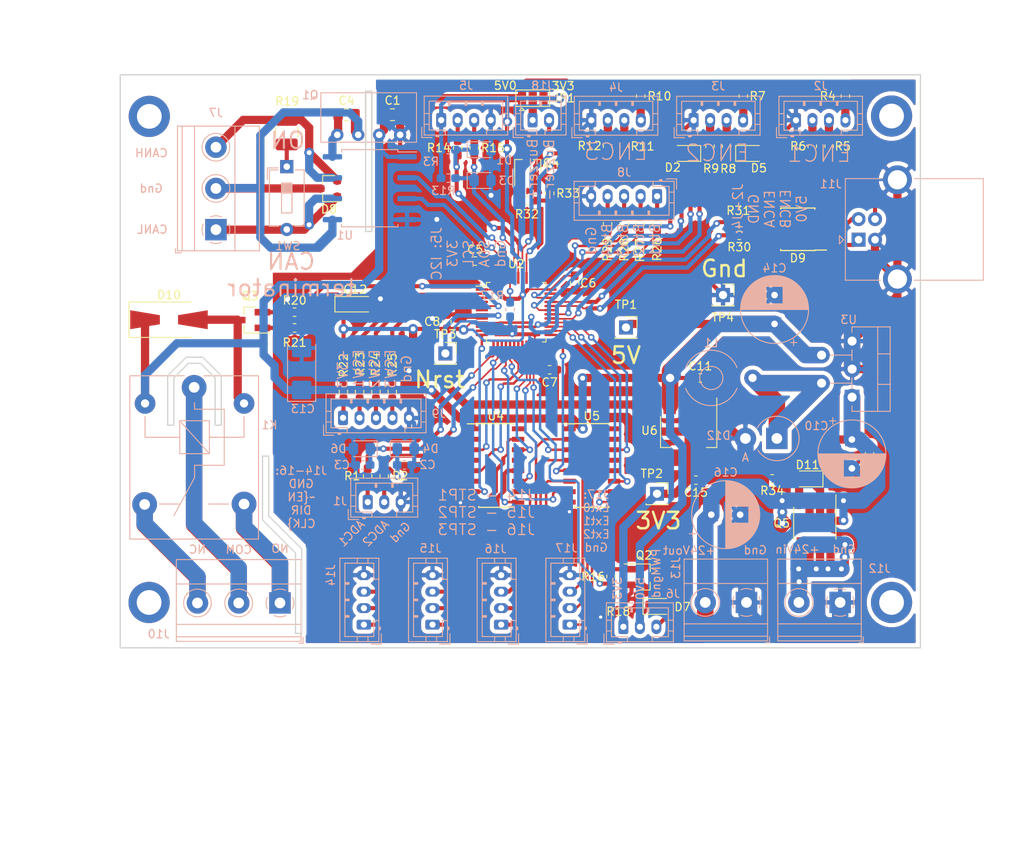
<source format=kicad_pcb>
(kicad_pcb (version 20171130) (host pcbnew 5.1.10)
  (layers (0 F.Cu signal) (31 B.Cu signal) (34 B.Paste user) (35 F.Paste user) (36 B.SilkS user) (37 F.SilkS user) (38 B.Mask user) (39 F.Mask user) (44 Edge.Cuts user))
  (net 0 "")
  (net 1 GND)
  (net 2 +5V)
  (net 3 +3V3)
  (net 4 Earth)
  (net 5 /ADC2)
  (net 6 /ADC1)
  (net 7 "Net-(C10-Pad1)")
  (net 8 /I2C1_SCL)
  (net 9 /I2C1_SDA)
  (net 10 /G1)
  (net 11 "Net-(J1-Pad2)")
  (net 12 "Net-(J2-Pad3)")
  (net 13 "Net-(J2-Pad2)")
  (net 14 "Net-(J3-Pad2)")
  (net 15 "Net-(J3-Pad3)")
  (net 16 "Net-(J4-Pad2)")
  (net 17 "Net-(J4-Pad3)")
  (net 18 "Net-(J5-Pad3)")
  (net 19 "Net-(J5-Pad2)")
  (net 20 /BTN1)
  (net 21 /BTN2)
  (net 22 /BTN3)
  (net 23 /BTN4)
  (net 24 "Net-(J10-Pad2)")
  (net 25 /CANL)
  (net 26 /CANH)
  (net 27 "Net-(J15-Pad1)")
  (net 28 "Net-(J15-Pad2)")
  (net 29 /Relay)
  (net 30 /PWM)
  (net 31 /CLK1)
  (net 32 /DIR1)
  (net 33 /~EN1)
  (net 34 /CLK2)
  (net 35 /DIR2)
  (net 36 /~EN2)
  (net 37 /CAN_Rx)
  (net 38 /CAN_Tx)
  (net 39 /Ext0)
  (net 40 /Ext1)
  (net 41 /Ext2)
  (net 42 /CLK3)
  (net 43 /DIR3)
  (net 44 /~EN3)
  (net 45 "Net-(C4-Pad1)")
  (net 46 /Enc2b)
  (net 47 /Enc2a)
  (net 48 "Net-(D9-Pad1)")
  (net 49 "Net-(D9-Pad2)")
  (net 50 "Net-(D9-Pad3)")
  (net 51 "Net-(D9-Pad6)")
  (net 52 "Net-(D9-Pad7)")
  (net 53 "Net-(D10-Pad2)")
  (net 54 "Net-(D11-Pad2)")
  (net 55 "Net-(D12-Pad1)")
  (net 56 "Net-(J1-Pad1)")
  (net 57 "Net-(J2-Pad4)")
  (net 58 "Net-(J3-Pad4)")
  (net 59 "Net-(J4-Pad4)")
  (net 60 "Net-(J8-Pad1)")
  (net 61 "Net-(J8-Pad2)")
  (net 62 "Net-(J8-Pad3)")
  (net 63 "Net-(J8-Pad4)")
  (net 64 "Net-(J9-Pad4)")
  (net 65 "Net-(J9-Pad3)")
  (net 66 "Net-(J9-Pad2)")
  (net 67 "Net-(J9-Pad1)")
  (net 68 "Net-(J10-Pad1)")
  (net 69 "Net-(J10-Pad3)")
  (net 70 "Net-(J12-Pad2)")
  (net 71 "Net-(J14-Pad1)")
  (net 72 "Net-(J14-Pad2)")
  (net 73 "Net-(J14-Pad3)")
  (net 74 "Net-(J15-Pad3)")
  (net 75 "Net-(J16-Pad3)")
  (net 76 "Net-(J16-Pad2)")
  (net 77 "Net-(J16-Pad1)")
  (net 78 "Net-(J17-Pad3)")
  (net 79 "Net-(J17-Pad2)")
  (net 80 "Net-(J17-Pad1)")
  (net 81 /Enc1a)
  (net 82 /Enc1b)
  (net 83 /Enc3a)
  (net 84 /Enc3b)
  (net 85 "Net-(Q2-Pad1)")
  (net 86 "Net-(R17-Pad1)")
  (net 87 "Net-(R19-Pad1)")
  (net 88 "Net-(Q3-Pad1)")
  (net 89 /ESW1)
  (net 90 /ESW2)
  (net 91 /ESW3)
  (net 92 "Net-(R30-Pad2)")
  (net 93 "Net-(R31-Pad2)")
  (net 94 "Net-(Q4-Pad1)")
  (net 95 /Buzzer)
  (net 96 "Net-(TP3-Pad1)")
  (net 97 "Net-(J18-Pad2)")
  (net 98 "Net-(J18-Pad1)")
  (module Package_SO:SOIC-16_3.9x9.9mm_P1.27mm (layer F.Cu) (at 118.6612 116.3828)
    (fp_text reference U5 (at 0 -6) (layer F.SilkS))
    (fp_text value CD4050)
    (pad 16 smd rect (at 2.7 -4.445) (size 1.5 0.6) (layers F.Cu F.Paste F.Mask))
    (pad 15 smd rect (at 2.7 -3.175) (size 1.5 0.6) (layers F.Cu F.Paste F.Mask) (net 78 "Net-(J17-Pad3)"))
    (pad 14 smd rect (at 2.7 -1.905) (size 1.5 0.6) (layers F.Cu F.Paste F.Mask) (net 41 /Ext2))
    (pad 13 smd rect (at 2.7 -0.635) (size 1.5 0.6) (layers F.Cu F.Paste F.Mask))
    (pad 12 smd rect (at 2.7 0.635) (size 1.5 0.6) (layers F.Cu F.Paste F.Mask) (net 79 "Net-(J17-Pad2)"))
    (pad 11 smd rect (at 2.7 1.905) (size 1.5 0.6) (layers F.Cu F.Paste F.Mask) (net 40 /Ext1))
    (pad 10 smd rect (at 2.7 3.175) (size 1.5 0.6) (layers F.Cu F.Paste F.Mask) (net 80 "Net-(J17-Pad1)"))
    (pad 9 smd rect (at 2.7 4.445) (size 1.5 0.6) (layers F.Cu F.Paste F.Mask) (net 39 /Ext0))
    (pad 8 smd rect (at -2.7 4.445) (size 1.5 0.6) (layers F.Cu F.Paste F.Mask) (net 1 GND))
    (pad 7 smd rect (at -2.7 3.175) (size 1.5 0.6) (layers F.Cu F.Paste F.Mask) (net 42 /CLK3))
    (pad 6 smd rect (at -2.7 1.905) (size 1.5 0.6) (layers F.Cu F.Paste F.Mask) (net 77 "Net-(J16-Pad1)"))
    (pad 5 smd rect (at -2.7 0.635) (size 1.5 0.6) (layers F.Cu F.Paste F.Mask) (net 43 /DIR3))
    (pad 4 smd rect (at -2.7 -0.635) (size 1.5 0.6) (layers F.Cu F.Paste F.Mask) (net 76 "Net-(J16-Pad2)"))
    (pad 3 smd rect (at -2.7 -1.905) (size 1.5 0.6) (layers F.Cu F.Paste F.Mask) (net 44 /~EN3))
    (pad 2 smd rect (at -2.7 -3.175) (size 1.5 0.6) (layers F.Cu F.Paste F.Mask) (net 75 "Net-(J16-Pad3)"))
    (pad 1 smd rect (at -2.7 -4.445) (size 1.5 0.6) (layers F.Cu F.Paste F.Mask) (net 2 +5V))
  )
  (module Capacitor_SMD:C_0805_2012Metric_Pad1.15x1.40mm_HandSolder (layer F.Cu) (at 94.497 73.8378)
    (fp_text reference C1 (at 0.0164 -1.7272) (layer F.SilkS))
    (fp_text value 1)
    (pad 2 smd roundrect (at 1.025 0) (size 1.15 1.4) (layers F.Cu F.Paste F.Mask) (roundrect_rratio 0.2173904347826087) (net 1 GND))
    (pad 1 smd roundrect (at -1.025 0) (size 1.15 1.4) (layers F.Cu F.Paste F.Mask) (roundrect_rratio 0.2173904347826087) (net 2 +5V))
  )
  (module Capacitor_SMD:C_0603_1608Metric_Pad1.05x0.95mm_HandSolder (layer F.Cu) (at 104.535 91.5924 180)
    (fp_text reference C5 (at 0 1.397) (layer F.SilkS))
    (fp_text value 0.1)
    (pad 1 smd roundrect (at -0.875 0 180) (size 1.05 0.95) (layers F.Cu F.Paste F.Mask) (net 1 GND))
    (pad 2 smd roundrect (at 0.875 0 180) (size 1.05 0.95) (layers F.Cu F.Paste F.Mask) (net 3 +3V3))
  )
  (module Capacitor_SMD:C_0603_1608Metric_Pad1.05x0.95mm_HandSolder (layer F.Cu) (at 116.586 94.248 90)
    (fp_text reference C6 (at -0.014 1.651 180) (layer F.SilkS))
    (fp_text value 0.1)
    (pad 2 smd roundrect (at 0.875 0 90) (size 1.05 0.95) (layers F.Cu F.Paste F.Mask) (net 3 +3V3))
    (pad 1 smd roundrect (at -0.875 0 90) (size 1.05 0.95) (layers F.Cu F.Paste F.Mask) (net 1 GND))
  )
  (module Capacitor_SMD:C_0603_1608Metric_Pad1.05x0.95mm_HandSolder (layer F.Cu) (at 113.552 104.775)
    (fp_text reference C7 (at 0 1.524) (layer F.SilkS))
    (fp_text value 0.1)
    (pad 1 smd roundrect (at -0.875 0) (size 1.05 0.95) (layers F.Cu F.Paste F.Mask) (net 1 GND))
    (pad 2 smd roundrect (at 0.875 0) (size 1.05 0.95) (layers F.Cu F.Paste F.Mask) (net 3 +3V3))
  )
  (module Capacitor_SMD:C_0805_2012Metric_Pad1.15x1.40mm_HandSolder (layer F.Cu) (at 88.9344 73.8378)
    (fp_text reference C4 (at 0 -1.7018) (layer F.SilkS))
    (fp_text value 1)
    (pad 1 smd roundrect (at -1.025 0) (size 1.15 1.4) (layers F.Cu F.Paste F.Mask) (roundrect_rratio 0.2173904347826087) (net 45 "Net-(C4-Pad1)"))
    (pad 2 smd roundrect (at 1.025 0) (size 1.15 1.4) (layers F.Cu F.Paste F.Mask) (roundrect_rratio 0.2173904347826087) (net 4 Earth))
  )
  (module Capacitor_SMD:C_0603_1608Metric_Pad1.05x0.95mm_HandSolder (layer F.Cu) (at 101.092 98.947 270)
    (fp_text reference C8 (at -0.014 1.778 180) (layer F.SilkS))
    (fp_text value 0.1)
    (pad 2 smd roundrect (at 0.875 0 270) (size 1.05 0.95) (layers F.Cu F.Paste F.Mask) (net 3 +3V3))
    (pad 1 smd roundrect (at -0.875 0 270) (size 1.05 0.95) (layers F.Cu F.Paste F.Mask) (net 1 GND))
  )
  (module Capacitor_SMD:C_0603_1608Metric_Pad1.05x0.95mm_HandSolder (layer B.Cu) (at 95.9498 116.3193)
    (fp_text reference C2 (at 2.808 -0.0254) (layer B.SilkS) (effects (justify mirror)))
    (fp_text value 0.1)
    (pad 1 smd roundrect (at -0.875 0) (size 1.05 0.95) (layers B.Cu B.Paste B.Mask) (net 5 /ADC2))
    (pad 2 smd roundrect (at 0.875 0) (size 1.05 0.95) (layers B.Cu B.Paste B.Mask) (net 1 GND))
  )
  (module Capacitor_SMD:C_0603_1608Metric_Pad1.05x0.95mm_HandSolder (layer B.Cu) (at 90.9206 116.3193 180)
    (fp_text reference C3 (at 2.5514 0) (layer B.SilkS) (effects (justify mirror)))
    (fp_text value 0.1)
    (pad 2 smd roundrect (at 0.875 0 180) (size 1.05 0.95) (layers B.Cu B.Paste B.Mask) (net 1 GND))
    (pad 1 smd roundrect (at -0.875 0 180) (size 1.05 0.95) (layers B.Cu B.Paste B.Mask) (net 6 /ADC1))
  )
  (module Capacitor_SMD:C_0603_1608Metric_Pad1.05x0.95mm_HandSolder (layer F.Cu) (at 152.3238 114.9718 270)
    (fp_text reference C9 (at 2.4778 0 180) (layer F.SilkS))
    (fp_text value 0.1)
    (pad 2 smd roundrect (at 0.875 0 270) (size 1.05 0.95) (layers F.Cu F.Paste F.Mask) (net 1 GND))
    (pad 1 smd roundrect (at -0.875 0 270) (size 1.05 0.95) (layers F.Cu F.Paste F.Mask) (net 7 "Net-(C10-Pad1)"))
  )
  (module Capacitor_THT:CP_Radial_D8.0mm_P3.50mm (layer B.Cu) (at 150.1902 113.2332 270)
    (fp_text reference C10 (at -1.651 4.2926 180) (layer B.SilkS) (effects (justify mirror)))
    (fp_text value "100u 16V")
    (pad 2 thru_hole circle (at 3.5 0 270) (size 1.6 1.6) (drill 0.8) (layers *.Cu *.Mask) (net 1 GND))
    (pad 1 thru_hole rect (at 0 0 270) (size 1.6 1.6) (drill 0.8) (layers *.Cu *.Mask) (net 7 "Net-(C10-Pad1)"))
  )
  (module Capacitor_SMD:C_0603_1608Metric_Pad1.05x0.95mm_HandSolder (layer F.Cu) (at 131.8146 105.7656)
    (fp_text reference C11 (at 0 -1.43) (layer F.SilkS))
    (fp_text value 0.1)
    (pad 1 smd roundrect (at -0.875 0) (size 1.05 0.95) (layers F.Cu F.Paste F.Mask) (net 2 +5V))
    (pad 2 smd roundrect (at 0.875 0) (size 1.05 0.95) (layers F.Cu F.Paste F.Mask) (net 1 GND))
  )
  (module Capacitor_Tantalum_SMD:CP_EIA-3216-18_Kemet-A_Pad1.58x1.35mm_HandSolder (layer F.Cu) (at 90.0073 96.8248)
    (fp_text reference C12 (at -0.0405 -1.778) (layer F.SilkS))
    (fp_text value "47u 6V")
    (pad 1 smd roundrect (at -1.4375 0) (size 1.575 1.35) (layers F.Cu F.Paste F.Mask) (roundrect_rratio 0.1851844444444445) (net 3 +3V3))
    (pad 2 smd roundrect (at 1.4375 0) (size 1.575 1.35) (layers F.Cu F.Paste F.Mask) (roundrect_rratio 0.1851844444444445) (net 1 GND))
  )
  (module Capacitor_Tantalum_SMD:CP_EIA-6032-28_Kemet-C_Pad2.25x2.35mm_HandSolder (layer B.Cu) (at 83.4898 104.6734 90)
    (fp_text reference C13 (at -4.8414 0.1524 180) (layer B.SilkS) (effects (justify mirror)))
    (fp_text value "47u 10V")
    (pad 1 smd roundrect (at -2.55 0 90) (size 2.25 2.35) (layers B.Cu B.Paste B.Mask) (roundrect_rratio 0.1111106666666667) (net 2 +5V))
    (pad 2 smd roundrect (at 2.55 0 90) (size 2.25 2.35) (layers B.Cu B.Paste B.Mask) (roundrect_rratio 0.1111106666666667) (net 1 GND))
  )
  (module Capacitor_THT:CP_Radial_D8.0mm_P3.50mm (layer B.Cu) (at 140.8176 99.2124 90)
    (fp_text reference C14 (at 6.7564 0 180) (layer B.SilkS) (effects (justify mirror)))
    (fp_text value "100u 16V")
    (pad 1 thru_hole rect (at 0 0 90) (size 1.6 1.6) (drill 0.8) (layers *.Cu *.Mask) (net 2 +5V))
    (pad 2 thru_hole circle (at 3.5 0 90) (size 1.6 1.6) (drill 0.8) (layers *.Cu *.Mask) (net 1 GND))
  )
  (module Capacitor_SMD:C_0603_1608Metric_Pad1.05x0.95mm_HandSolder (layer F.Cu) (at 131.2812 118.1608)
    (fp_text reference C15 (at 0 1.4986) (layer F.SilkS))
    (fp_text value 0.1)
    (pad 1 smd roundrect (at -0.875 0) (size 1.05 0.95) (layers F.Cu F.Paste F.Mask) (net 3 +3V3))
    (pad 2 smd roundrect (at 0.875 0) (size 1.05 0.95) (layers F.Cu F.Paste F.Mask) (net 1 GND))
  )
  (module Diode_SMD:D_SMA-SMB_Universal_Handsoldering (layer F.Cu) (at 67.4072 98.7044)
    (fp_text reference D10 (at 0 -3) (layer F.SilkS))
    (fp_text value SS14)
    (pad 1 smd trapezoid (at -2.9 0) (size 3.6 1.7) (rect_delta 0.6 0) (layers F.Cu F.Paste F.Mask) (net 2 +5V))
    (pad 2 smd trapezoid (at 2.9 0 180) (size 3.6 1.7) (rect_delta 0.6 0) (layers F.Cu F.Paste F.Mask) (net 53 "Net-(D10-Pad2)"))
  )
  (module Package_SO:SOIC-8_3.9x4.9mm_P1.27mm (layer F.Cu) (at 143.637 87.7316 180)
    (fp_text reference D9 (at 0 -3.5) (layer F.SilkS))
    (fp_text value USB6B1)
    (pad 1 smd rect (at -2.7 -1.905 180) (size 1.55 0.6) (layers F.Cu F.Paste F.Mask) (net 48 "Net-(D9-Pad1)"))
    (pad 2 smd rect (at -2.7 -0.635 180) (size 1.55 0.6) (layers F.Cu F.Paste F.Mask) (net 49 "Net-(D9-Pad2)"))
    (pad 3 smd rect (at -2.7 0.635 180) (size 1.55 0.6) (layers F.Cu F.Paste F.Mask) (net 50 "Net-(D9-Pad3)"))
    (pad 4 smd rect (at -2.7 1.905 180) (size 1.55 0.6) (layers F.Cu F.Paste F.Mask) (net 1 GND))
    (pad 5 smd rect (at 2.7 1.905 180) (size 1.55 0.6) (layers F.Cu F.Paste F.Mask) (net 1 GND))
    (pad 6 smd rect (at 2.7 0.635 180) (size 1.55 0.6) (layers F.Cu F.Paste F.Mask) (net 51 "Net-(D9-Pad6)"))
    (pad 7 smd rect (at 2.7 -0.635 180) (size 1.55 0.6) (layers F.Cu F.Paste F.Mask) (net 52 "Net-(D9-Pad7)"))
    (pad 8 smd rect (at 2.7 -1.905 180) (size 1.55 0.6) (layers F.Cu F.Paste F.Mask))
  )
  (module Diode_SMD:D_0805_2012Metric_Pad1.15x1.40mm_HandSolder (layer B.Cu) (at 105.419 78.0796)
    (fp_text reference D1 (at 2.6326 1.27) (layer B.SilkS) (effects (justify mirror)))
    (fp_text value CESD3V3)
    (pad 1 smd roundrect (at -1.025 0) (size 1.15 1.4) (layers B.Cu B.Paste B.Mask) (roundrect_rratio 0.2173904347826087) (net 8 /I2C1_SCL))
    (pad 2 smd roundrect (at 1.025 0) (size 1.15 1.4) (layers B.Cu B.Paste B.Mask) (roundrect_rratio 0.2173904347826087) (net 1 GND))
  )
  (module Diode_SMD:D_0805_2012Metric_Pad1.15x1.40mm_HandSolder (layer F.Cu) (at 144.8218 118.0084 180)
    (fp_text reference D11 (at 0 1.7018) (layer F.SilkS))
    (fp_text value MM3Z7V5)
    (pad 1 smd roundrect (at -1.025 0 180) (size 1.15 1.4) (layers F.Cu F.Paste F.Mask) (roundrect_rratio 0.2173904347826087) (net 7 "Net-(C10-Pad1)"))
    (pad 2 smd roundrect (at 1.025 0 180) (size 1.15 1.4) (layers F.Cu F.Paste F.Mask) (roundrect_rratio 0.2173904347826087) (net 54 "Net-(D11-Pad2)"))
  )
  (module Diode_SMD:D_0805_2012Metric_Pad1.15x1.40mm_HandSolder (layer B.Cu) (at 105.419 81.8134)
    (fp_text reference D3 (at 2.93 0.0254) (layer B.SilkS) (effects (justify mirror)))
    (fp_text value CESD3V3)
    (pad 1 smd roundrect (at -1.025 0) (size 1.15 1.4) (layers B.Cu B.Paste B.Mask) (roundrect_rratio 0.2173904347826087) (net 9 /I2C1_SDA))
    (pad 2 smd roundrect (at 1.025 0) (size 1.15 1.4) (layers B.Cu B.Paste B.Mask) (roundrect_rratio 0.2173904347826087) (net 1 GND))
  )
  (module Diode_SMD:D_0805_2012Metric_Pad1.15x1.40mm_HandSolder (layer B.Cu) (at 96.1046 114.3508)
    (fp_text reference D4 (at 3.0226 0) (layer B.SilkS) (effects (justify mirror)))
    (fp_text value CESD3V3)
    (pad 2 smd roundrect (at 1.025 0) (size 1.15 1.4) (layers B.Cu B.Paste B.Mask) (roundrect_rratio 0.2173904347826087) (net 1 GND))
    (pad 1 smd roundrect (at -1.025 0) (size 1.15 1.4) (layers B.Cu B.Paste B.Mask) (roundrect_rratio 0.2173904347826087) (net 5 /ADC2))
  )
  (module Diode_SMD:D_0805_2012Metric_Pad1.15x1.40mm_HandSolder (layer B.Cu) (at 90.7886 114.3508 180)
    (fp_text reference D6 (at 2.8358 0) (layer B.SilkS) (effects (justify mirror)))
    (fp_text value CESD3V3)
    (pad 2 smd roundrect (at 1.025 0 180) (size 1.15 1.4) (layers B.Cu B.Paste B.Mask) (roundrect_rratio 0.2173904347826087) (net 1 GND))
    (pad 1 smd roundrect (at -1.025 0 180) (size 1.15 1.4) (layers B.Cu B.Paste B.Mask) (roundrect_rratio 0.2173904347826087) (net 6 /ADC1))
  )
  (module Diode_THT:D_DO-201_P3.81mm_Vertical_AnodeUp (layer B.Cu) (at 141.097 113.1062 180)
    (fp_text reference D12 (at 7.0612 0.3556) (layer B.SilkS) (effects (justify mirror)))
    (fp_text value 1N5822)
    (fp_text user A (at 3.81 -2.3) (layer B.SilkS) (effects (justify mirror)))
    (pad 1 thru_hole rect (at 0 0 180) (size 2.6 2.6) (drill 1.3) (layers *.Cu *.Mask) (net 55 "Net-(D12-Pad1)"))
    (pad 2 thru_hole oval (at 3.81 0 180) (size 2.6 2.6) (drill 1.3) (layers *.Cu *.Mask) (net 1 GND))
  )
  (module TerminalBlock_Phoenix:TerminalBlock_Phoenix_MKDS-1,5-2_1x02_P5.00mm_Horizontal (layer B.Cu) (at 148.7678 132.9944 180)
    (fp_text reference J12 (at -4.7752 4.1148) (layer B.SilkS) (effects (justify mirror)))
    (fp_text value Screw_Terminal_01x02)
    (pad 1 thru_hole rect (at 0 0 180) (size 2.6 2.6) (drill 1.3) (layers *.Cu *.Mask) (net 1 GND))
    (pad 2 thru_hole circle (at 5 0 180) (size 2.6 2.6) (drill 1.3) (layers *.Cu *.Mask) (net 70 "Net-(J12-Pad2)"))
  )
  (module TerminalBlock_Phoenix:TerminalBlock_Phoenix_MKDS-1,5-3_1x03_P5.00mm_Horizontal (layer B.Cu) (at 80.8619 133.0577 180)
    (fp_text reference J10 (at 14.6949 -3.7721) (layer B.SilkS) (effects (justify mirror)))
    (fp_text value Screw_Terminal_01x03)
    (pad 1 thru_hole rect (at 0 0 180) (size 2.6 2.6) (drill 1.3) (layers *.Cu *.Mask) (net 68 "Net-(J10-Pad1)"))
    (pad 2 thru_hole circle (at 5 0 180) (size 2.6 2.6) (drill 1.3) (layers *.Cu *.Mask) (net 24 "Net-(J10-Pad2)"))
    (pad 3 thru_hole circle (at 10 0 180) (size 2.6 2.6) (drill 1.3) (layers *.Cu *.Mask) (net 69 "Net-(J10-Pad3)"))
  )
  (module TerminalBlock_Phoenix:TerminalBlock_Phoenix_MKDS-1,5-3_1x03_P5.00mm_Horizontal (layer B.Cu) (at 73.1012 87.7824 90)
    (fp_text reference J7 (at 14.1732 0 180) (layer B.SilkS) (effects (justify mirror)))
    (fp_text value Screw_Terminal_01x03)
    (pad 3 thru_hole circle (at 10 0 90) (size 2.6 2.6) (drill 1.3) (layers *.Cu *.Mask) (net 26 /CANH))
    (pad 2 thru_hole circle (at 5 0 90) (size 2.6 2.6) (drill 1.3) (layers *.Cu *.Mask) (net 4 Earth))
    (pad 1 thru_hole rect (at 0 0 90) (size 2.6 2.6) (drill 1.3) (layers *.Cu *.Mask) (net 25 /CANL))
  )
  (module Relay_THT:Relay_SPDT_SANYOU_SRD_Series_Form_C (layer B.Cu) (at 70.4596 106.9086 270)
    (fp_text reference K1 (at 4.572 -9.1186 180) (layer B.SilkS) (effects (justify mirror)))
    (fp_text value G5LE-1)
    (pad 2 thru_hole circle (at 1.95 -6.05 180) (size 2.5 2.5) (drill 1) (layers *.Cu *.Mask) (net 53 "Net-(D10-Pad2)"))
    (pad 3 thru_hole circle (at 14.15 -6.05 180) (size 3 3) (drill 1.3) (layers *.Cu *.Mask) (net 68 "Net-(J10-Pad1)"))
    (pad 4 thru_hole circle (at 14.2 6 180) (size 3 3) (drill 1.3) (layers *.Cu *.Mask) (net 69 "Net-(J10-Pad3)"))
    (pad 5 thru_hole circle (at 1.95 5.95 180) (size 2.5 2.5) (drill 1) (layers *.Cu *.Mask) (net 2 +5V))
    (pad 1 thru_hole circle (at 0 0 180) (size 3 3) (drill 1.3) (layers *.Cu *.Mask) (net 24 "Net-(J10-Pad2)"))
  )
  (module Package_SO:SO-8_3.9x4.9mm_P1.27mm (layer F.Cu) (at 145.6944 123.3836 270)
    (fp_text reference Q5 (at 0.0096 4.0132 180) (layer F.SilkS))
    (fp_text value IRF9310)
    (pad 1 smd roundrect (at -2.575 -1.905 270) (size 1.75 0.6) (layers F.Cu F.Paste F.Mask) (net 7 "Net-(C10-Pad1)"))
    (pad 2 smd roundrect (at -2.575 -0.635 270) (size 1.75 0.6) (layers F.Cu F.Paste F.Mask) (net 7 "Net-(C10-Pad1)"))
    (pad 3 smd roundrect (at -2.575 0.635 270) (size 1.75 0.6) (layers F.Cu F.Paste F.Mask) (net 7 "Net-(C10-Pad1)"))
    (pad 4 smd roundrect (at -2.575 1.905 270) (size 1.75 0.6) (layers F.Cu F.Paste F.Mask) (net 54 "Net-(D11-Pad2)"))
    (pad 5 smd roundrect (at 2.575 1.905 270) (size 1.75 0.6) (layers F.Cu F.Paste F.Mask) (net 70 "Net-(J12-Pad2)"))
    (pad 6 smd roundrect (at 2.575 0.635 270) (size 1.75 0.6) (layers F.Cu F.Paste F.Mask) (net 70 "Net-(J12-Pad2)"))
    (pad 7 smd roundrect (at 2.575 -0.635 270) (size 1.75 0.6) (layers F.Cu F.Paste F.Mask) (net 70 "Net-(J12-Pad2)"))
    (pad 8 smd roundrect (at 2.575 -1.905 270) (size 1.75 0.6) (layers F.Cu F.Paste F.Mask) (net 70 "Net-(J12-Pad2)"))
  )
  (module Resistor_SMD:R_0603_1608Metric_Pad1.05x0.95mm_HandSolder (layer B.Cu) (at 108.7628 97.4712 270)
    (fp_text reference R17 (at -1.6878 2.159 180) (layer B.SilkS) (effects (justify mirror)))
    (fp_text value 10k)
    (pad 1 smd roundrect (at -0.875 0 270) (size 1.05 0.95) (layers B.Cu B.Paste B.Mask) (net 86 "Net-(R17-Pad1)"))
    (pad 2 smd roundrect (at 0.875 0 270) (size 1.05 0.95) (layers B.Cu B.Paste B.Mask) (net 1 GND))
  )
  (module Resistor_SMD:R_0603_1608Metric_Pad1.05x0.95mm_HandSolder (layer F.Cu) (at 93.4974 117.6515 90)
    (fp_text reference R2 (at -0.014 1.9304 180) (layer F.SilkS))
    (fp_text value 10k)
    (pad 1 smd roundrect (at -0.875 0 90) (size 1.05 0.95) (layers F.Cu F.Paste F.Mask) (net 11 "Net-(J1-Pad2)"))
    (pad 2 smd roundrect (at 0.875 0 90) (size 1.05 0.95) (layers F.Cu F.Paste F.Mask) (net 5 /ADC2))
  )
  (module Resistor_SMD:R_0603_1608Metric_Pad1.05x0.95mm_HandSolder (layer B.Cu) (at 101.2584 78.0796 180)
    (fp_text reference R3 (at 2.0968 -1.4478) (layer B.SilkS) (effects (justify mirror)))
    (fp_text value 4k7)
    (pad 2 smd roundrect (at 0.875 0 180) (size 1.05 0.95) (layers B.Cu B.Paste B.Mask) (net 3 +3V3))
    (pad 1 smd roundrect (at -0.875 0 180) (size 1.05 0.95) (layers B.Cu B.Paste B.Mask) (net 8 /I2C1_SCL))
  )
  (module Resistor_SMD:R_0603_1608Metric_Pad1.05x0.95mm_HandSolder (layer B.Cu) (at 101.2584 81.534 180)
    (fp_text reference R13 (at 0.5982 -1.524) (layer B.SilkS) (effects (justify mirror)))
    (fp_text value 4k7)
    (pad 1 smd roundrect (at -0.875 0 180) (size 1.05 0.95) (layers B.Cu B.Paste B.Mask) (net 9 /I2C1_SDA))
    (pad 2 smd roundrect (at 0.875 0 180) (size 1.05 0.95) (layers B.Cu B.Paste B.Mask) (net 3 +3V3))
  )
  (module Resistor_SMD:R_0603_1608Metric_Pad1.05x0.95mm_HandSolder (layer F.Cu) (at 102.4128 77.8624 270)
    (fp_text reference R14 (at 0 2.286 180) (layer F.SilkS))
    (fp_text value 100)
    (pad 2 smd roundrect (at 0.875 0 270) (size 1.05 0.95) (layers F.Cu F.Paste F.Mask) (net 8 /I2C1_SCL))
    (pad 1 smd roundrect (at -0.875 0 270) (size 1.05 0.95) (layers F.Cu F.Paste F.Mask) (net 19 "Net-(J5-Pad2)"))
  )
  (module Resistor_SMD:R_0603_1608Metric_Pad1.05x0.95mm_HandSolder (layer F.Cu) (at 104.4194 77.8624 270)
    (fp_text reference R15 (at 0 -2.2606 180) (layer F.SilkS))
    (fp_text value 100)
    (pad 1 smd roundrect (at -0.875 0 270) (size 1.05 0.95) (layers F.Cu F.Paste F.Mask) (net 18 "Net-(J5-Pad3)"))
    (pad 2 smd roundrect (at 0.875 0 270) (size 1.05 0.95) (layers F.Cu F.Paste F.Mask) (net 9 /I2C1_SDA))
  )
  (module Resistor_SMD:R_0603_1608Metric_Pad1.05x0.95mm_HandSolder (layer F.Cu) (at 82.6376 97.79)
    (fp_text reference R20 (at 0 -1.43) (layer F.SilkS))
    (fp_text value 10k)
    (pad 2 smd roundrect (at 0.875 0) (size 1.05 0.95) (layers F.Cu F.Paste F.Mask) (net 29 /Relay))
    (pad 1 smd roundrect (at -0.875 0) (size 1.05 0.95) (layers F.Cu F.Paste F.Mask) (net 1 GND))
  )
  (module Resistor_SMD:R_0603_1608Metric_Pad1.05x0.95mm_HandSolder (layer F.Cu) (at 82.6376 99.695)
    (fp_text reference R21 (at 0 1.778) (layer F.SilkS))
    (fp_text value 330)
    (pad 1 smd roundrect (at -0.875 0) (size 1.05 0.95) (layers F.Cu F.Paste F.Mask) (net 88 "Net-(Q3-Pad1)"))
    (pad 2 smd roundrect (at 0.875 0) (size 1.05 0.95) (layers F.Cu F.Paste F.Mask) (net 29 /Relay))
  )
  (module Resistor_SMD:R_0603_1608Metric_Pad1.05x0.95mm_HandSolder (layer F.Cu) (at 136.539 88.4682 180)
    (fp_text reference R30 (at 0 -1.43) (layer F.SilkS))
    (fp_text value 22)
    (pad 1 smd roundrect (at -0.875 0 180) (size 1.05 0.95) (layers F.Cu F.Paste F.Mask) (net 52 "Net-(D9-Pad7)"))
    (pad 2 smd roundrect (at 0.875 0 180) (size 1.05 0.95) (layers F.Cu F.Paste F.Mask) (net 92 "Net-(R30-Pad2)"))
  )
  (module Resistor_SMD:R_0603_1608Metric_Pad1.05x0.95mm_HandSolder (layer F.Cu) (at 136.539 86.868 180)
    (fp_text reference R31 (at 0.113 1.397) (layer F.SilkS))
    (fp_text value 22)
    (pad 1 smd roundrect (at -0.875 0 180) (size 1.05 0.95) (layers F.Cu F.Paste F.Mask) (net 51 "Net-(D9-Pad6)"))
    (pad 2 smd roundrect (at 0.875 0 180) (size 1.05 0.95) (layers F.Cu F.Paste F.Mask) (net 93 "Net-(R31-Pad2)"))
  )
  (module Resistor_SMD:R_1210_3225Metric_Pad1.42x2.65mm_HandSolder (layer F.Cu) (at 81.6864 75.9571 90)
    (fp_text reference R19 (at 3.7449 0.0508 180) (layer F.SilkS))
    (fp_text value 120)
    (pad 1 smd roundrect (at -1.4875 0 90) (size 1.425 2.65) (layers F.Cu F.Paste F.Mask) (roundrect_rratio 0.1754385964912281) (net 87 "Net-(R19-Pad1)"))
    (pad 2 smd roundrect (at 1.4875 0 90) (size 1.425 2.65) (layers F.Cu F.Paste F.Mask) (roundrect_rratio 0.1754385964912281) (net 26 /CANH))
  )
  (module Resistor_SMD:R_0603_1608Metric_Pad1.05x0.95mm_HandSolder (layer F.Cu) (at 91.4908 117.6515 90)
    (fp_text reference R1 (at -0.014 -1.8796 180) (layer F.SilkS))
    (fp_text value 10k)
    (pad 2 smd roundrect (at 0.875 0 90) (size 1.05 0.95) (layers F.Cu F.Paste F.Mask) (net 6 /ADC1))
    (pad 1 smd roundrect (at -0.875 0 90) (size 1.05 0.95) (layers F.Cu F.Paste F.Mask) (net 56 "Net-(J1-Pad1)"))
  )
  (module Resistor_SMD:R_0603_1608Metric_Pad1.05x0.95mm_HandSolder (layer F.Cu) (at 140.5242 118.0084 180)
    (fp_text reference R34 (at 0 -1.43) (layer F.SilkS))
    (fp_text value 4k7)
    (pad 2 smd roundrect (at 0.875 0 180) (size 1.05 0.95) (layers F.Cu F.Paste F.Mask) (net 1 GND))
    (pad 1 smd roundrect (at -0.875 0 180) (size 1.05 0.95) (layers F.Cu F.Paste F.Mask) (net 54 "Net-(D11-Pad2)"))
  )
  (module Resistor_SMD:R_0603_1608Metric_Pad1.05x0.95mm_HandSolder (layer F.Cu) (at 120.9929 129.8435 270)
    (fp_text reference R16 (at 0.0254 2.159 180) (layer F.SilkS))
    (fp_text value 330)
    (pad 2 smd roundrect (at 0.875 0 270) (size 1.05 0.95) (layers F.Cu F.Paste F.Mask) (net 30 /PWM))
    (pad 1 smd roundrect (at -0.875 0 270) (size 1.05 0.95) (layers F.Cu F.Paste F.Mask) (net 85 "Net-(Q2-Pad1)"))
  )
  (module Resistor_SMD:R_0603_1608Metric_Pad1.05x0.95mm_HandSolder (layer F.Cu) (at 121.8705 132.5499)
    (fp_text reference R18 (at 0.0114 1.5494) (layer F.SilkS))
    (fp_text value 10k)
    (pad 2 smd roundrect (at 0.875 0) (size 1.05 0.95) (layers F.Cu F.Paste F.Mask) (net 1 GND))
    (pad 1 smd roundrect (at -0.875 0) (size 1.05 0.95) (layers F.Cu F.Paste F.Mask) (net 30 /PWM))
  )
  (module Button_Switch_THT:SW_DIP_SPSTx01_Slide_6.7x4.1mm_W7.62mm_P2.54mm_LowProfile (layer B.Cu) (at 81.6864 80.137 270)
    (fp_text reference SW1 (at 9.6266 -0.127 180) (layer B.SilkS) (effects (justify mirror)))
    (fp_text value SW_DIP_x01)
    (pad 1 thru_hole rect (at 0 0 270) (size 1.6 1.6) (drill 0.8) (layers *.Cu *.Mask) (net 87 "Net-(R19-Pad1)"))
    (pad 2 thru_hole oval (at 7.62 0 270) (size 1.6 1.6) (drill 0.8) (layers *.Cu *.Mask) (net 25 /CANL))
  )
  (module Connector_PinSocket_2.54mm:PinSocket_1x01_P2.54mm_Vertical (layer F.Cu) (at 122.809 99.6442)
    (fp_text reference TP1 (at 0 -2.77) (layer F.SilkS))
    (fp_text value 5V)
    (pad 1 thru_hole rect (at 0 0) (size 1.7 1.7) (drill 1) (layers *.Cu *.Mask) (net 2 +5V))
  )
  (module Connector_PinSocket_2.54mm:PinSocket_1x01_P2.54mm_Vertical (layer F.Cu) (at 126.5682 119.8118)
    (fp_text reference TP2 (at -0.635 -2.4384) (layer F.SilkS))
    (fp_text value 3.3V)
    (pad 1 thru_hole rect (at 0 0) (size 1.7 1.7) (drill 1) (layers *.Cu *.Mask) (net 3 +3V3))
  )
  (module Package_SO:SOIC-16_3.9x9.9mm_P1.27mm (layer F.Cu) (at 107.028 116.3828)
    (fp_text reference U4 (at 0 -6) (layer F.SilkS))
    (fp_text value CD4050)
    (pad 1 smd rect (at -2.7 -4.445) (size 1.5 0.6) (layers F.Cu F.Paste F.Mask) (net 2 +5V))
    (pad 2 smd rect (at -2.7 -3.175) (size 1.5 0.6) (layers F.Cu F.Paste F.Mask) (net 73 "Net-(J14-Pad3)"))
    (pad 3 smd rect (at -2.7 -1.905) (size 1.5 0.6) (layers F.Cu F.Paste F.Mask) (net 33 /~EN1))
    (pad 4 smd rect (at -2.7 -0.635) (size 1.5 0.6) (layers F.Cu F.Paste F.Mask) (net 72 "Net-(J14-Pad2)"))
    (pad 5 smd rect (at -2.7 0.635) (size 1.5 0.6) (layers F.Cu F.Paste F.Mask) (net 32 /DIR1))
    (pad 6 smd rect (at -2.7 1.905) (size 1.5 0.6) (layers F.Cu F.Paste F.Mask) (net 71 "Net-(J14-Pad1)"))
    (pad 7 smd rect (at -2.7 3.175) (size 1.5 0.6) (layers F.Cu F.Paste F.Mask) (net 31 /CLK1))
    (pad 8 smd rect (at -2.7 4.445) (size 1.5 0.6) (layers F.Cu F.Paste F.Mask) (net 1 GND))
    (pad 9 smd rect (at 2.7 4.445) (size 1.5 0.6) (layers F.Cu F.Paste F.Mask) (net 34 /CLK2))
    (pad 10 smd rect (at 2.7 3.175) (size 1.5 0.6) (layers F.Cu F.Paste F.Mask) (net 27 "Net-(J15-Pad1)"))
    (pad 11 smd rect (at 2.7 1.905) (size 1.5 0.6) (layers F.Cu F.Paste F.Mask) (net 35 /DIR2))
    (pad 12 smd rect (at 2.7 0.635) (size 1.5 0.6) (layers F.Cu F.Paste F.Mask) (net 28 "Net-(J15-Pad2)"))
    (pad 13 smd rect (at 2.7 -0.635) (size 1.5 0.6) (layers F.Cu F.Paste F.Mask))
    (pad 14 smd rect (at 2.7 -1.905) (size 1.5 0.6) (layers F.Cu F.Paste F.Mask) (net 36 /~EN2))
    (pad 15 smd rect (at 2.7 -3.175) (size 1.5 0.6) (layers F.Cu F.Paste F.Mask) (net 74 "Net-(J15-Pad3)"))
    (pad 16 smd rect (at 2.7 -4.445) (size 1.5 0.6) (layers F.Cu F.Paste F.Mask))
  )
  (module Package_SO:SOP-8_6.62x9.15mm_P2.54mm (layer B.Cu) (at 91.7448 82.7532 180)
    (fp_text reference U1 (at 3.0226 -5.715 180) (layer B.SilkS) (effects (justify mirror)))
    (fp_text value ISO1050DUB)
    (pad 1 smd roundrect (at -4.525 3.81 180) (size 2.35 0.65) (layers B.Cu B.Paste B.Mask) (net 2 +5V))
    (pad 2 smd roundrect (at -4.525 1.27 180) (size 2.35 0.65) (layers B.Cu B.Paste B.Mask) (net 37 /CAN_Rx))
    (pad 3 smd roundrect (at -4.525 -1.27 180) (size 2.35 0.65) (layers B.Cu B.Paste B.Mask) (net 38 /CAN_Tx))
    (pad 4 smd roundrect (at -4.525 -3.81 180) (size 2.35 0.65) (layers B.Cu B.Paste B.Mask) (net 1 GND))
    (pad 5 smd roundrect (at 4.525 -3.81 180) (size 2.35 0.65) (layers B.Cu B.Paste B.Mask) (net 4 Earth))
    (pad 6 smd roundrect (at 4.525 -1.27 180) (size 2.35 0.65) (layers B.Cu B.Paste B.Mask) (net 25 /CANL))
    (pad 7 smd roundrect (at 4.525 1.27 180) (size 2.35 0.65) (layers B.Cu B.Paste B.Mask) (net 26 /CANH))
    (pad 8 smd roundrect (at 4.525 3.81 180) (size 2.35 0.65) (layers B.Cu B.Paste B.Mask) (net 45 "Net-(C4-Pad1)"))
  )
  (module Package_QFP:LQFP-48_7x7mm_P0.5mm (layer F.Cu) (at 109.5025 97.794)
    (fp_text reference U2 (at 0 -5.85) (layer F.SilkS))
    (fp_text value STM32F072C8Tx)
    (pad 1 smd roundrect (at -4.1625 -2.75) (size 1.475 0.3) (layers F.Cu F.Paste F.Mask) (net 3 +3V3))
    (pad 2 smd roundrect (at -4.1625 -2.25) (size 1.475 0.3) (layers F.Cu F.Paste F.Mask) (net 89 /ESW1))
    (pad 3 smd roundrect (at -4.1625 -1.75) (size 1.475 0.3) (layers F.Cu F.Paste F.Mask) (net 90 /ESW2))
    (pad 4 smd roundrect (at -4.1625 -1.25) (size 1.475 0.3) (layers F.Cu F.Paste F.Mask) (net 91 /ESW3))
    (pad 5 smd roundrect (at -4.1625 -0.75) (size 1.475 0.3) (layers F.Cu F.Paste F.Mask) (net 29 /Relay))
    (pad 6 smd roundrect (at -4.1625 -0.25) (size 1.475 0.3) (layers F.Cu F.Paste F.Mask))
    (pad 7 smd roundrect (at -4.1625 0.25) (size 1.475 0.3) (layers F.Cu F.Paste F.Mask) (net 96 "Net-(TP3-Pad1)"))
    (pad 8 smd roundrect (at -4.1625 0.75) (size 1.475 0.3) (layers F.Cu F.Paste F.Mask) (net 1 GND))
    (pad 9 smd roundrect (at -4.1625 1.25) (size 1.475 0.3) (layers F.Cu F.Paste F.Mask) (net 3 +3V3))
    (pad 10 smd roundrect (at -4.1625 1.75) (size 1.475 0.3) (layers F.Cu F.Paste F.Mask) (net 47 /Enc2a))
    (pad 11 smd roundrect (at -4.1625 2.25) (size 1.475 0.3) (layers F.Cu F.Paste F.Mask) (net 46 /Enc2b))
    (pad 12 smd roundrect (at -4.1625 2.75) (size 1.475 0.3) (layers F.Cu F.Paste F.Mask) (net 31 /CLK1))
    (pad 13 smd roundrect (at -2.75 4.1625) (size 0.3 1.475) (layers F.Cu F.Paste F.Mask) (net 6 /ADC1))
    (pad 14 smd roundrect (at -2.25 4.1625) (size 0.3 1.475) (layers F.Cu F.Paste F.Mask) (net 34 /CLK2))
    (pad 15 smd roundrect (at -1.75 4.1625) (size 0.3 1.475) (layers F.Cu F.Paste F.Mask) (net 5 /ADC2))
    (pad 16 smd roundrect (at -1.25 4.1625) (size 0.3 1.475) (layers F.Cu F.Paste F.Mask) (net 42 /CLK3))
    (pad 17 smd roundrect (at -0.75 4.1625) (size 0.3 1.475) (layers F.Cu F.Paste F.Mask) (net 30 /PWM))
    (pad 18 smd roundrect (at -0.25 4.1625) (size 0.3 1.475) (layers F.Cu F.Paste F.Mask) (net 33 /~EN1))
    (pad 19 smd roundrect (at 0.25 4.1625) (size 0.3 1.475) (layers F.Cu F.Paste F.Mask) (net 32 /DIR1))
    (pad 20 smd roundrect (at 0.75 4.1625) (size 0.3 1.475) (layers F.Cu F.Paste F.Mask) (net 36 /~EN2))
    (pad 21 smd roundrect (at 1.25 4.1625) (size 0.3 1.475) (layers F.Cu F.Paste F.Mask) (net 35 /DIR2))
    (pad 22 smd roundrect (at 1.75 4.1625) (size 0.3 1.475) (layers F.Cu F.Paste F.Mask) (net 44 /~EN3))
    (pad 23 smd roundrect (at 2.25 4.1625) (size 0.3 1.475) (layers F.Cu F.Paste F.Mask) (net 1 GND))
    (pad 24 smd roundrect (at 2.75 4.1625) (size 0.3 1.475) (layers F.Cu F.Paste F.Mask) (net 3 +3V3))
    (pad 25 smd roundrect (at 4.1625 2.75) (size 1.475 0.3) (layers F.Cu F.Paste F.Mask) (net 43 /DIR3))
    (pad 26 smd roundrect (at 4.1625 2.25) (size 1.475 0.3) (layers F.Cu F.Paste F.Mask) (net 39 /Ext0))
    (pad 27 smd roundrect (at 4.1625 1.75) (size 1.475 0.3) (layers F.Cu F.Paste F.Mask) (net 40 /Ext1))
    (pad 28 smd roundrect (at 4.1625 1.25) (size 1.475 0.3) (layers F.Cu F.Paste F.Mask) (net 41 /Ext2))
    (pad 29 smd roundrect (at 4.1625 0.75) (size 1.475 0.3) (layers F.Cu F.Paste F.Mask) (net 81 /Enc1a))
    (pad 30 smd roundrect (at 4.1625 0.25) (size 1.475 0.3) (layers F.Cu F.Paste F.Mask) (net 82 /Enc1b))
    (pad 31 smd roundrect (at 4.1625 -0.25) (size 1.475 0.3) (layers F.Cu F.Paste F.Mask) (net 20 /BTN1))
    (pad 32 smd roundrect (at 4.1625 -0.75) (size 1.475 0.3) (layers F.Cu F.Paste F.Mask) (net 92 "Net-(R30-Pad2)"))
    (pad 33 smd roundrect (at 4.1625 -1.25) (size 1.475 0.3) (layers F.Cu F.Paste F.Mask) (net 93 "Net-(R31-Pad2)"))
    (pad 34 smd roundrect (at 4.1625 -1.75) (size 1.475 0.3) (layers F.Cu F.Paste F.Mask) (net 21 /BTN2))
    (pad 35 smd roundrect (at 4.1625 -2.25) (size 1.475 0.3) (layers F.Cu F.Paste F.Mask) (net 1 GND))
    (pad 36 smd roundrect (at 4.1625 -2.75) (size 1.475 0.3) (layers F.Cu F.Paste F.Mask) (net 3 +3V3))
    (pad 37 smd roundrect (at 2.75 -4.1625) (size 0.3 1.475) (layers F.Cu F.Paste F.Mask) (net 22 /BTN3))
    (pad 38 smd roundrect (at 2.25 -4.1625) (size 0.3 1.475) (layers F.Cu F.Paste F.Mask) (net 23 /BTN4))
    (pad 39 smd roundrect (at 1.75 -4.1625) (size 0.3 1.475) (layers F.Cu F.Paste F.Mask) (net 95 /Buzzer))
    (pad 40 smd roundrect (at 1.25 -4.1625) (size 0.3 1.475) (layers F.Cu F.Paste F.Mask) (net 83 /Enc3a))
    (pad 41 smd roundrect (at 0.75 -4.1625) (size 0.3 1.475) (layers F.Cu F.Paste F.Mask) (net 84 /Enc3b))
    (pad 42 smd roundrect (at 0.25 -4.1625) (size 0.3 1.475) (layers F.Cu F.Paste F.Mask) (net 8 /I2C1_SCL))
    (pad 43 smd roundrect (at -0.25 -4.1625) (size 0.3 1.475) (layers F.Cu F.Paste F.Mask) (net 9 /I2C1_SDA))
    (pad 44 smd roundrect (at -0.75 -4.1625) (size 0.3 1.475) (layers F.Cu F.Paste F.Mask) (net 86 "Net-(R17-Pad1)"))
    (pad 45 smd roundrect (at -1.25 -4.1625) (size 0.3 1.475) (layers F.Cu F.Paste F.Mask) (net 37 /CAN_Rx))
    (pad 46 smd roundrect (at -1.75 -4.1625) (size 0.3 1.475) (layers F.Cu F.Paste F.Mask) (net 38 /CAN_Tx))
    (pad 47 smd roundrect (at -2.25 -4.1625) (size 0.3 1.475) (layers F.Cu F.Paste F.Mask) (net 1 GND))
    (pad 48 smd roundrect (at -2.75 -4.1625) (size 0.3 1.475) (layers F.Cu F.Paste F.Mask) (net 3 +3V3))
  )
  (module Connector_JST:JST_PH_B3B-PH-K_1x03_P2.00mm_Vertical (layer B.Cu) (at 91.5035 120.8278)
    (fp_text reference J1 (at -3.3655 -0.127) (layer B.SilkS) (effects (justify mirror)))
    (fp_text value 01x03)
    (pad 3 thru_hole oval (at 4 0) (size 1.2 1.75) (drill 0.75) (layers *.Cu *.Mask) (net 1 GND))
    (pad 2 thru_hole oval (at 2 0) (size 1.2 1.75) (drill 0.75) (layers *.Cu *.Mask) (net 11 "Net-(J1-Pad2)"))
    (pad 1 thru_hole roundrect (at 0 0) (size 1.2 1.75) (drill 0.75) (layers *.Cu *.Mask) (roundrect_rratio 0.2083325) (net 56 "Net-(J1-Pad1)"))
  )
  (module Connector_JST:JST_PH_B4B-PH-K_1x04_P2.00mm_Vertical (layer B.Cu) (at 143.4084 74.5109)
    (fp_text reference J2 (at 3 -4.1656) (layer B.SilkS) (effects (justify mirror)))
    (fp_text value Conn_01x04_Female)
    (pad 4 thru_hole oval (at 6 0) (size 1.2 1.75) (drill 0.75) (layers *.Cu *.Mask) (net 57 "Net-(J2-Pad4)"))
    (pad 3 thru_hole oval (at 4 0) (size 1.2 1.75) (drill 0.75) (layers *.Cu *.Mask) (net 12 "Net-(J2-Pad3)"))
    (pad 2 thru_hole oval (at 2 0) (size 1.2 1.75) (drill 0.75) (layers *.Cu *.Mask) (net 13 "Net-(J2-Pad2)"))
    (pad 1 thru_hole roundrect (at 0 0) (size 1.2 1.75) (drill 0.75) (layers *.Cu *.Mask) (roundrect_rratio 0.2083325) (net 1 GND))
  )
  (module Connector_JST:JST_PH_B4B-PH-K_1x04_P2.00mm_Vertical (layer B.Cu) (at 131.00685 74.5109)
    (fp_text reference J3 (at 2.99085 -4.1402) (layer B.SilkS) (effects (justify mirror)))
    (fp_text value Conn_01x04_Female)
    (pad 1 thru_hole roundrect (at 0 0) (size 1.2 1.75) (drill 0.75) (layers *.Cu *.Mask) (roundrect_rratio 0.2083325) (net 1 GND))
    (pad 2 thru_hole oval (at 2 0) (size 1.2 1.75) (drill 0.75) (layers *.Cu *.Mask) (net 14 "Net-(J3-Pad2)"))
    (pad 3 thru_hole oval (at 4 0) (size 1.2 1.75) (drill 0.75) (layers *.Cu *.Mask) (net 15 "Net-(J3-Pad3)"))
    (pad 4 thru_hole oval (at 6 0) (size 1.2 1.75) (drill 0.75) (layers *.Cu *.Mask) (net 58 "Net-(J3-Pad4)"))
  )
  (module Connector_JST:JST_PH_B4B-PH-K_1x04_P2.00mm_Vertical (layer B.Cu) (at 118.6053 74.5109)
    (fp_text reference J4 (at 2.9972 -3.9878) (layer B.SilkS) (effects (justify mirror)))
    (fp_text value Conn_01x04_Female)
    (pad 1 thru_hole roundrect (at 0 0) (size 1.2 1.75) (drill 0.75) (layers *.Cu *.Mask) (roundrect_rratio 0.2083325) (net 1 GND))
    (pad 2 thru_hole oval (at 2 0) (size 1.2 1.75) (drill 0.75) (layers *.Cu *.Mask) (net 16 "Net-(J4-Pad2)"))
    (pad 3 thru_hole oval (at 4 0) (size 1.2 1.75) (drill 0.75) (layers *.Cu *.Mask) (net 17 "Net-(J4-Pad3)"))
    (pad 4 thru_hole oval (at 6 0) (size 1.2 1.75) (drill 0.75) (layers *.Cu *.Mask) (net 59 "Net-(J4-Pad4)"))
  )
  (module Connector_JST:JST_PH_B4B-PH-K_1x04_P2.00mm_Vertical (layer B.Cu) (at 100.4062 74.4982)
    (fp_text reference J5 (at 3.0226 -4.191) (layer B.SilkS) (effects (justify mirror)))
    (fp_text value Conn_01x04_Female)
    (pad 1 thru_hole roundrect (at 0 0) (size 1.2 1.75) (drill 0.75) (layers *.Cu *.Mask) (roundrect_rratio 0.2083325) (net 3 +3V3))
    (pad 2 thru_hole oval (at 2 0) (size 1.2 1.75) (drill 0.75) (layers *.Cu *.Mask) (net 19 "Net-(J5-Pad2)"))
    (pad 3 thru_hole oval (at 4 0) (size 1.2 1.75) (drill 0.75) (layers *.Cu *.Mask) (net 18 "Net-(J5-Pad3)"))
    (pad 4 thru_hole oval (at 6 0) (size 1.2 1.75) (drill 0.75) (layers *.Cu *.Mask) (net 1 GND))
  )
  (module Connector_JST:JST_PH_B3B-PH-K_1x03_P2.00mm_Vertical (layer B.Cu) (at 122.4915 135.9535)
    (fp_text reference J6 (at 6.0071 -4.0259) (layer B.SilkS) (effects (justify mirror)))
    (fp_text value 01x03)
    (pad 1 thru_hole roundrect (at 0 0) (size 1.2 1.75) (drill 0.75) (layers *.Cu *.Mask) (roundrect_rratio 0.2083325) (net 3 +3V3))
    (pad 2 thru_hole oval (at 2 0) (size 1.2 1.75) (drill 0.75) (layers *.Cu *.Mask) (net 2 +5V))
    (pad 3 thru_hole oval (at 4 0) (size 1.2 1.75) (drill 0.75) (layers *.Cu *.Mask) (net 10 /G1))
  )
  (module Connector_JST:JST_PH_B5B-PH-K_1x05_P2.00mm_Vertical (layer B.Cu) (at 126.5809 83.7311 180)
    (fp_text reference J8 (at 4 2.9) (layer B.SilkS) (effects (justify mirror)))
    (fp_text value 01x05)
    (pad 1 thru_hole roundrect (at 0 0 180) (size 1.2 1.75) (drill 0.75) (layers *.Cu *.Mask) (roundrect_rratio 0.2083325) (net 60 "Net-(J8-Pad1)"))
    (pad 2 thru_hole oval (at 2 0 180) (size 1.2 1.75) (drill 0.75) (layers *.Cu *.Mask) (net 61 "Net-(J8-Pad2)"))
    (pad 3 thru_hole oval (at 4 0 180) (size 1.2 1.75) (drill 0.75) (layers *.Cu *.Mask) (net 62 "Net-(J8-Pad3)"))
    (pad 4 thru_hole oval (at 6 0 180) (size 1.2 1.75) (drill 0.75) (layers *.Cu *.Mask) (net 63 "Net-(J8-Pad4)"))
    (pad 5 thru_hole oval (at 8 0 180) (size 1.2 1.75) (drill 0.75) (layers *.Cu *.Mask) (net 1 GND))
  )
  (module Connector_JST:JST_PH_B5B-PH-K_1x05_P2.00mm_Vertical (layer B.Cu) (at 88.5077 110.6071)
    (fp_text reference J9 (at 11.5937 -0.4981) (layer B.SilkS) (effects (justify mirror)))
    (fp_text value 01x05)
    (pad 5 thru_hole oval (at 8 0) (size 1.2 1.75) (drill 0.75) (layers *.Cu *.Mask) (net 1 GND))
    (pad 4 thru_hole oval (at 6 0) (size 1.2 1.75) (drill 0.75) (layers *.Cu *.Mask) (net 64 "Net-(J9-Pad4)"))
    (pad 3 thru_hole oval (at 4 0) (size 1.2 1.75) (drill 0.75) (layers *.Cu *.Mask) (net 65 "Net-(J9-Pad3)"))
    (pad 2 thru_hole oval (at 2 0) (size 1.2 1.75) (drill 0.75) (layers *.Cu *.Mask) (net 66 "Net-(J9-Pad2)"))
    (pad 1 thru_hole roundrect (at 0 0) (size 1.2 1.75) (drill 0.75) (layers *.Cu *.Mask) (roundrect_rratio 0.2083325) (net 67 "Net-(J9-Pad1)"))
  )
  (module TerminalBlock_Phoenix:TerminalBlock_Phoenix_MKDS-1,5-2_1x02_P5.00mm_Horizontal (layer B.Cu) (at 137.414 132.9944 180)
    (fp_text reference J13 (at 8.5598 4.191 90) (layer B.SilkS) (effects (justify mirror)))
    (fp_text value Screw_Terminal_01x02)
    (pad 1 thru_hole rect (at 0 0 180) (size 2.6 2.6) (drill 1.3) (layers *.Cu *.Mask) (net 1 GND))
    (pad 2 thru_hole circle (at 5 0 180) (size 2.6 2.6) (drill 1.3) (layers *.Cu *.Mask) (net 7 "Net-(C10-Pad1)"))
  )
  (module Connector_JST:JST_PH_B4B-PH-K_1x04_P2.00mm_Vertical (layer B.Cu) (at 91.0336 135.6868 90)
    (fp_text reference J14 (at 5.9944 -4.0132 270) (layer B.SilkS) (effects (justify mirror)))
    (fp_text value Conn_01x04_Female)
    (pad 1 thru_hole roundrect (at 0 0 90) (size 1.2 1.75) (drill 0.75) (layers *.Cu *.Mask) (roundrect_rratio 0.2083325) (net 71 "Net-(J14-Pad1)"))
    (pad 2 thru_hole oval (at 2 0 90) (size 1.2 1.75) (drill 0.75) (layers *.Cu *.Mask) (net 72 "Net-(J14-Pad2)"))
    (pad 3 thru_hole oval (at 4 0 90) (size 1.2 1.75) (drill 0.75) (layers *.Cu *.Mask) (net 73 "Net-(J14-Pad3)"))
    (pad 4 thru_hole oval (at 6 0 90) (size 1.2 1.75) (drill 0.75) (layers *.Cu *.Mask) (net 1 GND))
  )
  (module Connector_JST:JST_PH_B4B-PH-K_1x04_P2.00mm_Vertical (layer B.Cu) (at 99.356333 135.6868 90)
    (fp_text reference J15 (at 9.2583 -0.2413 180) (layer B.SilkS) (effects (justify mirror)))
    (fp_text value Conn_01x04_Female)
    (pad 4 thru_hole oval (at 6 0 90) (size 1.2 1.75) (drill 0.75) (layers *.Cu *.Mask) (net 1 GND))
    (pad 3 thru_hole oval (at 4 0 90) (size 1.2 1.75) (drill 0.75) (layers *.Cu *.Mask) (net 74 "Net-(J15-Pad3)"))
    (pad 2 thru_hole oval (at 2 0 90) (size 1.2 1.75) (drill 0.75) (layers *.Cu *.Mask) (net 28 "Net-(J15-Pad2)"))
    (pad 1 thru_hole roundrect (at 0 0 90) (size 1.2 1.75) (drill 0.75) (layers *.Cu *.Mask) (roundrect_rratio 0.2083325) (net 27 "Net-(J15-Pad1)"))
  )
  (module Connector_JST:JST_PH_B4B-PH-K_1x04_P2.00mm_Vertical (layer B.Cu) (at 107.679066 135.6868 90)
    (fp_text reference J16 (at 9.1868 -0.679066 180) (layer B.SilkS) (effects (justify mirror)))
    (fp_text value Conn_01x04_Female)
    (pad 4 thru_hole oval (at 6 0 90) (size 1.2 1.75) (drill 0.75) (layers *.Cu *.Mask) (net 1 GND))
    (pad 3 thru_hole oval (at 4 0 90) (size 1.2 1.75) (drill 0.75) (layers *.Cu *.Mask) (net 75 "Net-(J16-Pad3)"))
    (pad 2 thru_hole oval (at 2 0 90) (size 1.2 1.75) (drill 0.75) (layers *.Cu *.Mask) (net 76 "Net-(J16-Pad2)"))
    (pad 1 thru_hole roundrect (at 0 0 90) (size 1.2 1.75) (drill 0.75) (layers *.Cu *.Mask) (roundrect_rratio 0.2083325) (net 77 "Net-(J16-Pad1)"))
  )
  (module Connector_JST:JST_PH_B4B-PH-K_1x04_P2.00mm_Vertical (layer B.Cu) (at 116.0018 135.6868 90)
    (fp_text reference J17 (at 9.271 -0.4064 180) (layer B.SilkS) (effects (justify mirror)))
    (fp_text value Conn_01x04_Female)
    (pad 4 thru_hole oval (at 6 0 90) (size 1.2 1.75) (drill 0.75) (layers *.Cu *.Mask) (net 1 GND))
    (pad 3 thru_hole oval (at 4 0 90) (size 1.2 1.75) (drill 0.75) (layers *.Cu *.Mask) (net 78 "Net-(J17-Pad3)"))
    (pad 2 thru_hole oval (at 2 0 90) (size 1.2 1.75) (drill 0.75) (layers *.Cu *.Mask) (net 79 "Net-(J17-Pad2)"))
    (pad 1 thru_hole roundrect (at 0 0 90) (size 1.2 1.75) (drill 0.75) (layers *.Cu *.Mask) (roundrect_rratio 0.2083325) (net 80 "Net-(J17-Pad1)"))
  )
  (module Resistor_SMD:R_0603_1608Metric_Pad1.05x0.95mm_HandSolder (layer F.Cu) (at 149.4028 71.5912 270)
    (fp_text reference R4 (at -0.014 2.1336 180) (layer F.SilkS))
    (fp_text value 22)
    (pad 1 smd roundrect (at -0.875 0 270) (size 1.05 0.95) (layers F.Cu F.Paste F.Mask) (net 2 +5V))
    (pad 2 smd roundrect (at 0.875 0 270) (size 1.05 0.95) (layers F.Cu F.Paste F.Mask) (net 57 "Net-(J2-Pad4)"))
  )
  (module Resistor_SMD:R_0603_1608Metric_Pad1.05x0.95mm_HandSolder (layer F.Cu) (at 147.4343 77.6592 90)
    (fp_text reference R5 (at -0.014 1.651 180) (layer F.SilkS))
    (fp_text value 100)
    (pad 2 smd roundrect (at 0.875 0 90) (size 1.05 0.95) (layers F.Cu F.Paste F.Mask) (net 12 "Net-(J2-Pad3)"))
    (pad 1 smd roundrect (at -0.875 0 90) (size 1.05 0.95) (layers F.Cu F.Paste F.Mask) (net 81 /Enc1a))
  )
  (module Resistor_SMD:R_0603_1608Metric_Pad1.05x0.95mm_HandSolder (layer F.Cu) (at 145.3896 77.6592 90)
    (fp_text reference R6 (at -0.0013 -1.7145 180) (layer F.SilkS))
    (fp_text value 100)
    (pad 1 smd roundrect (at -0.875 0 90) (size 1.05 0.95) (layers F.Cu F.Paste F.Mask) (net 82 /Enc1b))
    (pad 2 smd roundrect (at 0.875 0 90) (size 1.05 0.95) (layers F.Cu F.Paste F.Mask) (net 13 "Net-(J2-Pad2)"))
  )
  (module Resistor_SMD:R_0603_1608Metric_Pad1.05x0.95mm_HandSolder (layer F.Cu) (at 137.033 71.5912 270)
    (fp_text reference R7 (at -0.014 -1.7272 180) (layer F.SilkS))
    (fp_text value 22)
    (pad 1 smd roundrect (at -0.875 0 270) (size 1.05 0.95) (layers F.Cu F.Paste F.Mask) (net 2 +5V))
    (pad 2 smd roundrect (at 0.875 0 270) (size 1.05 0.95) (layers F.Cu F.Paste F.Mask) (net 58 "Net-(J3-Pad4)"))
  )
  (module Resistor_SMD:R_0603_1608Metric_Pad1.05x0.95mm_HandSolder (layer F.Cu) (at 135.001 77.6592 90)
    (fp_text reference R8 (at -2.7318 0.2032 180) (layer F.SilkS))
    (fp_text value 100)
    (pad 2 smd roundrect (at 0.875 0 90) (size 1.05 0.95) (layers F.Cu F.Paste F.Mask) (net 15 "Net-(J3-Pad3)"))
    (pad 1 smd roundrect (at -0.875 0 90) (size 1.05 0.95) (layers F.Cu F.Paste F.Mask) (net 47 /Enc2a))
  )
  (module Resistor_SMD:R_0603_1608Metric_Pad1.05x0.95mm_HandSolder (layer F.Cu) (at 132.9944 77.6592 90)
    (fp_text reference R9 (at -2.7064 0.127 180) (layer F.SilkS))
    (fp_text value 100)
    (pad 1 smd roundrect (at -0.875 0 90) (size 1.05 0.95) (layers F.Cu F.Paste F.Mask) (net 46 /Enc2b))
    (pad 2 smd roundrect (at 0.875 0 90) (size 1.05 0.95) (layers F.Cu F.Paste F.Mask) (net 14 "Net-(J3-Pad2)"))
  )
  (module Resistor_SMD:R_0603_1608Metric_Pad1.05x0.95mm_HandSolder (layer F.Cu) (at 124.587 71.5912 270)
    (fp_text reference R10 (at 0 -2.2733 180) (layer F.SilkS))
    (fp_text value 22)
    (pad 2 smd roundrect (at 0.875 0 270) (size 1.05 0.95) (layers F.Cu F.Paste F.Mask) (net 59 "Net-(J4-Pad4)"))
    (pad 1 smd roundrect (at -0.875 0 270) (size 1.05 0.95) (layers F.Cu F.Paste F.Mask) (net 2 +5V))
  )
  (module Resistor_SMD:R_0603_1608Metric_Pad1.05x0.95mm_HandSolder (layer F.Cu) (at 122.6058 77.6592 90)
    (fp_text reference R11 (at -0.0127 2.2098 180) (layer F.SilkS))
    (fp_text value 100)
    (pad 1 smd roundrect (at -0.875 0 90) (size 1.05 0.95) (layers F.Cu F.Paste F.Mask) (net 83 /Enc3a))
    (pad 2 smd roundrect (at 0.875 0 90) (size 1.05 0.95) (layers F.Cu F.Paste F.Mask) (net 17 "Net-(J4-Pad3)"))
  )
  (module Resistor_SMD:R_0603_1608Metric_Pad1.05x0.95mm_HandSolder (layer F.Cu) (at 120.5738 77.6592 90)
    (fp_text reference R12 (at 0.0381 -2.1844 180) (layer F.SilkS))
    (fp_text value 100)
    (pad 2 smd roundrect (at 0.875 0 90) (size 1.05 0.95) (layers F.Cu F.Paste F.Mask) (net 16 "Net-(J4-Pad2)"))
    (pad 1 smd roundrect (at -0.875 0 90) (size 1.05 0.95) (layers F.Cu F.Paste F.Mask) (net 84 /Enc3b))
  )
  (module Resistor_SMD:R_0603_1608Metric_Pad1.05x0.95mm_HandSolder (layer F.Cu) (at 88.5585 107.4181 90)
    (fp_text reference R22 (at 3.1864 0.0254 90) (layer F.SilkS))
    (fp_text value 47)
    (pad 2 smd roundrect (at 0.875 0 90) (size 1.05 0.95) (layers F.Cu F.Paste F.Mask) (net 3 +3V3))
    (pad 1 smd roundrect (at -0.875 0 90) (size 1.05 0.95) (layers F.Cu F.Paste F.Mask) (net 67 "Net-(J9-Pad1)"))
  )
  (module Resistor_SMD:R_0603_1608Metric_Pad1.05x0.95mm_HandSolder (layer F.Cu) (at 90.5143 107.4181 90)
    (fp_text reference R23 (at 3.3642 0.0762 90) (layer F.SilkS))
    (fp_text value 100)
    (pad 2 smd roundrect (at 0.875 0 90) (size 1.05 0.95) (layers F.Cu F.Paste F.Mask) (net 89 /ESW1))
    (pad 1 smd roundrect (at -0.875 0 90) (size 1.05 0.95) (layers F.Cu F.Paste F.Mask) (net 66 "Net-(J9-Pad2)"))
  )
  (module Resistor_SMD:R_0603_1608Metric_Pad1.05x0.95mm_HandSolder (layer F.Cu) (at 92.4955 107.4181 90)
    (fp_text reference R24 (at 3.302 -0.0254 270) (layer F.SilkS))
    (fp_text value 100)
    (pad 2 smd roundrect (at 0.875 0 90) (size 1.05 0.95) (layers F.Cu F.Paste F.Mask) (net 90 /ESW2))
    (pad 1 smd roundrect (at -0.875 0 90) (size 1.05 0.95) (layers F.Cu F.Paste F.Mask) (net 65 "Net-(J9-Pad3)"))
  )
  (module Resistor_SMD:R_0603_1608Metric_Pad1.05x0.95mm_HandSolder (layer F.Cu) (at 94.4767 107.4181 90)
    (fp_text reference R25 (at 3.2372 0.0254 270) (layer F.SilkS))
    (fp_text value 100)
    (pad 1 smd roundrect (at -0.875 0 90) (size 1.05 0.95) (layers F.Cu F.Paste F.Mask) (net 64 "Net-(J9-Pad4)"))
    (pad 2 smd roundrect (at 0.875 0 90) (size 1.05 0.95) (layers F.Cu F.Paste F.Mask) (net 91 /ESW3))
  )
  (module Resistor_SMD:R_0603_1608Metric_Pad1.05x0.95mm_HandSolder (layer F.Cu) (at 126.5682 87.0699 90)
    (fp_text reference R26 (at -3.0975 0.0254 90) (layer F.SilkS))
    (fp_text value 100)
    (pad 2 smd roundrect (at 0.875 0 90) (size 1.05 0.95) (layers F.Cu F.Paste F.Mask) (net 60 "Net-(J8-Pad1)"))
    (pad 1 smd roundrect (at -0.875 0 90) (size 1.05 0.95) (layers F.Cu F.Paste F.Mask) (net 20 /BTN1))
  )
  (module Resistor_SMD:R_0603_1608Metric_Pad1.05x0.95mm_HandSolder (layer F.Cu) (at 124.4981 87.0699 90)
    (fp_text reference R27 (at -3.2144 0 270) (layer F.SilkS))
    (fp_text value 100)
    (pad 1 smd roundrect (at -0.875 0 90) (size 1.05 0.95) (layers F.Cu F.Paste F.Mask) (net 21 /BTN2))
    (pad 2 smd roundrect (at 0.875 0 90) (size 1.05 0.95) (layers F.Cu F.Paste F.Mask) (net 61 "Net-(J8-Pad2)"))
  )
  (module Resistor_SMD:R_0603_1608Metric_Pad1.05x0.95mm_HandSolder (layer F.Cu) (at 122.5931 87.0699 90)
    (fp_text reference R28 (at -3.1356 0 90) (layer F.SilkS))
    (fp_text value 100)
    (pad 2 smd roundrect (at 0.875 0 90) (size 1.05 0.95) (layers F.Cu F.Paste F.Mask) (net 62 "Net-(J8-Pad3)"))
    (pad 1 smd roundrect (at -0.875 0 90) (size 1.05 0.95) (layers F.Cu F.Paste F.Mask) (net 22 /BTN3))
  )
  (module Resistor_SMD:R_0603_1608Metric_Pad1.05x0.95mm_HandSolder (layer F.Cu) (at 120.5738 87.0699 90)
    (fp_text reference R29 (at -3.1229 -0.0127 90) (layer F.SilkS))
    (fp_text value 100)
    (pad 1 smd roundrect (at -0.875 0 90) (size 1.05 0.95) (layers F.Cu F.Paste F.Mask) (net 23 /BTN4))
    (pad 2 smd roundrect (at 0.875 0 90) (size 1.05 0.95) (layers F.Cu F.Paste F.Mask) (net 63 "Net-(J8-Pad4)"))
  )
  (module Resistor_SMD:R_0603_1608Metric_Pad1.05x0.95mm_HandSolder (layer F.Cu) (at 110.8316 84.2518)
    (fp_text reference R32 (at -0.0368 1.651) (layer F.SilkS))
    (fp_text value 330)
    (pad 1 smd roundrect (at -0.875 0) (size 1.05 0.95) (layers F.Cu F.Paste F.Mask) (net 94 "Net-(Q4-Pad1)"))
    (pad 2 smd roundrect (at 0.875 0) (size 1.05 0.95) (layers F.Cu F.Paste F.Mask) (net 95 /Buzzer))
  )
  (module Resistor_SMD:R_0603_1608Metric_Pad1.05x0.95mm_HandSolder (layer F.Cu) (at 113.5634 83.3742 90)
    (fp_text reference R33 (at 0 2.2352 180) (layer F.SilkS))
    (fp_text value 10k)
    (pad 1 smd roundrect (at -0.875 0 90) (size 1.05 0.95) (layers F.Cu F.Paste F.Mask) (net 95 /Buzzer))
    (pad 2 smd roundrect (at 0.875 0 90) (size 1.05 0.95) (layers F.Cu F.Paste F.Mask) (net 1 GND))
  )
  (module Connector_PinSocket_2.54mm:PinSocket_1x01_P2.54mm_Vertical (layer F.Cu) (at 100.9142 102.7938)
    (fp_text reference TP3 (at -0.0254 -2.3368) (layer F.SilkS))
    (fp_text value NRST)
    (pad 1 thru_hole rect (at 0 0) (size 1.7 1.7) (drill 1) (layers *.Cu *.Mask) (net 96 "Net-(TP3-Pad1)"))
  )
  (module Connector_PinSocket_2.54mm:PinSocket_1x01_P2.54mm_Vertical (layer F.Cu) (at 134.5692 95.7072)
    (fp_text reference TP4 (at -0.0254 2.7178) (layer F.SilkS))
    (fp_text value Gnd)
    (pad 1 thru_hole rect (at 0 0) (size 1.7 1.7) (drill 1) (layers *.Cu *.Mask) (net 1 GND))
  )
  (module Package_TO_SOT_THT:TO-220-5_P3.4x3.7mm_StaggerEven_Lead3.8mm_Vertical (layer B.Cu) (at 150.2156 108.0952 90)
    (fp_text reference U3 (at 9.3908 -0.4064 180) (layer B.SilkS) (effects (justify mirror)))
    (fp_text value LM2576-5.0)
    (pad 1 thru_hole rect (at 0 0 90) (size 1.8 1.8) (drill 1.1) (layers *.Cu *.Mask) (net 7 "Net-(C10-Pad1)"))
    (pad 2 thru_hole oval (at 1.7 -3.7 90) (size 1.8 1.8) (drill 1.1) (layers *.Cu *.Mask) (net 55 "Net-(D12-Pad1)"))
    (pad 3 thru_hole oval (at 3.4 0 90) (size 1.8 1.8) (drill 1.1) (layers *.Cu *.Mask) (net 1 GND))
    (pad 4 thru_hole oval (at 5.1 -3.7 90) (size 1.8 1.8) (drill 1.1) (layers *.Cu *.Mask) (net 2 +5V))
    (pad 5 thru_hole oval (at 6.8 0 90) (size 1.8 1.8) (drill 1.1) (layers *.Cu *.Mask) (net 1 GND))
  )
  (module my_footprints:Hole_3mm (layer F.Cu) (at 65.024 74.041)
    (fp_text reference P1 hide)
    (fp_text value Hole hide)
    (pad 1 thru_hole circle (at 0 0) (size 5 5) (drill 3) (layers *.Cu *.Mask))
  )
  (module my_footprints:Hole_3mm (layer F.Cu) (at 155 133)
    (fp_text reference P2 hide)
    (fp_text value Hole hide)
    (pad 1 thru_hole circle (at 0 0) (size 5 5) (drill 3) (layers *.Cu *.Mask))
  )
  (module my_footprints:Hole_3mm (layer F.Cu) (at 65 133)
    (fp_text reference P6 hide)
    (fp_text value Hole hide)
    (pad 1 thru_hole circle (at 0 0) (size 5 5) (drill 3) (layers *.Cu *.Mask))
  )
  (module my_footprints:Hole_3mm (layer F.Cu) (at 155 74)
    (fp_text reference P7 hide)
    (fp_text value Hole hide)
    (pad 1 thru_hole circle (at 0 0) (size 5 5) (drill 3) (layers *.Cu *.Mask))
  )
  (module my_footprints:B0x0xS (layer B.Cu) (at 91.6178 76.2762 180)
    (fp_text reference Q1 (at 7.0866 4.826) (layer B.SilkS) (effects (justify mirror)))
    (fp_text value B0505S)
    (pad 1 thru_hole circle (at -3.81 0 180) (size 1.5 1.5) (drill 0.8) (layers *.Cu *.Mask) (net 1 GND))
    (pad 2 thru_hole circle (at -1.27 0 180) (size 1.5 1.5) (drill 0.8) (layers *.Cu *.Mask) (net 2 +5V))
    (pad 3 thru_hole circle (at 1.27 0 180) (size 1.5 1.5) (drill 0.8) (layers *.Cu *.Mask) (net 4 Earth))
    (pad 4 thru_hole circle (at 3.81 0 180) (size 1.5 1.5) (drill 0.8) (layers *.Cu *.Mask) (net 45 "Net-(C4-Pad1)"))
  )
  (module Package_TO_SOT_SMD:SOT-23 (layer F.Cu) (at 86.8012 82.804 180)
    (fp_text reference D8 (at 0 -2.5) (layer F.SilkS))
    (fp_text value PESD1CAN)
    (pad 1 smd rect (at -1 -0.95 180) (size 0.9 0.8) (layers F.Cu F.Paste F.Mask) (net 25 /CANL))
    (pad 2 smd rect (at -1 0.95 180) (size 0.9 0.8) (layers F.Cu F.Paste F.Mask) (net 26 /CANH))
    (pad 3 smd rect (at 1 0 180) (size 0.9 0.8) (layers F.Cu F.Paste F.Mask) (net 4 Earth))
  )
  (module Package_TO_SOT_SMD:SOT-23_Handsoldering (layer F.Cu) (at 124.9793 129.9083)
    (fp_text reference Q2 (at 0.0141 -2.6289) (layer F.SilkS))
    (fp_text value SI2300)
    (pad 1 smd rect (at -1.5 -0.95) (size 1.9 0.8) (layers F.Cu F.Paste F.Mask) (net 85 "Net-(Q2-Pad1)"))
    (pad 2 smd rect (at -1.5 0.95) (size 1.9 0.8) (layers F.Cu F.Paste F.Mask) (net 1 GND))
    (pad 3 smd rect (at 1.5 0) (size 1.9 0.8) (layers F.Cu F.Paste F.Mask) (net 10 /G1))
  )
  (module Package_TO_SOT_SMD:SOT-23_Handsoldering (layer F.Cu) (at 77.24 98.745 180)
    (fp_text reference Q3 (at 0 2.921) (layer F.SilkS))
    (fp_text value SI2300)
    (pad 1 smd rect (at -1.5 -0.95 180) (size 1.9 0.8) (layers F.Cu F.Paste F.Mask) (net 88 "Net-(Q3-Pad1)"))
    (pad 2 smd rect (at -1.5 0.95 180) (size 1.9 0.8) (layers F.Cu F.Paste F.Mask) (net 1 GND))
    (pad 3 smd rect (at 1.5 0 180) (size 1.9 0.8) (layers F.Cu F.Paste F.Mask) (net 53 "Net-(D10-Pad2)"))
  )
  (module Package_TO_SOT_SMD:SOT-23_Handsoldering (layer F.Cu) (at 110.8964 80.0368 90)
    (fp_text reference Q4 (at 0.3316 2.8448 180) (layer F.SilkS))
    (fp_text value SI2300)
    (pad 3 smd rect (at 1.5 0 90) (size 1.9 0.8) (layers F.Cu F.Paste F.Mask) (net 97 "Net-(J18-Pad2)"))
    (pad 2 smd rect (at -1.5 0.95 90) (size 1.9 0.8) (layers F.Cu F.Paste F.Mask) (net 1 GND))
    (pad 1 smd rect (at -1.5 -0.95 90) (size 1.9 0.8) (layers F.Cu F.Paste F.Mask) (net 94 "Net-(Q4-Pad1)"))
  )
  (module Package_TO_SOT_SMD:SOT-223-3_TabPin2 (layer F.Cu) (at 130.4036 112.293 270)
    (fp_text reference U6 (at -0.152 4.7498 180) (layer F.SilkS))
    (fp_text value LM1117-3.3)
    (pad 2 smd rect (at 3.15 0 270) (size 2 3.8) (layers F.Cu F.Paste F.Mask) (net 3 +3V3))
    (pad 2 smd rect (at -3.15 0 270) (size 2 1.5) (layers F.Cu F.Paste F.Mask) (net 3 +3V3))
    (pad 3 smd rect (at -3.15 2.3 270) (size 2 1.5) (layers F.Cu F.Paste F.Mask) (net 2 +5V))
    (pad 1 smd rect (at -3.15 -2.3 270) (size 2 1.5) (layers F.Cu F.Paste F.Mask) (net 1 GND))
  )
  (module Connector_USB:USB_B_OST_USB-B1HSxx_Horizontal (layer B.Cu) (at 151 89)
    (fp_text reference J11 (at -3.3752 -6.7548) (layer B.SilkS) (effects (justify mirror)))
    (fp_text value USB_B)
    (pad 1 thru_hole rect (at 0 0) (size 1.7 1.7) (drill 0.92) (layers *.Cu *.Mask) (net 48 "Net-(D9-Pad1)"))
    (pad 2 thru_hole circle (at 0 -2.5) (size 1.7 1.7) (drill 0.92) (layers *.Cu *.Mask) (net 49 "Net-(D9-Pad2)"))
    (pad 3 thru_hole circle (at 2 -2.5) (size 1.7 1.7) (drill 0.92) (layers *.Cu *.Mask) (net 50 "Net-(D9-Pad3)"))
    (pad 4 thru_hole circle (at 2 0) (size 1.7 1.7) (drill 0.92) (layers *.Cu *.Mask) (net 1 GND))
    (pad 5 thru_hole circle (at 4.71 4.77) (size 3.5 3.5) (drill 2.33) (layers *.Cu *.Mask) (net 1 GND))
    (pad 5 thru_hole circle (at 4.71 -7.27) (size 3.5 3.5) (drill 2.33) (layers *.Cu *.Mask) (net 1 GND))
  )
  (module Diode_SMD:D_0805_2012Metric_Pad1.15x1.40mm_HandSolder (layer F.Cu) (at 126.737 133.477)
    (fp_text reference D7 (at 2.9173 0.0635) (layer F.SilkS))
    (fp_text value D)
    (pad 1 smd roundrect (at -1.025 0) (size 1.15 1.4) (layers F.Cu F.Paste F.Mask) (roundrect_rratio 0.2173904347826087) (net 2 +5V))
    (pad 2 smd roundrect (at 1.025 0) (size 1.15 1.4) (layers F.Cu F.Paste F.Mask) (roundrect_rratio 0.2173904347826087) (net 10 /G1))
  )
  (module Capacitor_THT:CP_Radial_D8.0mm_P3.50mm (layer B.Cu) (at 133.1468 122.3518)
    (fp_text reference C16 (at 1.7526 -5.1308) (layer B.SilkS) (effects (justify mirror)))
    (fp_text value "100u 35V")
    (pad 1 thru_hole rect (at 0 0) (size 1.6 1.6) (drill 0.8) (layers *.Cu *.Mask) (net 7 "Net-(C10-Pad1)"))
    (pad 2 thru_hole circle (at 3.5 0) (size 1.6 1.6) (drill 0.8) (layers *.Cu *.Mask) (net 1 GND))
  )
  (module Inductor_THT:L_Toroid_Horizontal_D6.5mm_P10.00mm_Diameter7-5mm_Amidon-T25 (layer B.Cu) (at 128.1506 105.7656)
    (fp_text reference L1 (at 4.9708 -4.2418) (layer B.SilkS) (effects (justify mirror)))
    (fp_text value 100u)
    (pad 1 thru_hole circle (at 0 0) (size 2 2) (drill 1) (layers *.Cu *.Mask) (net 2 +5V))
    (pad 2 thru_hole circle (at 10 0) (size 2 2) (drill 1) (layers *.Cu *.Mask) (net 55 "Net-(D12-Pad1)"))
  )
  (module Connector_JST:JST_PH_B2B-PH-K_1x02_P2.00mm_Vertical (layer B.Cu) (at 111.4872 74.4982)
    (fp_text reference J18 (at 1.1745 -4.191) (layer B.SilkS) (effects (justify mirror)))
    (fp_text value buzzer)
    (pad 1 thru_hole roundrect (at 0 0) (size 1.2 1.75) (drill 0.75) (layers *.Cu *.Mask) (roundrect_rratio 0.2083325) (net 98 "Net-(J18-Pad1)"))
    (pad 2 thru_hole oval (at 2 0) (size 1.2 1.75) (drill 0.75) (layers *.Cu *.Mask) (net 97 "Net-(J18-Pad2)"))
  )
  (module Jumper:SolderJumper-3_P1.3mm_Open_Pad1.0x1.5mm (layer F.Cu) (at 111.506 71.8312)
    (fp_text reference JP1 (at 3.7846 0) (layer F.SilkS))
    (fp_text value SolderJumper_3_Open)
    (pad 3 smd rect (at 1.3 0) (size 1 1.5) (layers F.Cu F.Mask) (net 3 +3V3))
    (pad 2 smd rect (at 0 0) (size 1 1.5) (layers F.Cu F.Mask) (net 98 "Net-(J18-Pad1)"))
    (pad 1 smd rect (at -1.3 0) (size 1 1.5) (layers F.Cu F.Mask) (net 2 +5V))
  )
  (module Diode_SMD:D_0805_2012Metric_Pad1.15x1.40mm_HandSolder (layer F.Cu) (at 130.0062 78.5368 180)
    (fp_text reference D2 (at 1.533 -1.7018) (layer F.SilkS))
    (fp_text value CESD3V3)
    (pad 2 smd roundrect (at 1.025 0 180) (size 1.15 1.4) (layers F.Cu F.Paste F.Mask) (roundrect_rratio 0.217391) (net 1 GND))
    (pad 1 smd roundrect (at -1.025 0 180) (size 1.15 1.4) (layers F.Cu F.Paste F.Mask) (roundrect_rratio 0.217391) (net 46 /Enc2b))
  )
  (module Diode_SMD:D_0805_2012Metric_Pad1.15x1.40mm_HandSolder (layer F.Cu) (at 137.9638 78.5368)
    (fp_text reference D5 (at 0.9488 1.778) (layer F.SilkS))
    (fp_text value CESD3V3)
    (pad 1 smd roundrect (at -1.025 0) (size 1.15 1.4) (layers F.Cu F.Paste F.Mask) (roundrect_rratio 0.217391) (net 47 /Enc2a))
    (pad 2 smd roundrect (at 1.025 0) (size 1.15 1.4) (layers F.Cu F.Paste F.Mask) (roundrect_rratio 0.217391) (net 1 GND))
  )
  (gr_text ON (at 81.8134 76.962) (layer B.SilkS) (effects (font (size 2 2) (thickness 0.25)) (justify mirror)))
  (gr_text "CAN\nterminator" (at 82.2198 93.2434) (layer B.SilkS) (effects (font (size 2 2) (thickness 0.25)) (justify mirror)))
  (gr_text 3V3 (at 126.746 123.0884) (layer F.SilkS) (effects (font (size 2 2) (thickness 0.3))))
  (gr_text Nrst (at 100.2284 105.9688) (layer F.SilkS) (effects (font (size 2 2) (thickness 0.3))))
  (gr_text Gnd (at 134.7216 92.5068) (layer F.SilkS) (effects (font (size 2 2) (thickness 0.3))))
  (gr_text 5V (at 122.809 103.0224) (layer F.SilkS) (effects (font (size 2 2) (thickness 0.3))))
  (gr_text NO (at 80.8736 126.4666) (layer B.SilkS) (effects (font (size 1 1)) (justify mirror)))
  (gr_text COM (at 75.8698 126.5936) (layer B.SilkS) (effects (font (size 1 1)) (justify mirror)))
  (gr_text NC (at 70.866 126.5682) (layer B.SilkS) (effects (font (size 1 1)) (justify mirror)))
  (gr_text CANL (at 65.3796 87.757) (layer B.SilkS) (effects (font (size 1 1)) (justify mirror)))
  (gr_text Gnd (at 65.2526 82.7786) (layer B.SilkS) (effects (font (size 1 1)) (justify mirror)))
  (gr_text CANH (at 65.278 78.486) (layer B.SilkS) (effects (font (size 1 1)) (justify mirror)))
  (gr_text "J5: I2C\n3V3\nSCL\nSDA\nGnd" (at 103.7082 90.678 90) (layer B.SilkS) (effects (font (size 1.2 1.2)) (justify mirror)))
  (gr_text Buzzer- (at 113.4872 80.518 90) (layer B.SilkS) (effects (font (size 1.2 1.2)) (justify mirror)))
  (gr_text Buzzer+ (at 111.4806 80.4672 90) (layer B.SilkS) (effects (font (size 1.2 1.2)) (justify mirror)))
  (gr_text "J14 - STP1\nJ15 - STP2\nJ16 - STP3" (at 111.887 122.0724) (layer B.SilkS) (effects (font (size 1.3 1.3)) (justify left mirror)))
  (gr_text ENC3 (at 121.5898 78.3336) (layer B.SilkS) (effects (font (size 2 2)) (justify mirror)))
  (gr_text ENC2 (at 133.858 78.486) (layer B.SilkS) (effects (font (size 2 2)) (justify mirror)))
  (gr_text ENC1 (at 146.2278 78.5622) (layer B.SilkS) (effects (font (size 2 2)) (justify mirror)))
  (gr_text "J2-J4:\nGND\nENCA\nENCB\n5V0" (at 140.2334 85.2678 90) (layer B.SilkS) (effects (font (size 1.2 1.2)) (justify mirror)))
  (gr_text "Gnd\nBtn4\nBtn3\nBtn2\nBtn1" (at 122.4534 89.0778 90) (layer B.SilkS) (effects (font (size 1.2 1.2)) (justify mirror)))
  (gr_text "+3V3\nESW1\nESW2\nESW3\nGnd" (at 92.329 104.6734 90) (layer B.SilkS) (effects (font (size 1.2 1.2)) (justify mirror)))
  (gr_text Gnd (at 95.4532 124.4854 45) (layer B.SilkS) (effects (font (size 1 1)) (justify mirror)))
  (gr_text ADC2 (at 92.4814 124.6124 45) (layer B.SilkS) (effects (font (size 1 1)) (justify mirror)))
  (gr_text ADC1 (at 89.535 124.6124 45) (layer B.SilkS) (effects (font (size 1 1)) (justify mirror)))
  (gr_text "J17:\nExt0\nExt1\nExt2\nGnd" (at 119.2022 123.1138) (layer B.SilkS) (effects (font (size 1 1)) (justify mirror)))
  (gr_text "J14-16:\nGND\n~EN\nDIR\nCLK" (at 83.439 120.2182) (layer B.SilkS) (effects (font (size 1 1)) (justify mirror)))
  (gr_text PWMgnd (at 126.4666 129.4638 90) (layer B.SilkS) (effects (font (size 1 1)) (justify mirror)))
  (gr_text 5V0 (at 124.5362 131.318 90) (layer B.SilkS) (effects (font (size 1 1)) (justify mirror)))
  (gr_text 3V3 (at 121.7676 131.2926 90) (layer B.SilkS) (effects (font (size 1 1)) (justify mirror)))
  (gr_text +24Vout (at 130.5052 126.6952) (layer B.SilkS) (effects (font (size 1 1)) (justify mirror)))
  (gr_text +24Vin (at 143.5862 126.5682) (layer B.SilkS) (effects (font (size 1 1)) (justify mirror)))
  (gr_text Gnd (at 138.4808 126.6444) (layer B.SilkS) (effects (font (size 1 1)) (justify mirror)))
  (gr_text Gnd (at 149.2504 126.5682) (layer B.SilkS) (effects (font (size 1 1)) (justify mirror)))
  (gr_text 5V0 (at 108.1786 70.3072) (layer F.SilkS) (effects (font (size 1 1))))
  (gr_text 3V3 (at 115.189 70.358) (layer F.SilkS) (effects (font (size 1 1))))
  (gr_line (start 92 88) (end 92 71) (layer Edge.Cuts) (width 0.15))
  (gr_line (start 91.25 88) (end 92 88) (layer Edge.Cuts) (width 0.15))
  (gr_line (start 91.25 71) (end 91.25 88) (layer Edge.Cuts) (width 0.15))
  (gr_line (start 92 71) (end 91.25 71) (layer Edge.Cuts) (width 0.15))
  (gr_line (start 83.5 136.75) (end 82.75 136.75) (layer Edge.Cuts) (width 0.15))
  (gr_line (start 83.5 126.5) (end 83.5 136.75) (layer Edge.Cuts) (width 0.15))
  (gr_line (start 79.5 122.5) (end 83.5 126.5) (layer Edge.Cuts) (width 0.15))
  (gr_line (start 79.5 115.25) (end 79.5 122.5) (layer Edge.Cuts) (width 0.15))
  (gr_line (start 78.75 115.25) (end 79.5 115.25) (layer Edge.Cuts) (width 0.15))
  (gr_line (start 78.75 123) (end 78.75 115.25) (layer Edge.Cuts) (width 0.15))
  (gr_line (start 82.75 127) (end 78.75 123) (layer Edge.Cuts) (width 0.15))
  (gr_line (start 82.75 136.75) (end 82.75 127) (layer Edge.Cuts) (width 0.15))
  (gr_line (start 73.75 111.5) (end 73 111.5) (layer Edge.Cuts) (width 0.15))
  (gr_line (start 73.75 105.5) (end 73.75 111.5) (layer Edge.Cuts) (width 0.15))
  (gr_line (start 71.5 103.25) (end 73.75 105.5) (layer Edge.Cuts) (width 0.15))
  (gr_line (start 69.5 103.25) (end 71.5 103.25) (layer Edge.Cuts) (width 0.15))
  (gr_line (start 67.25 105.5) (end 69.5 103.25) (layer Edge.Cuts) (width 0.15))
  (gr_line (start 67.25 105.75) (end 67.25 105.5) (layer Edge.Cuts) (width 0.15))
  (gr_line (start 67.25 111.5) (end 67.25 105.75) (layer Edge.Cuts) (width 0.15))
  (gr_line (start 68 111.5) (end 67.25 111.5) (layer Edge.Cuts) (width 0.15))
  (gr_line (start 71.25 104) (end 69.75 104) (layer Edge.Cuts) (width 0.15))
  (gr_line (start 73 105.75) (end 71.25 104) (layer Edge.Cuts) (width 0.15))
  (gr_line (start 73 111.5) (end 73 105.75) (layer Edge.Cuts) (width 0.15))
  (gr_line (start 68 105.75) (end 69.75 104) (layer Edge.Cuts) (width 0.15))
  (gr_line (start 68 111.5) (end 68 105.75) (layer Edge.Cuts) (width 0.15))
  (gr_line (start 61.5 69) (end 61.5 138.5) (layer Edge.Cuts) (width 0.15))
  (gr_line (start 158.5 69) (end 61.5 69) (layer Edge.Cuts) (width 0.15))
  (gr_line (start 158.5 138.5) (end 158.5 69) (layer Edge.Cuts) (width 0.15))
  (gr_line (start 61.5 138.5) (end 158.5 138.5) (layer Edge.Cuts) (width 0.15))
  (segment (start 95.4278 73.932) (end 95.522 73.8378) (width 1) (layer F.Cu) (net 1))
  (segment (start 95.4278 76.2762) (end 95.4278 73.932) (width 1) (layer F.Cu) (net 1))
  (segment (start 81.7576 97.795) (end 81.7626 97.79) (width 0.5) (layer F.Cu) (net 1))
  (segment (start 78.74 97.795) (end 81.7576 97.795) (width 0.5) (layer F.Cu) (net 1))
  (segment (start 104.86941 98.49401) (end 102.91361 98.49401) (width 0.2) (layer F.Cu) (net 1))
  (segment (start 104.9194 98.544) (end 104.86941 98.49401) (width 0.2) (layer F.Cu) (net 1))
  (segment (start 105.34 98.544) (end 104.9194 98.544) (width 0.2) (layer F.Cu) (net 1))
  (segment (start 102.4916 98.072) (end 101.092 98.072) (width 0.5) (layer F.Cu) (net 1))
  (segment (start 102.91361 98.49401) (end 102.4916 98.072) (width 0.5) (layer F.Cu) (net 1))
  (segment (start 116.165 95.544) (end 116.586 95.123) (width 0.2) (layer F.Cu) (net 1))
  (segment (start 113.665 95.544) (end 116.165 95.544) (width 0.2) (layer F.Cu) (net 1))
  (segment (start 107.2525 93.6315) (end 107.2525 92.2665) (width 0.2) (layer F.Cu) (net 1))
  (segment (start 106.5784 91.5924) (end 105.41 91.5924) (width 0.2) (layer F.Cu) (net 1))
  (segment (start 107.2525 92.2665) (end 106.5784 91.5924) (width 0.2) (layer F.Cu) (net 1))
  (segment (start 89.7636 116.0373) (end 90.0456 116.3193) (width 0.5) (layer B.Cu) (net 1))
  (segment (start 89.7636 114.3508) (end 89.7636 116.0373) (width 0.5) (layer B.Cu) (net 1))
  (segment (start 97.1296 116.0145) (end 96.8248 116.3193) (width 0.5) (layer B.Cu) (net 1))
  (segment (start 97.1296 114.3508) (end 97.1296 116.0145) (width 0.5) (layer B.Cu) (net 1))
  (segment (start 96.8248 119.5065) (end 95.5035 120.8278) (width 0.5) (layer B.Cu) (net 1))
  (segment (start 137.414 123.119) (end 136.6468 122.3518) (width 2) (layer B.Cu) (net 1))
  (segment (start 137.414 132.9944) (end 137.414 123.119) (width 2) (layer B.Cu) (net 1))
  (segment (start 139.6492 119.3494) (end 136.6468 122.3518) (width 1) (layer F.Cu) (net 1))
  (segment (start 139.6492 118.0084) (end 139.6492 119.3494) (width 1) (layer F.Cu) (net 1))
  (segment (start 151.4374 116.7332) (end 152.3238 115.8468) (width 0.5) (layer F.Cu) (net 1))
  (segment (start 150.1902 116.7332) (end 151.4374 116.7332) (width 0.5) (layer F.Cu) (net 1))
  (segment (start 137.414 123.119) (end 136.6468 122.3518) (width 2) (layer F.Cu) (net 1))
  (segment (start 137.414 132.9944) (end 137.414 123.119) (width 2) (layer F.Cu) (net 1))
  (segment (start 137.414 132.9944) (end 137.414 134.3152) (width 2) (layer B.Cu) (net 1))
  (segment (start 137.414 134.3152) (end 139.7 136.6012) (width 2) (layer B.Cu) (net 1))
  (segment (start 139.7 136.6012) (end 147.6502 136.6012) (width 2) (layer B.Cu) (net 1))
  (segment (start 148.7678 135.4836) (end 148.7678 132.9944) (width 2) (layer B.Cu) (net 1))
  (segment (start 147.6502 136.6012) (end 148.7678 135.4836) (width 2) (layer B.Cu) (net 1))
  (segment (start 137.287 115.6462) (end 139.6492 118.0084) (width 1) (layer F.Cu) (net 1))
  (segment (start 137.287 113.1062) (end 137.287 115.6462) (width 1) (layer F.Cu) (net 1))
  (segment (start 132.6896 109.129) (end 132.7036 109.143) (width 0.5) (layer F.Cu) (net 1))
  (segment (start 132.6896 105.7656) (end 132.6896 109.129) (width 0.5) (layer F.Cu) (net 1))
  (segment (start 139.4968 118.1608) (end 139.6492 118.0084) (width 1) (layer F.Cu) (net 1))
  (segment (start 132.1562 118.1608) (end 139.4968 118.1608) (width 1) (layer F.Cu) (net 1))
  (segment (start 136.6668 113.1062) (end 132.7036 109.143) (width 1) (layer F.Cu) (net 1))
  (segment (start 137.287 113.1062) (end 136.6668 113.1062) (width 1) (layer F.Cu) (net 1))
  (segment (start 150.2156 104.6952) (end 150.2156 101.2952) (width 2) (layer F.Cu) (net 1))
  (segment (start 155.71 95.8008) (end 150.2156 101.2952) (width 1) (layer F.Cu) (net 1))
  (segment (start 155.71 93.77) (end 155.71 95.8008) (width 1) (layer F.Cu) (net 1))
  (segment (start 155.71 81.73) (end 155.71 93.77) (width 1) (layer F.Cu) (net 1))
  (segment (start 153 91.06) (end 155.71 93.77) (width 1) (layer F.Cu) (net 1))
  (segment (start 153 89) (end 153 91.06) (width 1) (layer F.Cu) (net 1))
  (segment (start 146.337 85.8266) (end 146.7358 85.8266) (width 0.3) (layer F.Cu) (net 1))
  (segment (start 150.8324 81.73) (end 155.71 81.73) (width 0.3) (layer F.Cu) (net 1))
  (segment (start 146.7358 85.8266) (end 150.8324 81.73) (width 0.3) (layer F.Cu) (net 1))
  (segment (start 106.4062 78.0418) (end 106.444 78.0796) (width 0.5) (layer B.Cu) (net 1))
  (segment (start 106.444 78.0796) (end 106.444 81.8134) (width 0.5) (layer B.Cu) (net 1))
  (segment (start 118.6053 83.7067) (end 118.5809 83.7311) (width 0.5) (layer B.Cu) (net 1))
  (segment (start 118.6053 74.5109) (end 118.6053 83.7067) (width 0.5) (layer B.Cu) (net 1))
  (segment (start 123.4793 131.8161) (end 122.7455 132.5499) (width 0.5) (layer F.Cu) (net 1))
  (segment (start 123.4793 130.8583) (end 123.4793 131.8161) (width 0.5) (layer F.Cu) (net 1))
  (segment (start 150.2156 104.6952) (end 150.2156 101.2952) (width 2) (layer B.Cu) (net 1))
  (segment (start 150.2156 101.2952) (end 150.2156 98.7044) (width 2) (layer B.Cu) (net 1))
  (segment (start 147.2236 95.7124) (end 140.8176 95.7124) (width 2) (layer B.Cu) (net 1))
  (segment (start 150.2156 98.7044) (end 147.2236 95.7124) (width 2) (layer B.Cu) (net 1))
  (segment (start 150.2156 101.2952) (end 150.2156 98.8314) (width 2) (layer F.Cu) (net 1))
  (segment (start 147.0966 95.7124) (end 140.8176 95.7124) (width 2) (layer F.Cu) (net 1))
  (segment (start 150.2156 98.8314) (end 147.0966 95.7124) (width 2) (layer F.Cu) (net 1))
  (segment (start 97.1296 111.229) (end 96.5077 110.6071) (width 0.5) (layer B.Cu) (net 1))
  (segment (start 97.1296 114.3508) (end 97.1296 111.229) (width 0.5) (layer B.Cu) (net 1))
  (segment (start 96.5077 103.3649) (end 96.5077 103.1617) (width 0.5) (layer B.Cu) (net 1))
  (via (at 99.3394 98.552) (size 1.2) (drill 0.6) (layers F.Cu B.Cu) (net 1))
  (segment (start 99.3394 100.33) (end 99.3394 98.552) (width 0.5) (layer B.Cu) (net 1))
  (segment (start 96.5077 103.1617) (end 99.3394 100.33) (width 0.5) (layer B.Cu) (net 1))
  (segment (start 100.612 98.552) (end 101.092 98.072) (width 0.5) (layer F.Cu) (net 1))
  (segment (start 99.3394 98.552) (end 100.612 98.552) (width 0.5) (layer F.Cu) (net 1))
  (segment (start 96.5077 104.8889) (end 96.5077 103.3649) (width 0.5) (layer B.Cu) (net 1))
  (segment (start 99.356333 129.6868) (end 107.679066 129.6868) (width 0.3) (layer B.Cu) (net 1))
  (segment (start 95.5035 129.4785) (end 95.2952 129.6868) (width 0.3) (layer B.Cu) (net 1))
  (segment (start 95.5035 120.8278) (end 95.5035 129.4785) (width 0.3) (layer B.Cu) (net 1))
  (segment (start 95.2952 129.6868) (end 99.356333 129.6868) (width 0.3) (layer B.Cu) (net 1))
  (segment (start 91.0336 129.6868) (end 95.2952 129.6868) (width 0.3) (layer B.Cu) (net 1))
  (via (at 102.743 120.904) (size 0.8) (drill 0.4) (layers F.Cu B.Cu) (net 1))
  (segment (start 102.8192 120.8278) (end 102.743 120.904) (width 0.3) (layer F.Cu) (net 1))
  (segment (start 104.328 120.8278) (end 102.8192 120.8278) (width 0.3) (layer F.Cu) (net 1))
  (segment (start 102.6668 120.8278) (end 102.743 120.904) (width 0.3) (layer B.Cu) (net 1))
  (segment (start 95.5035 120.8278) (end 102.6668 120.8278) (width 0.3) (layer B.Cu) (net 1))
  (segment (start 102.743 120.904) (end 103.8352 121.9962) (width 0.3) (layer B.Cu) (net 1))
  (via (at 115.951 121.9962) (size 0.8) (drill 0.4) (layers F.Cu B.Cu) (net 1))
  (segment (start 103.8352 121.9962) (end 115.951 121.9962) (width 0.3) (layer B.Cu) (net 1))
  (segment (start 115.9612 121.986) (end 115.951 121.9962) (width 0.3) (layer F.Cu) (net 1))
  (segment (start 115.9612 120.8278) (end 115.9612 121.986) (width 0.3) (layer F.Cu) (net 1))
  (segment (start 96.8248 116.3193) (end 96.8248 118.618) (width 0.5) (layer B.Cu) (net 1))
  (segment (start 96.8248 118.618) (end 96.8248 119.5065) (width 0.5) (layer B.Cu) (net 1))
  (segment (start 95.5035 122.0221) (end 95.5035 120.8278) (width 0.5) (layer B.Cu) (net 1))
  (segment (start 94.6912 122.8344) (end 95.5035 122.0221) (width 0.5) (layer B.Cu) (net 1))
  (segment (start 90.2462 122.8344) (end 94.6912 122.8344) (width 0.5) (layer B.Cu) (net 1))
  (segment (start 90.0456 122.6338) (end 90.2462 122.8344) (width 0.5) (layer B.Cu) (net 1))
  (segment (start 90.0456 116.3193) (end 90.0456 122.6338) (width 0.5) (layer B.Cu) (net 1))
  (segment (start 122.7455 132.5499) (end 122.7455 133.6675) (width 0.3) (layer F.Cu) (net 1))
  (segment (start 122.7455 133.6675) (end 122.301 134.112) (width 0.3) (layer F.Cu) (net 1))
  (via (at 119.7356 134.7724) (size 0.8) (drill 0.4) (layers F.Cu B.Cu) (net 1))
  (segment (start 120.396 134.112) (end 119.7356 134.7724) (width 0.3) (layer F.Cu) (net 1))
  (segment (start 122.301 134.112) (end 120.396 134.112) (width 0.3) (layer F.Cu) (net 1))
  (segment (start 119.7356 134.7724) (end 119.7356 135.9154) (width 0.3) (layer B.Cu) (net 1))
  (segment (start 119.7356 135.9154) (end 118.3894 137.2616) (width 0.3) (layer B.Cu) (net 1))
  (segment (start 118.3894 137.2616) (end 114.2238 137.2616) (width 0.3) (layer B.Cu) (net 1))
  (segment (start 113.2388 136.2766) (end 113.2388 129.6868) (width 0.3) (layer B.Cu) (net 1))
  (segment (start 114.2238 137.2616) (end 113.2388 136.2766) (width 0.3) (layer B.Cu) (net 1))
  (segment (start 113.2388 129.6868) (end 107.679066 129.6868) (width 0.3) (layer B.Cu) (net 1))
  (segment (start 116.0018 129.6868) (end 113.2388 129.6868) (width 0.3) (layer B.Cu) (net 1))
  (via (at 96.5077 104.8889) (size 1.2) (drill 0.6) (layers F.Cu B.Cu) (net 1))
  (segment (start 96.5077 110.6071) (end 96.5077 104.8889) (width 0.5) (layer F.Cu) (net 1))
  (segment (start 140.937 85.8266) (end 146.337 85.8266) (width 0.3) (layer F.Cu) (net 1))
  (segment (start 143.4084 74.5109) (end 143.4084 77.6732) (width 0.3) (layer B.Cu) (net 1))
  (segment (start 147.4652 81.73) (end 155.71 81.73) (width 0.3) (layer B.Cu) (net 1))
  (segment (start 143.4084 77.6732) (end 147.4652 81.73) (width 0.3) (layer B.Cu) (net 1))
  (segment (start 131.00685 74.5109) (end 131.00685 73.48855) (width 0.5) (layer B.Cu) (net 1))
  (segment (start 131.00685 73.48855) (end 132.0292 72.4662) (width 0.5) (layer B.Cu) (net 1))
  (segment (start 141.3637 72.4662) (end 143.4084 74.5109) (width 0.5) (layer B.Cu) (net 1))
  (segment (start 132.0292 72.4662) (end 141.3637 72.4662) (width 0.5) (layer B.Cu) (net 1))
  (segment (start 132.0292 72.4662) (end 119.2784 72.4662) (width 0.5) (layer B.Cu) (net 1))
  (segment (start 118.6053 73.1393) (end 118.6053 74.5109) (width 0.5) (layer B.Cu) (net 1))
  (segment (start 119.2784 72.4662) (end 118.6053 73.1393) (width 0.5) (layer B.Cu) (net 1))
  (segment (start 116.936 76.1802) (end 118.6053 74.5109) (width 0.5) (layer B.Cu) (net 1))
  (segment (start 106.4062 76.1802) (end 116.936 76.1802) (width 0.5) (layer B.Cu) (net 1))
  (segment (start 106.4062 74.4982) (end 106.4062 76.1802) (width 0.5) (layer B.Cu) (net 1))
  (segment (start 106.4062 76.1802) (end 106.4062 78.0418) (width 0.5) (layer B.Cu) (net 1))
  (segment (start 95.4278 76.2762) (end 95.4278 82.0928) (width 0.5) (layer F.Cu) (net 1))
  (segment (start 102.4382 89.1032) (end 104.2416 89.1032) (width 0.5) (layer F.Cu) (net 1))
  (segment (start 105.41 90.2716) (end 105.41 91.5924) (width 0.5) (layer F.Cu) (net 1))
  (segment (start 104.2416 89.1032) (end 105.41 90.2716) (width 0.5) (layer F.Cu) (net 1))
  (via (at 99.8728 86.5378) (size 1.2) (drill 0.6) (layers F.Cu B.Cu) (net 1))
  (segment (start 99.8474 86.5632) (end 99.8728 86.5378) (width 0.5) (layer B.Cu) (net 1))
  (segment (start 96.2698 86.5632) (end 99.8474 86.5632) (width 0.5) (layer B.Cu) (net 1))
  (segment (start 99.8728 86.5378) (end 102.4382 89.1032) (width 0.5) (layer F.Cu) (net 1))
  (segment (start 95.4278 82.0928) (end 99.8728 86.5378) (width 0.5) (layer F.Cu) (net 1))
  (via (at 106.4514 83.6168) (size 1.2) (drill 0.6) (layers F.Cu B.Cu) (net 1))
  (segment (start 106.444 83.6094) (end 106.4514 83.6168) (width 0.5) (layer B.Cu) (net 1))
  (segment (start 106.444 81.8134) (end 106.444 83.6094) (width 0.5) (layer B.Cu) (net 1))
  (segment (start 104.2416 85.8266) (end 104.2416 89.1032) (width 0.5) (layer F.Cu) (net 1))
  (segment (start 106.4514 83.6168) (end 104.2416 85.8266) (width 0.5) (layer F.Cu) (net 1))
  (segment (start 91.5285 104.8889) (end 96.5077 104.8889) (width 0.3) (layer B.Cu) (net 1))
  (segment (start 96.2698 91.7156) (end 96.2698 86.5632) (width 0.3) (layer B.Cu) (net 1))
  (segment (start 83.4898 102.1234) (end 83.4898 100.711) (width 0.3) (layer B.Cu) (net 1))
  (segment (start 85.4202 98.7806) (end 91.5285 104.8889) (width 0.3) (layer B.Cu) (net 1))
  (segment (start 83.4898 100.711) (end 85.4202 98.7806) (width 0.3) (layer B.Cu) (net 1))
  (segment (start 134.5744 95.7124) (end 134.5692 95.7072) (width 0.5) (layer B.Cu) (net 1))
  (segment (start 140.8176 95.7124) (end 134.5744 95.7124) (width 0.5) (layer B.Cu) (net 1))
  (segment (start 150.1902 116.7332) (end 140.152 116.7332) (width 2) (layer B.Cu) (net 1))
  (segment (start 140.152 116.7332) (end 139.7508 116.332) (width 2) (layer B.Cu) (net 1))
  (segment (start 139.7508 116.332) (end 137.6934 116.332) (width 2) (layer B.Cu) (net 1))
  (segment (start 137.287 115.9256) (end 137.287 113.1062) (width 2) (layer B.Cu) (net 1))
  (segment (start 137.6934 116.332) (end 137.287 115.9256) (width 2) (layer B.Cu) (net 1))
  (segment (start 150.1902 116.7332) (end 151.3078 117.8508) (width 1) (layer F.Cu) (net 1))
  (segment (start 151.3078 117.8508) (end 153.98 117.8508) (width 1) (layer F.Cu) (net 1))
  (segment (start 153.98 117.8508) (end 154.9654 116.8654) (width 1) (layer F.Cu) (net 1))
  (segment (start 154.9654 116.8654) (end 154.9654 105.9688) (width 1) (layer F.Cu) (net 1))
  (segment (start 153.6918 104.6952) (end 150.2156 104.6952) (width 1) (layer F.Cu) (net 1))
  (segment (start 154.9654 105.9688) (end 153.6918 104.6952) (width 1) (layer F.Cu) (net 1))
  (segment (start 116.586 95.123) (end 118.5672 93.1418) (width 0.5) (layer F.Cu) (net 1))
  (segment (start 132.0038 93.1418) (end 134.5692 95.7072) (width 0.5) (layer F.Cu) (net 1))
  (segment (start 118.5672 93.1418) (end 132.0038 93.1418) (width 0.5) (layer F.Cu) (net 1))
  (segment (start 112.677 104.775) (end 112.677 103.7616) (width 0.2) (layer F.Cu) (net 1))
  (segment (start 112.677 103.7616) (end 112.2247 103.3093) (width 0.2) (layer F.Cu) (net 1))
  (segment (start 111.7525 103.0045) (end 112.0573 103.3093) (width 0.2) (layer F.Cu) (net 1))
  (segment (start 111.7525 101.9565) (end 111.7525 103.0045) (width 0.2) (layer F.Cu) (net 1))
  (segment (start 112.2247 103.3093) (end 112.0573 103.3093) (width 0.2) (layer F.Cu) (net 1))
  (via (at 109.0168 100.4062) (size 0.8) (drill 0.4) (layers F.Cu B.Cu) (net 1))
  (segment (start 108.7628 100.1522) (end 109.0168 100.4062) (width 0.3) (layer B.Cu) (net 1))
  (segment (start 108.7628 98.3462) (end 108.7628 100.1522) (width 0.3) (layer B.Cu) (net 1))
  (segment (start 111.7525 101.9565) (end 111.7525 100.6781) (width 0.2) (layer F.Cu) (net 1))
  (segment (start 111.4806 100.4062) (end 109.0168 100.4062) (width 0.2) (layer F.Cu) (net 1))
  (segment (start 111.7525 100.6781) (end 111.4806 100.4062) (width 0.2) (layer F.Cu) (net 1))
  (via (at 93.0402 96.1644) (size 1.2) (drill 0.6) (layers F.Cu B.Cu) (net 1))
  (segment (start 92.3798 96.8248) (end 93.0402 96.1644) (width 0.5) (layer F.Cu) (net 1))
  (segment (start 91.4448 96.8248) (end 92.3798 96.8248) (width 0.3) (layer F.Cu) (net 1))
  (segment (start 93.0402 94.9452) (end 93.1545 94.8309) (width 0.3) (layer B.Cu) (net 1))
  (segment (start 93.0402 96.1644) (end 93.0402 94.9452) (width 0.5) (layer B.Cu) (net 1))
  (segment (start 93.1545 94.8309) (end 96.2698 91.7156) (width 0.3) (layer B.Cu) (net 1))
  (segment (start 128.9558 76.56195) (end 131.00685 74.5109) (width 0.5) (layer F.Cu) (net 1))
  (segment (start 128.9558 78.5368) (end 128.9558 76.56195) (width 0.5) (layer F.Cu) (net 1))
  (segment (start 139.3825 78.5368) (end 143.4084 74.5109) (width 0.5) (layer F.Cu) (net 1))
  (segment (start 139.0068 78.5368) (end 139.3825 78.5368) (width 0.5) (layer F.Cu) (net 1))
  (segment (start 102.7053 104.8889) (end 96.5077 104.8889) (width 0.3) (layer B.Cu) (net 1))
  (segment (start 103.0478 102.0572) (end 103.0478 104.5464) (width 0.3) (layer B.Cu) (net 1))
  (segment (start 102.0572 101.0666) (end 103.0478 102.0572) (width 0.3) (layer B.Cu) (net 1))
  (segment (start 103.0478 104.5464) (end 102.7053 104.8889) (width 0.3) (layer B.Cu) (net 1))
  (segment (start 102.733998 98.9076) (end 102.0572 99.584398) (width 0.3) (layer B.Cu) (net 1))
  (segment (start 104.6734 98.9076) (end 102.733998 98.9076) (width 0.3) (layer B.Cu) (net 1))
  (segment (start 106.172 100.4062) (end 104.6734 98.9076) (width 0.3) (layer B.Cu) (net 1))
  (segment (start 102.0572 99.584398) (end 102.0572 101.0666) (width 0.3) (layer B.Cu) (net 1))
  (segment (start 109.0168 100.4062) (end 106.172 100.4062) (width 0.3) (layer B.Cu) (net 1))
  (via (at 81.7626 96.2406) (size 1.2) (drill 0.6) (layers F.Cu B.Cu) (net 1))
  (segment (start 81.7626 96.2406) (end 81.7626 97.79) (width 0.2) (layer F.Cu) (net 1))
  (segment (start 92.964 96.2406) (end 93.0402 96.1644) (width 0.2) (layer B.Cu) (net 1))
  (segment (start 81.7626 96.2406) (end 92.964 96.2406) (width 0.2) (layer B.Cu) (net 1))
  (segment (start 82.8802 96.2406) (end 85.4202 98.7806) (width 0.2) (layer B.Cu) (net 1))
  (segment (start 81.7626 96.2406) (end 82.8802 96.2406) (width 0.2) (layer B.Cu) (net 1))
  (segment (start 112.601 81.5368) (end 113.5634 82.4992) (width 0.5) (layer F.Cu) (net 1))
  (segment (start 111.8464 81.5368) (end 112.601 81.5368) (width 0.5) (layer F.Cu) (net 1))
  (segment (start 93.472 75.692) (end 92.8878 76.2762) (width 1) (layer F.Cu) (net 2))
  (segment (start 93.472 73.8378) (end 93.472 75.692) (width 1) (layer F.Cu) (net 2))
  (segment (start 92.8878 76.2762) (end 92.8878 77.9018) (width 0.5) (layer B.Cu) (net 2))
  (segment (start 93.9292 78.9432) (end 96.2698 78.9432) (width 0.5) (layer B.Cu) (net 2))
  (segment (start 92.8878 77.9018) (end 93.9292 78.9432) (width 0.5) (layer B.Cu) (net 2))
  (segment (start 64.5072 108.8562) (end 64.5096 108.8586) (width 0.5) (layer F.Cu) (net 2))
  (segment (start 144.6004 102.9952) (end 140.8176 99.2124) (width 2) (layer B.Cu) (net 2))
  (segment (start 146.5156 102.9952) (end 144.6004 102.9952) (width 2) (layer B.Cu) (net 2))
  (segment (start 144.6004 102.9952) (end 140.8176 99.2124) (width 2) (layer F.Cu) (net 2))
  (segment (start 146.5156 102.9952) (end 144.6004 102.9952) (width 2) (layer F.Cu) (net 2))
  (segment (start 140.8176 99.2124) (end 133.8834 99.2124) (width 2) (layer F.Cu) (net 2))
  (segment (start 128.1506 104.9452) (end 128.1506 105.7656) (width 2) (layer F.Cu) (net 2))
  (segment (start 133.8834 99.2124) (end 128.1506 104.9452) (width 2) (layer F.Cu) (net 2))
  (segment (start 140.8176 99.2124) (end 133.9596 99.2124) (width 2) (layer B.Cu) (net 2))
  (segment (start 133.9596 99.2124) (end 128.4478 104.7242) (width 2) (layer B.Cu) (net 2))
  (segment (start 128.4478 105.4684) (end 128.1506 105.7656) (width 2) (layer B.Cu) (net 2))
  (segment (start 128.4478 104.7242) (end 128.4478 105.4684) (width 2) (layer B.Cu) (net 2))
  (segment (start 130.9396 105.7656) (end 128.1506 105.7656) (width 0.5) (layer F.Cu) (net 2))
  (segment (start 128.1506 109.096) (end 128.1036 109.143) (width 1) (layer F.Cu) (net 2))
  (segment (start 128.1506 105.7656) (end 128.1506 109.096) (width 2) (layer F.Cu) (net 2))
  (segment (start 123.2408 99.2124) (end 122.809 99.6442) (width 1) (layer F.Cu) (net 2))
  (segment (start 140.8176 99.2124) (end 123.2408 99.2124) (width 1) (layer F.Cu) (net 2))
  (segment (start 149.4028 70.7162) (end 137.033 70.7162) (width 1) (layer F.Cu) (net 2))
  (segment (start 137.033 70.7162) (end 124.587 70.7162) (width 1) (layer F.Cu) (net 2))
  (segment (start 124.587 70.7162) (end 116.2584 70.7162) (width 1) (layer F.Cu) (net 2))
  (segment (start 110.206 71.8312) (end 110.206 70.515) (width 0.5) (layer F.Cu) (net 2))
  (segment (start 110.206 70.515) (end 110.7694 69.9516) (width 0.5) (layer F.Cu) (net 2))
  (segment (start 115.4938 69.9516) (end 116.2584 70.7162) (width 1) (layer F.Cu) (net 2))
  (segment (start 110.7694 69.9516) (end 115.4938 69.9516) (width 1) (layer F.Cu) (net 2))
  (segment (start 124.4915 134.6975) (end 125.712 133.477) (width 0.5) (layer F.Cu) (net 2))
  (segment (start 124.4915 135.9535) (end 124.4915 134.6975) (width 0.5) (layer F.Cu) (net 2))
  (via (at 117.5766 111.9378) (size 1.2) (drill 0.6) (layers F.Cu B.Cu) (net 2))
  (segment (start 124.4915 135.9535) (end 124.4915 126.0541) (width 1) (layer B.Cu) (net 2))
  (segment (start 124.4915 126.0541) (end 129.6416 120.904) (width 1) (layer B.Cu) (net 2))
  (segment (start 129.6416 120.904) (end 129.6416 114.0714) (width 1) (layer B.Cu) (net 2))
  (segment (start 128.1506 112.5804) (end 128.1506 105.7656) (width 1) (layer B.Cu) (net 2))
  (segment (start 129.6416 114.0714) (end 128.1506 112.5804) (width 1) (layer B.Cu) (net 2))
  (segment (start 64.5072 101.558) (end 64.5072 108.8562) (width 1) (layer F.Cu) (net 2))
  (segment (start 64.5072 98.7044) (end 64.5072 101.558) (width 1) (layer F.Cu) (net 2))
  (segment (start 110.206 71.8312) (end 93.8022 71.8312) (width 1) (layer F.Cu) (net 2))
  (segment (start 93.472 72.1614) (end 93.472 73.8378) (width 1) (layer F.Cu) (net 2))
  (segment (start 93.8022 71.8312) (end 93.472 72.1614) (width 1) (layer F.Cu) (net 2))
  (segment (start 128.1506 105.7656) (end 117.5258 105.7656) (width 1) (layer F.Cu) (net 2))
  (via (at 117.5512 105.791) (size 1.2) (drill 0.6) (layers F.Cu B.Cu) (net 2))
  (segment (start 117.5258 105.7656) (end 117.5512 105.791) (width 1) (layer F.Cu) (net 2))
  (segment (start 117.5512 111.9124) (end 117.5766 111.9378) (width 1) (layer B.Cu) (net 2))
  (segment (start 117.5512 105.791) (end 117.5512 111.9124) (width 1) (layer B.Cu) (net 2))
  (segment (start 104.328 110.7846) (end 104.4194 110.6932) (width 0.5) (layer F.Cu) (net 2))
  (segment (start 104.328 111.9378) (end 104.328 110.7846) (width 0.5) (layer F.Cu) (net 2))
  (segment (start 104.4194 110.6932) (end 108.5342 110.6932) (width 1) (layer F.Cu) (net 2))
  (segment (start 116.332 110.6932) (end 117.5766 111.9378) (width 1) (layer F.Cu) (net 2))
  (segment (start 108.5342 110.6932) (end 113.3602 110.6932) (width 1) (layer F.Cu) (net 2))
  (segment (start 115.9612 110.8304) (end 115.824 110.6932) (width 0.5) (layer F.Cu) (net 2))
  (segment (start 115.9612 111.9378) (end 115.9612 110.8304) (width 0.5) (layer F.Cu) (net 2))
  (segment (start 115.824 110.6932) (end 116.332 110.6932) (width 1) (layer F.Cu) (net 2))
  (segment (start 113.3602 110.6932) (end 115.824 110.6932) (width 1) (layer F.Cu) (net 2))
  (via (at 99.2124 107.2388) (size 1.2) (drill 0.6) (layers F.Cu B.Cu) (net 2))
  (segment (start 99.197 107.2234) (end 99.2124 107.2388) (width 1) (layer B.Cu) (net 2))
  (segment (start 83.4898 107.2234) (end 99.197 107.2234) (width 1) (layer B.Cu) (net 2))
  (segment (start 102.6668 110.6932) (end 104.4194 110.6932) (width 1) (layer F.Cu) (net 2))
  (segment (start 99.2124 107.2388) (end 102.6668 110.6932) (width 1) (layer F.Cu) (net 2))
  (segment (start 80.2132 104.2924) (end 80.2132 105.7148) (width 1) (layer B.Cu) (net 2))
  (segment (start 81.7218 107.2234) (end 83.4898 107.2234) (width 1) (layer B.Cu) (net 2))
  (segment (start 80.2132 105.7148) (end 81.7218 107.2234) (width 1) (layer B.Cu) (net 2))
  (segment (start 78.8797 102.9589) (end 78.9813 103.0605) (width 1) (layer B.Cu) (net 2))
  (segment (start 78.9813 103.0605) (end 80.2132 104.2924) (width 1) (layer B.Cu) (net 2))
  (segment (start 78.8797 101.6381) (end 78.8797 102.9589) (width 1) (layer B.Cu) (net 2))
  (segment (start 92.8878 92.6084) (end 92.8878 87.1982) (width 1) (layer B.Cu) (net 2))
  (segment (start 91.0082 94.488) (end 92.8878 92.6084) (width 1) (layer B.Cu) (net 2))
  (segment (start 78.8797 96.4819) (end 80.8736 94.488) (width 1) (layer B.Cu) (net 2))
  (segment (start 92.8878 87.1982) (end 92.8878 76.2762) (width 1) (layer B.Cu) (net 2))
  (segment (start 80.8736 94.488) (end 91.0082 94.488) (width 1) (layer B.Cu) (net 2))
  (segment (start 78.8797 101.6381) (end 78.8797 96.4819) (width 1) (layer B.Cu) (net 2))
  (segment (start 78.8162 101.5746) (end 78.8797 101.6381) (width 1) (layer B.Cu) (net 2))
  (segment (start 76.1238 101.5746) (end 78.8162 101.5746) (width 1) (layer B.Cu) (net 2))
  (segment (start 76.1072 101.558) (end 76.1238 101.5746) (width 1) (layer B.Cu) (net 2))
  (segment (start 64.5072 105.4266) (end 68.3758 101.558) (width 1) (layer B.Cu) (net 2))
  (segment (start 64.5072 108.8562) (end 64.5072 105.4266) (width 1) (layer B.Cu) (net 2))
  (segment (start 68.3758 101.558) (end 76.1072 101.558) (width 1) (layer B.Cu) (net 2))
  (segment (start 64.5096 108.8586) (end 64.5072 108.8562) (width 1) (layer B.Cu) (net 2))
  (segment (start 105.172 99.044) (end 105.1626 99.0346) (width 0.2) (layer F.Cu) (net 3))
  (segment (start 105.34 99.044) (end 105.172 99.044) (width 0.2) (layer F.Cu) (net 3))
  (segment (start 115.336 93.373) (end 113.665 95.044) (width 0.2) (layer F.Cu) (net 3))
  (segment (start 116.586 93.373) (end 115.336 93.373) (width 0.2) (layer F.Cu) (net 3))
  (segment (start 114.427 104.131) (end 112.2525 101.9565) (width 0.2) (layer F.Cu) (net 3))
  (segment (start 114.427 104.775) (end 114.427 104.131) (width 0.2) (layer F.Cu) (net 3))
  (segment (start 103.66 91.5924) (end 103.66 91.849) (width 0.2) (layer F.Cu) (net 3))
  (segment (start 105.4425 93.6315) (end 106.7525 93.6315) (width 0.2) (layer F.Cu) (net 3))
  (segment (start 103.66 91.849) (end 105.4425 93.6315) (width 0.2) (layer F.Cu) (net 3))
  (via (at 97.0026 99.822) (size 1.2) (drill 0.6) (layers F.Cu B.Cu) (net 3))
  (segment (start 101.092 99.822) (end 97.0026 99.822) (width 0.5) (layer F.Cu) (net 3))
  (via (at 88.5698 99.822) (size 1.2) (drill 0.6) (layers F.Cu B.Cu) (net 3))
  (segment (start 97.0026 99.822) (end 88.5698 99.822) (width 0.5) (layer B.Cu) (net 3))
  (segment (start 88.5698 106.5318) (end 88.5585 106.5431) (width 0.5) (layer F.Cu) (net 3))
  (segment (start 88.5698 99.822) (end 88.5698 106.5318) (width 0.5) (layer F.Cu) (net 3))
  (segment (start 130.4036 118.1582) (end 130.4062 118.1608) (width 1) (layer F.Cu) (net 3))
  (segment (start 130.4036 115.443) (end 130.4036 118.1582) (width 1) (layer F.Cu) (net 3))
  (segment (start 128.7552 119.8118) (end 130.4062 118.1608) (width 1) (layer F.Cu) (net 3))
  (segment (start 126.5682 119.8118) (end 128.7552 119.8118) (width 1) (layer F.Cu) (net 3))
  (via (at 114.7318 71.8312) (size 1.2) (drill 0.6) (layers F.Cu B.Cu) (net 3))
  (segment (start 112.806 71.8312) (end 114.7318 71.8312) (width 0.5) (layer F.Cu) (net 3))
  (segment (start 100.4062 72.644) (end 100.4062 74.4982) (width 0.5) (layer B.Cu) (net 3))
  (segment (start 101.219 71.8312) (end 100.4062 72.644) (width 0.5) (layer B.Cu) (net 3))
  (segment (start 100.4062 78.0568) (end 100.3834 78.0796) (width 0.5) (layer B.Cu) (net 3))
  (segment (start 100.4062 74.4982) (end 100.4062 78.0568) (width 0.5) (layer B.Cu) (net 3))
  (segment (start 100.3834 81.534) (end 100.3834 78.0796) (width 0.5) (layer B.Cu) (net 3))
  (segment (start 130.4036 112.268) (end 130.4036 115.443) (width 1) (layer F.Cu) (net 3))
  (segment (start 130.4036 109.143) (end 130.4036 112.268) (width 1) (layer F.Cu) (net 3))
  (segment (start 105.34 95.044) (end 106.3526 95.044) (width 0.2) (layer F.Cu) (net 3))
  (segment (start 106.7525 94.6441) (end 106.7525 93.6315) (width 0.2) (layer F.Cu) (net 3))
  (segment (start 106.3526 95.044) (end 106.7525 94.6441) (width 0.2) (layer F.Cu) (net 3))
  (segment (start 106.3526 95.044) (end 106.8804 95.044) (width 0.2) (layer F.Cu) (net 3))
  (segment (start 106.8804 95.044) (end 107.0582 95.044) (width 0.5) (layer F.Cu) (net 3))
  (segment (start 107.0582 95.044) (end 108.1786 96.1644) (width 0.5) (layer F.Cu) (net 3))
  (segment (start 108.1786 96.1644) (end 109.8042 96.1644) (width 0.5) (layer F.Cu) (net 3))
  (segment (start 110.961401 95.007199) (end 110.871 95.0976) (width 0.2) (layer F.Cu) (net 3))
  (segment (start 113.628199 95.007199) (end 110.961401 95.007199) (width 0.2) (layer F.Cu) (net 3))
  (segment (start 113.665 95.044) (end 113.628199 95.007199) (width 0.2) (layer F.Cu) (net 3))
  (via (at 103.124 99.9236) (size 1.2) (drill 0.6) (layers F.Cu B.Cu) (net 3))
  (segment (start 103.0224 99.822) (end 103.124 99.9236) (width 0.5) (layer F.Cu) (net 3))
  (segment (start 101.092 99.822) (end 103.0224 99.822) (width 0.5) (layer F.Cu) (net 3))
  (segment (start 104.013 99.0346) (end 104.0384 99.0346) (width 0.2) (layer F.Cu) (net 3))
  (segment (start 103.124 99.9236) (end 104.013 99.0346) (width 0.2) (layer F.Cu) (net 3))
  (segment (start 105.1626 99.0346) (end 104.0384 99.0346) (width 0.2) (layer F.Cu) (net 3))
  (via (at 110.2995 95.6691) (size 0.8) (drill 0.4) (layers F.Cu B.Cu) (net 3))
  (segment (start 110.2995 95.6691) (end 110.871 95.0976) (width 0.5) (layer F.Cu) (net 3))
  (segment (start 109.8042 96.1644) (end 110.2995 95.6691) (width 0.5) (layer F.Cu) (net 3))
  (segment (start 122.4915 123.8885) (end 126.5682 119.8118) (width 1) (layer B.Cu) (net 3))
  (segment (start 122.4915 135.9535) (end 122.4915 123.8885) (width 1) (layer B.Cu) (net 3))
  (segment (start 110.2995 95.6691) (end 110.2995 91.7829) (width 0.5) (layer B.Cu) (net 3))
  (segment (start 110.2995 91.7829) (end 109.0168 90.5002) (width 0.5) (layer B.Cu) (net 3))
  (segment (start 109.0168 90.5002) (end 109.0168 86.1314) (width 0.5) (layer B.Cu) (net 3))
  (via (at 108.3818 77.978) (size 1.2) (drill 0.6) (layers F.Cu B.Cu) (net 3))
  (segment (start 108.3818 85.4964) (end 108.3818 77.978) (width 0.5) (layer B.Cu) (net 3))
  (segment (start 109.0168 86.1314) (end 108.3818 85.4964) (width 0.5) (layer B.Cu) (net 3))
  (via (at 108.4072 74.676) (size 1.2) (drill 0.6) (layers F.Cu B.Cu) (net 3))
  (segment (start 108.3818 74.7014) (end 108.4072 74.676) (width 0.5) (layer F.Cu) (net 3))
  (segment (start 108.3818 77.978) (end 108.3818 74.7014) (width 0.5) (layer F.Cu) (net 3))
  (segment (start 108.4072 74.676) (end 108.4072 71.8312) (width 0.5) (layer B.Cu) (net 3))
  (segment (start 108.4072 71.8312) (end 101.219 71.8312) (width 0.5) (layer B.Cu) (net 3))
  (segment (start 114.7318 71.8312) (end 108.4072 71.8312) (width 0.5) (layer B.Cu) (net 3))
  (segment (start 126.9492 112.268) (end 130.4036 112.268) (width 1) (layer F.Cu) (net 3))
  (segment (start 124.714 110.0328) (end 126.9492 112.268) (width 1) (layer F.Cu) (net 3))
  (segment (start 88.5698 96.8248) (end 88.5698 99.822) (width 0.5) (layer F.Cu) (net 3))
  (segment (start 110.2995 100.9269) (end 110.2995 95.6691) (width 0.3) (layer B.Cu) (net 3))
  (segment (start 109.982 101.2444) (end 110.2995 100.9269) (width 0.3) (layer B.Cu) (net 3))
  (segment (start 105.5878 101.2444) (end 109.982 101.2444) (width 0.3) (layer B.Cu) (net 3))
  (segment (start 104.267 99.9236) (end 105.5878 101.2444) (width 0.3) (layer B.Cu) (net 3))
  (segment (start 103.124 99.9236) (end 104.267 99.9236) (width 0.3) (layer B.Cu) (net 3))
  (segment (start 97.0026 102.91533) (end 99.265935 105.178665) (width 1) (layer F.Cu) (net 3))
  (segment (start 97.0026 99.822) (end 97.0026 102.91533) (width 1) (layer F.Cu) (net 3))
  (segment (start 124.714 110.0328) (end 124.6632 110.0328) (width 1) (layer F.Cu) (net 3))
  (segment (start 124.6632 110.0328) (end 123.6218 108.9914) (width 1) (layer F.Cu) (net 3))
  (segment (start 99.265935 105.178665) (end 99.590665 105.178665) (width 1) (layer F.Cu) (net 3))
  (segment (start 103.4034 108.9914) (end 104.1654 108.9914) (width 1) (layer F.Cu) (net 3))
  (segment (start 99.590665 105.178665) (end 103.4034 108.9914) (width 1) (layer F.Cu) (net 3))
  (segment (start 114.5286 108.9914) (end 104.1654 108.9914) (width 1) (layer F.Cu) (net 3))
  (segment (start 123.6218 108.9914) (end 114.5286 108.9914) (width 1) (layer F.Cu) (net 3))
  (segment (start 114.427 108.8898) (end 114.5286 108.9914) (width 0.5) (layer F.Cu) (net 3))
  (segment (start 114.427 104.775) (end 114.427 108.8898) (width 0.5) (layer F.Cu) (net 3))
  (segment (start 89.9594 75.8878) (end 90.3478 76.2762) (width 1) (layer F.Cu) (net 4))
  (segment (start 89.9594 73.8378) (end 89.9594 75.8878) (width 1) (layer F.Cu) (net 4))
  (segment (start 78.5114 86.2584) (end 78.5114 88.7984) (width 0.5) (layer B.Cu) (net 4))
  (segment (start 87.2198 86.5632) (end 87.2198 87.4306) (width 0.5) (layer B.Cu) (net 4))
  (segment (start 79.4004 89.6874) (end 78.5114 88.7984) (width 0.5) (layer B.Cu) (net 4))
  (segment (start 87.2198 87.4306) (end 87.2198 87.4814) (width 0.3) (layer B.Cu) (net 4))
  (segment (start 85.0138 89.6874) (end 79.4004 89.6874) (width 0.3) (layer B.Cu) (net 4))
  (segment (start 87.2198 87.4814) (end 85.0138 89.6874) (width 0.3) (layer B.Cu) (net 4))
  (segment (start 85.7796 82.7824) (end 85.8012 82.804) (width 1) (layer F.Cu) (net 4))
  (segment (start 73.1012 82.7824) (end 85.7796 82.7824) (width 1) (layer F.Cu) (net 4))
  (segment (start 87.2198 86.5632) (end 87.2198 88.3196) (width 1) (layer B.Cu) (net 4))
  (segment (start 87.2198 88.3196) (end 85.5726 89.9668) (width 1) (layer B.Cu) (net 4))
  (segment (start 85.5726 89.9668) (end 79.7306 89.9668) (width 1) (layer B.Cu) (net 4))
  (segment (start 78.486 88.7222) (end 78.486 82.7278) (width 1) (layer B.Cu) (net 4))
  (segment (start 79.7306 89.9668) (end 78.486 88.7222) (width 1) (layer B.Cu) (net 4))
  (segment (start 73.1558 82.7278) (end 73.1012 82.7824) (width 1) (layer B.Cu) (net 4))
  (segment (start 78.486 82.7278) (end 73.1558 82.7278) (width 1) (layer B.Cu) (net 4))
  (segment (start 90.3478 76.2762) (end 90.3478 74.6252) (width 1) (layer B.Cu) (net 4))
  (segment (start 90.3478 74.6252) (end 89.281 73.5584) (width 1) (layer B.Cu) (net 4))
  (segment (start 89.281 73.5584) (end 81.28 73.5584) (width 1) (layer B.Cu) (net 4))
  (segment (start 78.486 76.3524) (end 78.486 82.7278) (width 1) (layer B.Cu) (net 4))
  (segment (start 81.28 73.5584) (end 78.486 76.3524) (width 1) (layer B.Cu) (net 4))
  (segment (start 95.0796 116.3145) (end 95.0748 116.3193) (width 0.5) (layer B.Cu) (net 5))
  (segment (start 95.0796 114.3508) (end 95.0796 116.3145) (width 0.5) (layer B.Cu) (net 5))
  (via (at 95.0976 117.729) (size 0.8) (drill 0.4) (layers F.Cu B.Cu) (net 5))
  (segment (start 94.1451 116.7765) (end 95.0976 117.729) (width 0.5) (layer F.Cu) (net 5))
  (segment (start 93.4974 116.7765) (end 94.1451 116.7765) (width 0.5) (layer F.Cu) (net 5))
  (segment (start 95.0976 116.3421) (end 95.0748 116.3193) (width 0.5) (layer B.Cu) (net 5))
  (segment (start 95.0976 117.729) (end 95.0976 116.3421) (width 0.5) (layer B.Cu) (net 5))
  (via (at 101.9048 112.014) (size 0.8) (drill 0.4) (layers F.Cu B.Cu) (net 5))
  (segment (start 101.9048 111.252) (end 101.9048 110.8964) (width 0.5) (layer B.Cu) (net 5))
  (segment (start 101.9048 112.014) (end 101.9048 111.252) (width 0.5) (layer B.Cu) (net 5))
  (segment (start 93.4974 116.2304) (end 93.4974 116.7765) (width 0.5) (layer F.Cu) (net 5))
  (segment (start 94.5261 115.2017) (end 93.4974 116.2304) (width 0.5) (layer F.Cu) (net 5))
  (segment (start 98.7171 115.2017) (end 94.5261 115.2017) (width 0.5) (layer F.Cu) (net 5))
  (segment (start 101.9048 112.014) (end 98.7171 115.2017) (width 0.5) (layer F.Cu) (net 5))
  (segment (start 107.7525 103.925702) (end 107.7525 101.9565) (width 0.2) (layer F.Cu) (net 5))
  (segment (start 107.004802 104.6734) (end 107.7525 103.925702) (width 0.2) (layer F.Cu) (net 5))
  (segment (start 106.5022 104.6734) (end 107.004802 104.6734) (width 0.2) (layer F.Cu) (net 5))
  (segment (start 104.2543 106.9213) (end 106.5022 104.6734) (width 0.2) (layer F.Cu) (net 5))
  (segment (start 101.9048 109.2708) (end 101.9048 112.014) (width 0.5) (layer B.Cu) (net 5))
  (segment (start 104.2543 106.9213) (end 101.9048 109.2708) (width 0.5) (layer B.Cu) (net 5))
  (via (at 104.2543 106.9213) (size 0.8) (drill 0.4) (layers F.Cu B.Cu) (net 5))
  (segment (start 91.8136 116.3013) (end 91.7956 116.3193) (width 0.5) (layer B.Cu) (net 6))
  (segment (start 91.8136 114.3508) (end 91.8136 116.3013) (width 0.5) (layer B.Cu) (net 6))
  (via (at 93.3958 114.3508) (size 0.8) (drill 0.4) (layers F.Cu B.Cu) (net 6))
  (segment (start 91.8136 114.3508) (end 93.3958 114.3508) (width 0.5) (layer B.Cu) (net 6))
  (segment (start 93.3958 114.3508) (end 92.4052 114.3508) (width 0.5) (layer F.Cu) (net 6))
  (segment (start 91.4908 115.2652) (end 91.4908 116.7765) (width 0.5) (layer F.Cu) (net 6))
  (segment (start 92.4052 114.3508) (end 91.4908 115.2652) (width 0.5) (layer F.Cu) (net 6))
  (via (at 100.3427 112.0267) (size 0.8) (drill 0.4) (layers F.Cu B.Cu) (net 6))
  (segment (start 93.3958 114.3508) (end 98.0186 114.3508) (width 0.5) (layer F.Cu) (net 6))
  (segment (start 98.0186 114.3508) (end 100.3427 112.0267) (width 0.5) (layer F.Cu) (net 6))
  (via (at 104.0892 105.4608) (size 0.8) (drill 0.4) (layers F.Cu B.Cu) (net 6))
  (segment (start 104.0892 105.4608) (end 106.3625 103.1875) (width 0.2) (layer F.Cu) (net 6))
  (segment (start 106.3625 103.1875) (end 106.6673 103.1875) (width 0.2) (layer F.Cu) (net 6))
  (segment (start 104.0892 105.4608) (end 100.3427 109.2073) (width 0.5) (layer B.Cu) (net 6))
  (segment (start 106.6673 103.1875) (end 106.7525 103.1023) (width 0.2) (layer F.Cu) (net 6))
  (segment (start 106.7525 103.1023) (end 106.7525 101.9565) (width 0.2) (layer F.Cu) (net 6))
  (segment (start 100.3427 109.2073) (end 100.3427 112.0267) (width 0.5) (layer B.Cu) (net 6))
  (segment (start 132.414 123.0846) (end 133.1468 122.3518) (width 2) (layer B.Cu) (net 7))
  (segment (start 132.414 132.9944) (end 132.414 123.0846) (width 2) (layer B.Cu) (net 7))
  (segment (start 151.4602 113.2332) (end 152.3238 114.0968) (width 0.5) (layer F.Cu) (net 7))
  (segment (start 150.1902 113.2332) (end 151.4602 113.2332) (width 0.5) (layer F.Cu) (net 7))
  (segment (start 150.1902 113.2332) (end 147.4724 113.2332) (width 1) (layer F.Cu) (net 7))
  (segment (start 145.8468 114.8588) (end 145.8468 118.0084) (width 1) (layer F.Cu) (net 7))
  (segment (start 147.4724 113.2332) (end 145.8468 114.8588) (width 1) (layer F.Cu) (net 7))
  (via (at 149.1742 120.65) (size 1.2) (drill 0.6) (layers F.Cu B.Cu) (net 7))
  (segment (start 147.758 120.65) (end 147.5994 120.8086) (width 1) (layer F.Cu) (net 7))
  (segment (start 149.1742 120.65) (end 147.758 120.65) (width 1) (layer F.Cu) (net 7))
  (segment (start 132.414 123.0846) (end 133.1468 122.3518) (width 2) (layer F.Cu) (net 7))
  (segment (start 132.414 132.9944) (end 132.414 123.0846) (width 2) (layer F.Cu) (net 7))
  (segment (start 140.589 120.65) (end 138.9126 118.9736) (width 2) (layer B.Cu) (net 7))
  (segment (start 138.9126 118.9736) (end 134.4168 118.9736) (width 2) (layer B.Cu) (net 7))
  (segment (start 133.1468 120.2436) (end 133.1468 122.3518) (width 2) (layer B.Cu) (net 7))
  (segment (start 134.4168 118.9736) (end 133.1468 120.2436) (width 2) (layer B.Cu) (net 7))
  (segment (start 145.0594 120.8086) (end 145.0594 122.7328) (width 1) (layer F.Cu) (net 7))
  (segment (start 145.0594 122.7328) (end 144.3736 123.4186) (width 1) (layer F.Cu) (net 7))
  (segment (start 144.3736 123.4186) (end 141.7828 123.4186) (width 1) (layer F.Cu) (net 7))
  (segment (start 141.7828 123.4186) (end 140.5128 124.6886) (width 2) (layer F.Cu) (net 7))
  (segment (start 140.5128 124.6886) (end 140.5128 135.763) (width 2) (layer F.Cu) (net 7))
  (segment (start 140.5128 135.763) (end 139.4968 136.779) (width 2) (layer F.Cu) (net 7))
  (segment (start 139.4968 136.779) (end 133.4262 136.779) (width 2) (layer F.Cu) (net 7))
  (segment (start 132.414 135.7668) (end 132.414 132.9944) (width 2) (layer F.Cu) (net 7))
  (segment (start 133.4262 136.779) (end 132.414 135.7668) (width 2) (layer F.Cu) (net 7))
  (segment (start 150.2156 113.2078) (end 150.1902 113.2332) (width 2) (layer F.Cu) (net 7))
  (segment (start 150.2156 108.0952) (end 150.2156 113.2078) (width 2) (layer F.Cu) (net 7))
  (segment (start 150.1902 108.1206) (end 150.2156 108.0952) (width 2) (layer B.Cu) (net 7))
  (segment (start 150.1902 113.2332) (end 150.1902 108.1206) (width 2) (layer B.Cu) (net 7))
  (segment (start 145.0594 120.8086) (end 146.3294 120.8086) (width 1) (layer F.Cu) (net 7))
  (segment (start 146.3294 120.8086) (end 147.5994 120.8086) (width 1) (layer F.Cu) (net 7))
  (segment (start 145.8468 118.0084) (end 145.8468 118.8466) (width 1) (layer F.Cu) (net 7))
  (segment (start 146.3294 119.3292) (end 146.3294 120.8086) (width 1) (layer F.Cu) (net 7))
  (segment (start 145.8468 118.8466) (end 146.3294 119.3292) (width 1) (layer F.Cu) (net 7))
  (segment (start 146.3294 120.8086) (end 146.3294 122.9106) (width 1) (layer F.Cu) (net 7))
  (segment (start 145.8214 123.4186) (end 144.3736 123.4186) (width 1) (layer F.Cu) (net 7))
  (segment (start 146.3294 122.9106) (end 145.8214 123.4186) (width 1) (layer F.Cu) (net 7))
  (segment (start 147.5994 120.8086) (end 147.5994 123.0884) (width 1) (layer F.Cu) (net 7))
  (segment (start 147.2692 123.4186) (end 145.8214 123.4186) (width 1) (layer F.Cu) (net 7))
  (segment (start 147.5994 123.0884) (end 147.2692 123.4186) (width 1) (layer F.Cu) (net 7))
  (via (at 141.7828 123.4186) (size 1.2) (drill 0.6) (layers F.Cu B.Cu) (net 7))
  (segment (start 141.7828 120.7008) (end 141.732 120.65) (width 1) (layer F.Cu) (net 7))
  (segment (start 141.7828 123.4186) (end 141.7828 120.7008) (width 1) (layer F.Cu) (net 7))
  (segment (start 141.732 120.65) (end 140.589 120.65) (width 2) (layer B.Cu) (net 7))
  (via (at 141.732 120.65) (size 1.2) (drill 0.6) (layers F.Cu B.Cu) (net 7))
  (segment (start 149.1742 120.65) (end 141.732 120.65) (width 2) (layer B.Cu) (net 7))
  (via (at 149.1742 123.0376) (size 1.2) (drill 0.6) (layers F.Cu B.Cu) (net 7))
  (segment (start 149.1234 123.0884) (end 149.1742 123.0376) (width 1) (layer F.Cu) (net 7))
  (segment (start 147.5994 123.0884) (end 149.1234 123.0884) (width 1) (layer F.Cu) (net 7))
  (segment (start 149.1742 123.0376) (end 149.1742 120.65) (width 1) (layer B.Cu) (net 7))
  (segment (start 141.732 123.3678) (end 141.7828 123.4186) (width 1) (layer B.Cu) (net 7))
  (segment (start 141.732 122.047) (end 141.7574 122.0216) (width 1) (layer B.Cu) (net 7))
  (via (at 141.7574 122.0216) (size 1.2) (drill 0.6) (layers F.Cu B.Cu) (net 7))
  (segment (start 141.732 120.65) (end 141.732 122.047) (width 1) (layer B.Cu) (net 7))
  (segment (start 141.732 122.047) (end 141.732 123.3678) (width 1) (layer B.Cu) (net 7))
  (segment (start 150.1902 113.2332) (end 151.0284 113.2332) (width 2) (layer B.Cu) (net 7))
  (segment (start 151.0284 113.2332) (end 153.2382 115.443) (width 2) (layer B.Cu) (net 7))
  (segment (start 153.2382 115.443) (end 153.2382 118.8466) (width 2) (layer B.Cu) (net 7))
  (segment (start 151.4348 120.65) (end 149.1742 120.65) (width 2) (layer B.Cu) (net 7))
  (segment (start 153.2382 118.8466) (end 151.4348 120.65) (width 2) (layer B.Cu) (net 7))
  (via (at 102.2858 80.1624) (size 0.8) (drill 0.4) (layers F.Cu B.Cu) (net 8))
  (segment (start 102.1334 80.01) (end 102.2858 80.1624) (width 0.5) (layer B.Cu) (net 8))
  (segment (start 102.1334 78.0796) (end 102.1334 80.01) (width 0.5) (layer B.Cu) (net 8))
  (segment (start 102.2858 78.8644) (end 102.4128 78.7374) (width 0.5) (layer F.Cu) (net 8))
  (segment (start 102.2858 80.1624) (end 102.2858 78.8644) (width 0.5) (layer F.Cu) (net 8))
  (segment (start 104.394 78.0796) (end 102.1334 78.0796) (width 0.5) (layer B.Cu) (net 8))
  (segment (start 109.7525 89.2801) (end 109.7525 89.4325) (width 0.5) (layer F.Cu) (net 8))
  (segment (start 109.7525 89.4325) (end 109.7525 89.2039) (width 0.2) (layer F.Cu) (net 8))
  (segment (start 109.7525 93.6315) (end 109.7525 89.4325) (width 0.2) (layer F.Cu) (net 8))
  (via (at 102.5144 83.4136) (size 0.8) (drill 0.4) (layers F.Cu B.Cu) (net 8))
  (segment (start 102.2858 83.185) (end 102.5144 83.4136) (width 0.5) (layer F.Cu) (net 8))
  (segment (start 102.2858 80.1624) (end 102.2858 83.185) (width 0.5) (layer F.Cu) (net 8))
  (via (at 106.8238 87.578553) (size 0.8) (drill 0.4) (layers F.Cu B.Cu) (net 8))
  (segment (start 106.679353 87.578553) (end 106.8238 87.578553) (width 0.5) (layer B.Cu) (net 8))
  (segment (start 102.5144 83.4136) (end 106.679353 87.578553) (width 0.5) (layer B.Cu) (net 8))
  (segment (start 108.050953 87.578553) (end 108.4707 87.9983) (width 0.5) (layer F.Cu) (net 8))
  (segment (start 106.8238 87.578553) (end 108.050953 87.578553) (width 0.5) (layer F.Cu) (net 8))
  (segment (start 108.4707 87.9983) (end 109.7525 89.2801) (width 0.5) (layer F.Cu) (net 8))
  (segment (start 104.1146 81.534) (end 104.394 81.8134) (width 0.5) (layer B.Cu) (net 9))
  (segment (start 102.1334 81.534) (end 104.1146 81.534) (width 0.5) (layer B.Cu) (net 9))
  (via (at 104.394 80.1878) (size 0.8) (drill 0.4) (layers F.Cu B.Cu) (net 9))
  (segment (start 104.394 81.8134) (end 104.394 80.1878) (width 0.5) (layer B.Cu) (net 9))
  (segment (start 104.394 78.7628) (end 104.4194 78.7374) (width 0.5) (layer F.Cu) (net 9))
  (segment (start 104.394 80.1878) (end 104.394 78.7628) (width 0.5) (layer F.Cu) (net 9))
  (via (at 107.8738 88.7476) (size 0.8) (drill 0.4) (layers F.Cu B.Cu) (net 9))
  (segment (start 109.2525 90.1263) (end 107.8738 88.7476) (width 0.2) (layer F.Cu) (net 9))
  (segment (start 109.2525 93.6315) (end 109.2525 90.1263) (width 0.2) (layer F.Cu) (net 9))
  (segment (start 107.8738 88.0618) (end 107.8738 88.7476) (width 0.5) (layer B.Cu) (net 9))
  (segment (start 107.8738 86.7664) (end 107.8738 88.0618) (width 0.5) (layer B.Cu) (net 9))
  (segment (start 104.394 83.2866) (end 107.8738 86.7664) (width 0.5) (layer B.Cu) (net 9))
  (segment (start 104.394 81.8134) (end 104.394 83.2866) (width 0.5) (layer B.Cu) (net 9))
  (segment (start 127.762 134.683) (end 126.4915 135.9535) (width 0.5) (layer F.Cu) (net 10))
  (segment (start 127.762 133.477) (end 127.762 134.683) (width 0.5) (layer F.Cu) (net 10))
  (segment (start 127.762 131.191) (end 126.4793 129.9083) (width 0.5) (layer F.Cu) (net 10))
  (segment (start 127.762 133.477) (end 127.762 131.191) (width 0.5) (layer F.Cu) (net 10))
  (segment (start 93.4974 120.8217) (end 93.5035 120.8278) (width 0.5) (layer F.Cu) (net 11))
  (segment (start 93.4974 118.5265) (end 93.4974 120.8217) (width 0.5) (layer F.Cu) (net 11))
  (segment (start 147.4084 76.7583) (end 147.4343 76.7842) (width 1) (layer F.Cu) (net 12))
  (segment (start 147.4084 74.5109) (end 147.4084 76.7583) (width 1) (layer F.Cu) (net 12))
  (segment (start 145.4084 76.7654) (end 145.3896 76.7842) (width 1) (layer F.Cu) (net 13))
  (segment (start 145.4084 74.5109) (end 145.4084 76.7654) (width 1) (layer F.Cu) (net 13))
  (segment (start 133.00685 76.77175) (end 132.9944 76.7842) (width 1) (layer F.Cu) (net 14))
  (segment (start 133.00685 74.5109) (end 133.00685 76.77175) (width 1) (layer F.Cu) (net 14))
  (segment (start 135.00685 76.77835) (end 135.001 76.7842) (width 1) (layer F.Cu) (net 15))
  (segment (start 135.00685 74.5109) (end 135.00685 76.77835) (width 1) (layer F.Cu) (net 15))
  (segment (start 120.6053 76.7527) (end 120.5738 76.7842) (width 1) (layer F.Cu) (net 16))
  (segment (start 120.6053 74.5109) (end 120.6053 76.7527) (width 1) (layer F.Cu) (net 16))
  (segment (start 122.6053 76.7837) (end 122.6058 76.7842) (width 1) (layer F.Cu) (net 17))
  (segment (start 122.6053 74.5109) (end 122.6053 76.7837) (width 1) (layer F.Cu) (net 17))
  (segment (start 104.4062 76.9742) (end 104.4194 76.9874) (width 0.5) (layer F.Cu) (net 18))
  (segment (start 104.4062 74.4982) (end 104.4062 76.9742) (width 0.5) (layer F.Cu) (net 18))
  (segment (start 102.4062 76.9808) (end 102.4128 76.9874) (width 0.5) (layer F.Cu) (net 19))
  (segment (start 102.4062 74.4982) (end 102.4062 76.9808) (width 0.5) (layer F.Cu) (net 19))
  (via (at 111.6838 96.9518) (size 0.8) (drill 0.4) (layers F.Cu B.Cu) (net 20))
  (segment (start 112.276 97.544) (end 111.6838 96.9518) (width 0.2) (layer F.Cu) (net 20))
  (segment (start 113.665 97.544) (end 112.276 97.544) (width 0.2) (layer F.Cu) (net 20))
  (segment (start 126.5682 87.9449) (end 126.5682 88.4682) (width 0.3) (layer F.Cu) (net 20))
  (via (at 117.5258 90.5256) (size 0.8) (drill 0.4) (layers F.Cu B.Cu) (net 20))
  (segment (start 124.5108 90.5256) (end 117.5258 90.5256) (width 0.3) (layer F.Cu) (net 20))
  (segment (start 126.5682 88.4682) (end 124.5108 90.5256) (width 0.3) (layer F.Cu) (net 20))
  (segment (start 117.5258 90.5256) (end 117.5258 91.4146) (width 0.3) (layer B.Cu) (net 20))
  (segment (start 111.9886 96.9518) (end 111.6838 96.9518) (width 0.3) (layer B.Cu) (net 20))
  (segment (start 117.5258 91.4146) (end 111.9886 96.9518) (width 0.3) (layer B.Cu) (net 20))
  (via (at 111.7092 95.7072) (size 0.8) (drill 0.4) (layers F.Cu B.Cu) (net 21))
  (segment (start 112.046 96.044) (end 111.7092 95.7072) (width 0.2) (layer F.Cu) (net 21))
  (segment (start 113.665 96.044) (end 112.046 96.044) (width 0.2) (layer F.Cu) (net 21))
  (segment (start 124.4981 87.9449) (end 124.4981 88.3539) (width 0.3) (layer F.Cu) (net 21))
  (segment (start 124.4981 88.3539) (end 123.1392 89.7128) (width 0.3) (layer F.Cu) (net 21))
  (via (at 116.6368 89.7128) (size 0.8) (drill 0.4) (layers F.Cu B.Cu) (net 21))
  (segment (start 116.68041 89.75641) (end 116.6368 89.7128) (width 0.3) (layer F.Cu) (net 21))
  (segment (start 123.09559 89.75641) (end 116.68041 89.75641) (width 0.3) (layer F.Cu) (net 21))
  (segment (start 123.1392 89.7128) (end 123.09559 89.75641) (width 0.3) (layer F.Cu) (net 21))
  (segment (start 111.7092 95.7072) (end 112.2934 95.7072) (width 0.3) (layer B.Cu) (net 21))
  (segment (start 116.6368 91.3638) (end 116.6368 89.7128) (width 0.3) (layer B.Cu) (net 21))
  (segment (start 112.2934 95.7072) (end 116.6368 91.3638) (width 0.3) (layer B.Cu) (net 21))
  (segment (start 112.2525 93.6315) (end 112.2525 92.8525) (width 0.2) (layer F.Cu) (net 22))
  (segment (start 112.2525 92.8525) (end 116.2304 88.8746) (width 0.2) (layer F.Cu) (net 22))
  (segment (start 122.5931 87.9449) (end 122.5931 88.2777) (width 0.3) (layer F.Cu) (net 22))
  (segment (start 122.5931 88.2777) (end 121.6914 89.1794) (width 0.3) (layer F.Cu) (net 22))
  (segment (start 117.5258 89.1794) (end 117.221 88.8746) (width 0.3) (layer F.Cu) (net 22))
  (segment (start 121.6914 89.1794) (end 117.5258 89.1794) (width 0.3) (layer F.Cu) (net 22))
  (segment (start 116.2304 88.8746) (end 117.221 88.8746) (width 0.2) (layer F.Cu) (net 22))
  (segment (start 111.7525 93.6315) (end 111.7525 92.6667) (width 0.2) (layer F.Cu) (net 23))
  (segment (start 116.4743 87.9449) (end 116.2431 88.1761) (width 0.3) (layer F.Cu) (net 23))
  (segment (start 120.5738 87.9449) (end 116.4743 87.9449) (width 0.3) (layer F.Cu) (net 23))
  (segment (start 111.7525 92.6667) (end 116.2431 88.1761) (width 0.2) (layer F.Cu) (net 23))
  (segment (start 70.4596 106.9086) (end 70.4596 123.571) (width 2) (layer F.Cu) (net 24))
  (segment (start 75.8619 128.9733) (end 75.8619 133.0577) (width 2) (layer F.Cu) (net 24))
  (segment (start 70.4596 123.571) (end 75.8619 128.9733) (width 2) (layer F.Cu) (net 24))
  (segment (start 75.8619 133.0577) (end 75.8619 128.8209) (width 2) (layer B.Cu) (net 24))
  (segment (start 70.4596 123.4186) (end 70.4596 106.9086) (width 2) (layer B.Cu) (net 24))
  (segment (start 75.8619 128.8209) (end 70.4596 123.4186) (width 2) (layer B.Cu) (net 24))
  (segment (start 73.1266 87.757) (end 73.1012 87.7824) (width 0.5) (layer F.Cu) (net 25))
  (segment (start 81.6864 87.757) (end 73.1266 87.757) (width 0.5) (layer F.Cu) (net 25))
  (segment (start 83.82 87.757) (end 81.6864 87.757) (width 0.5) (layer F.Cu) (net 25))
  (via (at 84.3915 87.1855) (size 1.2) (drill 0.6) (layers F.Cu B.Cu) (net 25))
  (segment (start 84.3915 87.1855) (end 83.82 87.757) (width 0.5) (layer F.Cu) (net 25))
  (segment (start 83.7946 87.7824) (end 84.3915 87.1855) (width 1) (layer F.Cu) (net 25))
  (segment (start 73.1012 87.7824) (end 83.7946 87.7824) (width 1) (layer F.Cu) (net 25))
  (segment (start 84.3915 87.1637) (end 87.8012 83.754) (width 1) (layer F.Cu) (net 25))
  (segment (start 84.3915 87.1855) (end 84.3915 87.1637) (width 1) (layer F.Cu) (net 25))
  (segment (start 87.2198 84.0232) (end 85.1662 84.0232) (width 1) (layer B.Cu) (net 25))
  (segment (start 84.3915 84.7979) (end 84.3915 87.1855) (width 1) (layer B.Cu) (net 25))
  (segment (start 85.1662 84.0232) (end 84.3915 84.7979) (width 1) (layer B.Cu) (net 25))
  (via (at 84.4042 78.4352) (size 1.2) (drill 0.6) (layers F.Cu B.Cu) (net 26))
  (segment (start 76.414 74.4696) (end 73.1012 77.7824) (width 1) (layer F.Cu) (net 26))
  (segment (start 81.6864 74.4696) (end 76.414 74.4696) (width 1) (layer F.Cu) (net 26))
  (segment (start 87.8012 81.8322) (end 84.4042 78.4352) (width 1) (layer F.Cu) (net 26))
  (segment (start 87.8012 81.854) (end 87.8012 81.8322) (width 1) (layer F.Cu) (net 26))
  (segment (start 84.4042 78.4352) (end 84.4042 75.4126) (width 1) (layer F.Cu) (net 26))
  (segment (start 83.4612 74.4696) (end 84.4042 75.4126) (width 1) (layer F.Cu) (net 26))
  (segment (start 81.6864 74.4696) (end 83.4612 74.4696) (width 1) (layer F.Cu) (net 26))
  (segment (start 87.2198 81.4832) (end 85.3694 81.4832) (width 1) (layer B.Cu) (net 26))
  (segment (start 84.4042 80.518) (end 84.4042 78.4352) (width 1) (layer B.Cu) (net 26))
  (segment (start 85.3694 81.4832) (end 84.4042 80.518) (width 1) (layer B.Cu) (net 26))
  (segment (start 108.1786 126.1491) (end 108.1786 123.2281) (width 0.5) (layer F.Cu) (net 27))
  (segment (start 108.1786 123.2281) (end 109.4486 121.9581) (width 0.5) (layer F.Cu) (net 27))
  (segment (start 109.728 119.5578) (end 110.7186 119.5578) (width 0.3) (layer F.Cu) (net 27))
  (segment (start 110.7186 119.5578) (end 111.1758 120.015) (width 0.3) (layer F.Cu) (net 27))
  (segment (start 111.1758 121.6152) (end 110.8329 121.9581) (width 0.3) (layer F.Cu) (net 27))
  (segment (start 111.1758 120.015) (end 111.1758 121.6152) (width 0.3) (layer F.Cu) (net 27))
  (segment (start 109.4486 121.9581) (end 110.8329 121.9581) (width 0.5) (layer F.Cu) (net 27))
  (segment (start 104.47655 129.85115) (end 104.47655 134.13105) (width 0.5) (layer F.Cu) (net 27))
  (segment (start 104.47655 129.85115) (end 108.1786 126.1491) (width 0.5) (layer F.Cu) (net 27))
  (segment (start 102.9208 135.6868) (end 99.356333 135.6868) (width 0.5) (layer F.Cu) (net 27))
  (segment (start 104.47655 134.13105) (end 102.9208 135.6868) (width 0.5) (layer F.Cu) (net 27))
  (segment (start 107.2388 120.2817) (end 107.2388 126.046864) (width 0.5) (layer F.Cu) (net 28))
  (segment (start 108.0643 119.4562) (end 107.2388 120.2817) (width 0.5) (layer F.Cu) (net 28))
  (segment (start 108.0643 117.3988) (end 108.0643 119.4562) (width 0.5) (layer F.Cu) (net 28))
  (segment (start 108.4453 117.0178) (end 108.0643 117.3988) (width 0.5) (layer F.Cu) (net 28))
  (segment (start 109.728 117.0178) (end 108.4453 117.0178) (width 0.5) (layer F.Cu) (net 28))
  (segment (start 103.587231 129.698431) (end 103.587231 132.226369) (width 0.5) (layer F.Cu) (net 28))
  (segment (start 107.2388 126.046864) (end 103.587231 129.698431) (width 0.5) (layer F.Cu) (net 28))
  (segment (start 102.1268 133.6868) (end 99.356333 133.6868) (width 0.5) (layer F.Cu) (net 28))
  (segment (start 103.587231 132.226369) (end 102.1268 133.6868) (width 0.5) (layer F.Cu) (net 28))
  (segment (start 83.5126 99.695) (end 83.5126 97.79) (width 0.5) (layer F.Cu) (net 29))
  (segment (start 83.5126 97.79) (end 83.5126 97.2846) (width 0.5) (layer F.Cu) (net 29))
  (segment (start 83.5126 97.2846) (end 86.1568 94.6404) (width 0.5) (layer F.Cu) (net 29))
  (via (at 98.1202 94.6404) (size 0.8) (drill 0.4) (layers F.Cu B.Cu) (net 29))
  (segment (start 86.1568 94.6404) (end 98.1202 94.6404) (width 0.5) (layer F.Cu) (net 29))
  (via (at 107.3404 97.0534) (size 0.8) (drill 0.4) (layers F.Cu B.Cu) (net 29))
  (segment (start 104.9274 94.6404) (end 107.3404 97.0534) (width 0.5) (layer B.Cu) (net 29))
  (segment (start 98.1202 94.6404) (end 104.9274 94.6404) (width 0.5) (layer B.Cu) (net 29))
  (segment (start 105.9622 97.0534) (end 107.3404 97.0534) (width 0.2) (layer F.Cu) (net 29))
  (segment (start 105.9528 97.044) (end 105.9622 97.0534) (width 0.2) (layer F.Cu) (net 29))
  (segment (start 105.34 97.044) (end 105.9528 97.044) (width 0.2) (layer F.Cu) (net 29))
  (segment (start 120.9929 132.5473) (end 120.9955 132.5499) (width 0.5) (layer F.Cu) (net 30))
  (segment (start 120.9929 130.7185) (end 120.9929 132.5473) (width 0.5) (layer F.Cu) (net 30))
  (via (at 119.634 130.7084) (size 0.8) (drill 0.4) (layers F.Cu B.Cu) (net 30))
  (segment (start 119.6441 130.7185) (end 119.634 130.7084) (width 0.5) (layer F.Cu) (net 30))
  (segment (start 120.9929 130.7185) (end 119.6441 130.7185) (width 0.5) (layer F.Cu) (net 30))
  (via (at 108.966 104.394) (size 0.8) (drill 0.4) (layers F.Cu B.Cu) (net 30))
  (segment (start 119.634 130.683) (end 119.634 130.7084) (width 0.3) (layer B.Cu) (net 30))
  (segment (start 108.966 104.394) (end 108.966 105.156) (width 0.3) (layer B.Cu) (net 30))
  (segment (start 112.395 106.5276) (end 112.395 111.9632) (width 0.3) (layer B.Cu) (net 30))
  (segment (start 108.966 105.156) (end 109.8296 106.0196) (width 0.3) (layer B.Cu) (net 30))
  (segment (start 117.0432 118.5418) (end 117.0432 128.0922) (width 0.3) (layer B.Cu) (net 30))
  (segment (start 109.8296 106.0196) (end 111.887 106.0196) (width 0.3) (layer B.Cu) (net 30))
  (segment (start 111.887 106.0196) (end 112.395 106.5276) (width 0.3) (layer B.Cu) (net 30))
  (segment (start 114.2746 115.7478) (end 113.5761 116.4463) (width 0.3) (layer B.Cu) (net 30))
  (segment (start 117.0432 128.0922) (end 119.634 130.683) (width 0.3) (layer B.Cu) (net 30))
  (segment (start 114.2746 113.8428) (end 114.2746 115.7478) (width 0.3) (layer B.Cu) (net 30))
  (segment (start 112.395 111.9632) (end 114.2746 113.8428) (width 0.3) (layer B.Cu) (net 30))
  (segment (start 113.5761 116.4463) (end 113.5761 117.8941) (width 0.3) (layer B.Cu) (net 30))
  (segment (start 113.919 118.237) (end 116.7384 118.237) (width 0.3) (layer B.Cu) (net 30))
  (segment (start 113.5761 117.8941) (end 113.919 118.237) (width 0.3) (layer B.Cu) (net 30))
  (segment (start 116.7384 118.237) (end 117.0432 118.5418) (width 0.3) (layer B.Cu) (net 30))
  (segment (start 108.966 103.8606) (end 108.7525 103.6471) (width 0.2) (layer F.Cu) (net 30))
  (segment (start 108.966 104.394) (end 108.966 103.8606) (width 0.2) (layer F.Cu) (net 30))
  (segment (start 108.7525 101.9565) (end 108.7525 103.6471) (width 0.2) (layer F.Cu) (net 30))
  (via (at 105.3338 102.2096) (size 0.8) (drill 0.4) (layers F.Cu B.Cu) (net 31))
  (segment (start 105.3338 100.5502) (end 105.34 100.544) (width 0.3) (layer F.Cu) (net 31))
  (segment (start 105.3338 102.2096) (end 105.3338 100.5502) (width 0.3) (layer F.Cu) (net 31))
  (via (at 105.664 119.5578) (size 0.8) (drill 0.4) (layers F.Cu B.Cu) (net 31))
  (segment (start 105.664 119.5578) (end 104.328 119.5578) (width 0.3) (layer F.Cu) (net 31))
  (segment (start 105.0671 102.4763) (end 105.3338 102.2096) (width 0.3) (layer B.Cu) (net 31))
  (segment (start 105.0671 118.9609) (end 105.0671 102.4763) (width 0.3) (layer B.Cu) (net 31))
  (segment (start 105.664 119.5578) (end 105.0671 118.9609) (width 0.3) (layer B.Cu) (net 31))
  (segment (start 104.328 117.0178) (end 105.2322 117.0178) (width 0.3) (layer F.Cu) (net 32))
  (via (at 107.6198 114.4524) (size 0.8) (drill 0.4) (layers F.Cu B.Cu) (net 32))
  (segment (start 107.6198 114.4524) (end 106.8832 114.4524) (width 0.3) (layer F.Cu) (net 32))
  (segment (start 106.8832 114.4524) (end 105.92435 115.41125) (width 0.3) (layer F.Cu) (net 32))
  (segment (start 105.92435 115.41125) (end 105.92435 116.32565) (width 0.3) (layer F.Cu) (net 32))
  (segment (start 105.2322 117.0178) (end 105.92435 116.32565) (width 0.3) (layer F.Cu) (net 32))
  (segment (start 109.7525 103.499394) (end 110.363 104.109894) (width 0.2) (layer F.Cu) (net 32))
  (segment (start 109.7525 101.9565) (end 109.7525 103.499394) (width 0.2) (layer F.Cu) (net 32))
  (segment (start 109.7525 105.8681) (end 110.363 105.2576) (width 0.2) (layer F.Cu) (net 32))
  (segment (start 110.363 104.109894) (end 110.363 105.2576) (width 0.2) (layer F.Cu) (net 32))
  (segment (start 109.17719 106.44341) (end 109.7525 105.8681) (width 0.3) (layer F.Cu) (net 32))
  (via (at 107.6198 106.8324) (size 0.8) (drill 0.4) (layers F.Cu B.Cu) (net 32))
  (segment (start 107.6198 114.4524) (end 107.6198 106.8324) (width 0.3) (layer B.Cu) (net 32))
  (segment (start 108.00879 106.44341) (end 107.6198 106.8324) (width 0.3) (layer F.Cu) (net 32))
  (segment (start 109.17719 106.44341) (end 108.00879 106.44341) (width 0.3) (layer F.Cu) (net 32))
  (via (at 105.8799 114.0841) (size 0.8) (drill 0.4) (layers F.Cu B.Cu) (net 33))
  (segment (start 105.4862 114.4778) (end 105.8799 114.0841) (width 0.3) (layer F.Cu) (net 33))
  (segment (start 104.328 114.4778) (end 105.4862 114.4778) (width 0.3) (layer F.Cu) (net 33))
  (segment (start 109.3414 105.3536) (end 109.2525 105.4425) (width 0.2) (layer F.Cu) (net 33))
  (segment (start 109.7478 104.9472) (end 109.3414 105.3536) (width 0.2) (layer F.Cu) (net 33))
  (segment (start 109.7478 104.060392) (end 109.7478 104.9472) (width 0.2) (layer F.Cu) (net 33))
  (segment (start 109.2525 103.565092) (end 109.7478 104.060392) (width 0.2) (layer F.Cu) (net 33))
  (segment (start 109.2525 101.9565) (end 109.2525 103.565092) (width 0.2) (layer F.Cu) (net 33))
  (segment (start 108.7516 105.9434) (end 109.2525 105.4425) (width 0.3) (layer F.Cu) (net 33))
  (via (at 105.8926 106.3498) (size 0.8) (drill 0.4) (layers F.Cu B.Cu) (net 33))
  (segment (start 105.8799 106.3625) (end 105.8926 106.3498) (width 0.3) (layer B.Cu) (net 33))
  (segment (start 105.8799 114.0841) (end 105.8799 106.3625) (width 0.3) (layer B.Cu) (net 33))
  (segment (start 106.299 105.9434) (end 105.8926 106.3498) (width 0.3) (layer F.Cu) (net 33))
  (segment (start 108.7516 105.9434) (end 106.299 105.9434) (width 0.3) (layer F.Cu) (net 33))
  (via (at 108.1278 120.8278) (size 0.8) (drill 0.4) (layers F.Cu B.Cu) (net 34))
  (segment (start 108.1278 120.8278) (end 109.728 120.8278) (width 0.3) (layer F.Cu) (net 34))
  (segment (start 107.7214 115.9764) (end 107.7214 120.4214) (width 0.3) (layer B.Cu) (net 34))
  (segment (start 107.7214 120.4214) (end 108.1278 120.8278) (width 0.3) (layer B.Cu) (net 34))
  (segment (start 106.7054 114.9604) (end 107.7214 115.9764) (width 0.3) (layer B.Cu) (net 34))
  (segment (start 106.7054 103.9368) (end 106.7054 114.9604) (width 0.3) (layer B.Cu) (net 34))
  (via (at 106.7054 103.9368) (size 0.8) (drill 0.4) (layers F.Cu B.Cu) (net 34))
  (segment (start 107.2525 103.3897) (end 107.2525 102.7313) (width 0.2) (layer F.Cu) (net 34))
  (segment (start 106.7054 103.9368) (end 107.2525 103.3897) (width 0.2) (layer F.Cu) (net 34))
  (segment (start 107.2525 102.7313) (end 107.2525 101.9565) (width 0.2) (layer F.Cu) (net 34))
  (via (at 111.125 117.6782) (size 0.8) (drill 0.4) (layers F.Cu B.Cu) (net 35))
  (segment (start 110.5154 118.2878) (end 111.125 117.6782) (width 0.3) (layer F.Cu) (net 35))
  (segment (start 109.728 118.2878) (end 110.5154 118.2878) (width 0.3) (layer F.Cu) (net 35))
  (segment (start 111.1758 106.3752) (end 111.1758 103.791298) (width 0.2) (layer F.Cu) (net 35))
  (segment (start 110.7525 103.367998) (end 110.7525 101.9565) (width 0.2) (layer F.Cu) (net 35))
  (segment (start 111.1758 103.791298) (end 110.7525 103.367998) (width 0.2) (layer F.Cu) (net 35))
  (via (at 110.617 107.2896) (size 0.8) (drill 0.4) (layers F.Cu B.Cu) (net 35))
  (segment (start 110.617 106.934) (end 111.1758 106.3752) (width 0.2) (layer F.Cu) (net 35))
  (segment (start 110.617 107.2896) (end 110.617 106.934) (width 0.2) (layer F.Cu) (net 35))
  (segment (start 111.900401 115.302599) (end 111.125 116.078) (width 0.3) (layer B.Cu) (net 35))
  (segment (start 111.125 116.078) (end 111.125 117.6782) (width 0.3) (layer B.Cu) (net 35))
  (segment (start 111.900401 113.602201) (end 111.900401 115.302599) (width 0.3) (layer B.Cu) (net 35))
  (segment (start 110.617 112.3188) (end 111.900401 113.602201) (width 0.3) (layer B.Cu) (net 35))
  (segment (start 110.617 107.2896) (end 110.617 112.3188) (width 0.3) (layer B.Cu) (net 35))
  (via (at 111.1504 114.4778) (size 0.8) (drill 0.4) (layers F.Cu B.Cu) (net 36))
  (segment (start 111.1504 114.4778) (end 109.728 114.4778) (width 0.3) (layer F.Cu) (net 36))
  (via (at 109.5756 107.0864) (size 0.8) (drill 0.4) (layers F.Cu B.Cu) (net 36))
  (segment (start 110.2525 103.2853) (end 110.2525 101.9565) (width 0.2) (layer F.Cu) (net 36))
  (segment (start 110.2525 103.433696) (end 110.2525 103.2853) (width 0.2) (layer F.Cu) (net 36))
  (segment (start 110.77579 103.956986) (end 110.2525 103.433696) (width 0.2) (layer F.Cu) (net 36))
  (segment (start 110.77579 105.88621) (end 110.77579 103.956986) (width 0.2) (layer F.Cu) (net 36))
  (segment (start 109.5756 107.0864) (end 110.77579 105.88621) (width 0.2) (layer F.Cu) (net 36))
  (segment (start 109.5756 112.903) (end 111.1504 114.4778) (width 0.3) (layer B.Cu) (net 36))
  (segment (start 109.5756 107.0864) (end 109.5756 112.903) (width 0.3) (layer B.Cu) (net 36))
  (via (at 106.553 88.7476) (size 0.8) (drill 0.4) (layers F.Cu B.Cu) (net 37))
  (segment (start 108.2525 90.4471) (end 106.553 88.7476) (width 0.2) (layer F.Cu) (net 37))
  (segment (start 108.2525 93.6315) (end 108.2525 90.4471) (width 0.2) (layer F.Cu) (net 37))
  (segment (start 106.0704 88.7476) (end 106.553 88.7476) (width 0.5) (layer B.Cu) (net 37))
  (segment (start 101.0666 83.7438) (end 106.0704 88.7476) (width 0.5) (layer B.Cu) (net 37))
  (segment (start 99.822 83.7438) (end 101.0666 83.7438) (width 0.5) (layer B.Cu) (net 37))
  (segment (start 97.5614 81.4832) (end 99.822 83.7438) (width 0.5) (layer B.Cu) (net 37))
  (segment (start 96.2698 81.4832) (end 97.5614 81.4832) (width 0.5) (layer B.Cu) (net 37))
  (segment (start 107.7525 93.6315) (end 107.7525 91.2171) (width 0.2) (layer F.Cu) (net 38))
  (via (at 106.5276 89.9668) (size 0.8) (drill 0.4) (layers F.Cu B.Cu) (net 38))
  (segment (start 106.5276 89.9922) (end 106.5276 89.9668) (width 0.2) (layer F.Cu) (net 38))
  (segment (start 107.7525 91.2171) (end 106.5276 89.9922) (width 0.2) (layer F.Cu) (net 38))
  (segment (start 100.7618 84.7852) (end 105.9434 89.9668) (width 0.5) (layer B.Cu) (net 38))
  (segment (start 98.8314 84.7852) (end 100.7618 84.7852) (width 0.5) (layer B.Cu) (net 38))
  (segment (start 105.9434 89.9668) (end 106.5276 89.9668) (width 0.5) (layer B.Cu) (net 38))
  (segment (start 98.0694 84.0232) (end 98.8314 84.7852) (width 0.5) (layer B.Cu) (net 38))
  (segment (start 96.2698 84.0232) (end 98.0694 84.0232) (width 0.5) (layer B.Cu) (net 38))
  (via (at 119.5832 120.8278) (size 0.8) (drill 0.4) (layers F.Cu B.Cu) (net 39))
  (segment (start 121.3612 120.8278) (end 119.5832 120.8278) (width 0.3) (layer F.Cu) (net 39))
  (via (at 116.3574 100.8634) (size 0.8) (drill 0.4) (layers F.Cu B.Cu) (net 39))
  (segment (start 115.538 100.044) (end 116.3574 100.8634) (width 0.2) (layer F.Cu) (net 39))
  (segment (start 113.665 100.044) (end 115.538 100.044) (width 0.2) (layer F.Cu) (net 39))
  (segment (start 120.269 104.775) (end 116.3574 100.8634) (width 0.3) (layer B.Cu) (net 39))
  (segment (start 121.4628 105.9688) (end 120.269 104.775) (width 0.3) (layer B.Cu) (net 39))
  (segment (start 121.4628 118.11) (end 121.4628 105.9688) (width 0.3) (layer B.Cu) (net 39))
  (segment (start 119.5832 119.9896) (end 121.4628 118.11) (width 0.3) (layer B.Cu) (net 39))
  (segment (start 119.5832 120.8278) (end 119.5832 119.9896) (width 0.3) (layer B.Cu) (net 39))
  (segment (start 113.665 99.544) (end 116.0794 99.544) (width 0.2) (layer F.Cu) (net 40))
  (via (at 117.383031 100.828369) (size 0.8) (drill 0.4) (layers F.Cu B.Cu) (net 40))
  (segment (start 117.363769 100.828369) (end 117.383031 100.828369) (width 0.2) (layer F.Cu) (net 40))
  (segment (start 116.0794 99.544) (end 117.363769 100.828369) (width 0.2) (layer F.Cu) (net 40))
  (via (at 122.9614 118.3132) (size 0.8) (drill 0.4) (layers F.Cu B.Cu) (net 40))
  (segment (start 121.3866 118.3132) (end 121.3612 118.2878) (width 0.3) (layer F.Cu) (net 40))
  (segment (start 122.9614 118.3132) (end 121.3866 118.3132) (width 0.3) (layer F.Cu) (net 40))
  (segment (start 122.0978 117.4496) (end 122.9614 118.3132) (width 0.3) (layer B.Cu) (net 40))
  (segment (start 122.0978 105.543138) (end 122.0978 117.4496) (width 0.3) (layer B.Cu) (net 40))
  (segment (start 117.383031 100.828369) (end 122.0978 105.543138) (width 0.3) (layer B.Cu) (net 40))
  (via (at 118.5926 100.838) (size 0.8) (drill 0.4) (layers F.Cu B.Cu) (net 41))
  (segment (start 116.7986 99.044) (end 118.5926 100.838) (width 0.2) (layer F.Cu) (net 41))
  (segment (start 113.665 99.044) (end 116.7986 99.044) (width 0.2) (layer F.Cu) (net 41))
  (via (at 122.9106 114.4778) (size 0.8) (drill 0.4) (layers F.Cu B.Cu) (net 41))
  (segment (start 122.9106 114.4778) (end 121.3612 114.4778) (width 0.3) (layer F.Cu) (net 41))
  (segment (start 122.9106 105.156) (end 118.5926 100.838) (width 0.3) (layer B.Cu) (net 41))
  (segment (start 122.9106 114.4778) (end 122.9106 105.156) (width 0.3) (layer B.Cu) (net 41))
  (segment (start 108.0516 104.437699) (end 108.140392 104.348907) (width 0.2) (layer F.Cu) (net 42))
  (segment (start 108.2525 104.236799) (end 108.0516 104.437699) (width 0.2) (layer F.Cu) (net 42))
  (segment (start 108.2525 101.9565) (end 108.2525 104.236799) (width 0.2) (layer F.Cu) (net 42))
  (via (at 113.9698 120.4976) (size 0.8) (drill 0.4) (layers F.Cu B.Cu) (net 42))
  (segment (start 115.9612 119.5578) (end 114.1984 119.5578) (width 0.3) (layer F.Cu) (net 42))
  (segment (start 113.9698 119.7864) (end 113.9698 120.4976) (width 0.3) (layer F.Cu) (net 42))
  (segment (start 114.1984 119.5578) (end 113.9698 119.7864) (width 0.3) (layer F.Cu) (net 42))
  (segment (start 108.0516 104.437699) (end 108.0516 104.8766) (width 0.2) (layer F.Cu) (net 42))
  (via (at 108.0516 104.8766) (size 0.8) (drill 0.4) (layers F.Cu B.Cu) (net 42))
  (segment (start 108.0516 105.156) (end 108.0516 104.8766) (width 0.3) (layer B.Cu) (net 42))
  (segment (start 108.5215 105.6259) (end 108.0516 105.156) (width 0.3) (layer B.Cu) (net 42))
  (segment (start 108.5215 119.3419) (end 108.5215 105.6259) (width 0.3) (layer B.Cu) (net 42))
  (segment (start 109.6772 120.4976) (end 108.5215 119.3419) (width 0.3) (layer B.Cu) (net 42))
  (segment (start 113.9698 120.4976) (end 109.6772 120.4976) (width 0.3) (layer B.Cu) (net 42))
  (via (at 114.3508 117.0686) (size 0.8) (drill 0.4) (layers F.Cu B.Cu) (net 43))
  (segment (start 114.4016 117.0178) (end 114.3508 117.0686) (width 0.3) (layer F.Cu) (net 43))
  (segment (start 115.9612 117.0178) (end 114.4016 117.0178) (width 0.3) (layer F.Cu) (net 43))
  (segment (start 114.3508 117.0686) (end 115.1636 116.2558) (width 0.3) (layer B.Cu) (net 43))
  (via (at 115.1636 103.124) (size 0.8) (drill 0.4) (layers F.Cu B.Cu) (net 43))
  (segment (start 115.1636 116.2558) (end 115.1636 103.124) (width 0.3) (layer B.Cu) (net 43))
  (segment (start 115.1636 103.124) (end 115.1636 100.8634) (width 0.3) (layer F.Cu) (net 43))
  (segment (start 114.8442 100.544) (end 115.1636 100.8634) (width 0.2) (layer F.Cu) (net 43))
  (segment (start 113.665 100.544) (end 114.8442 100.544) (width 0.2) (layer F.Cu) (net 43))
  (via (at 113.3856 114.4778) (size 0.8) (drill 0.4) (layers F.Cu B.Cu) (net 44))
  (segment (start 113.3856 114.4778) (end 115.9612 114.4778) (width 0.3) (layer F.Cu) (net 44))
  (segment (start 111.2525 103.3023) (end 111.2525 101.9565) (width 0.2) (layer F.Cu) (net 44))
  (segment (start 111.6076 103.6574) (end 111.2525 103.3023) (width 0.2) (layer F.Cu) (net 44))
  (via (at 111.6076 106.934) (size 0.8) (drill 0.4) (layers F.Cu B.Cu) (net 44))
  (segment (start 111.6076 103.6574) (end 111.6076 106.934) (width 0.2) (layer F.Cu) (net 44))
  (segment (start 113.3856 113.919) (end 113.3856 114.4778) (width 0.3) (layer B.Cu) (net 44))
  (segment (start 111.6076 112.141) (end 113.3856 113.919) (width 0.3) (layer B.Cu) (net 44))
  (segment (start 111.6076 106.934) (end 111.6076 112.141) (width 0.3) (layer B.Cu) (net 44))
  (segment (start 87.9094 76.1746) (end 87.8078 76.2762) (width 1) (layer F.Cu) (net 45))
  (segment (start 87.9094 73.8378) (end 87.9094 76.1746) (width 1) (layer F.Cu) (net 45))
  (segment (start 87.2198 76.8642) (end 87.8078 76.2762) (width 1) (layer B.Cu) (net 45))
  (segment (start 87.2198 78.9432) (end 87.2198 76.8642) (width 1) (layer B.Cu) (net 45))
  (segment (start 132.9944 78.5342) (end 132.9944 78.5876) (width 0.5) (layer F.Cu) (net 46))
  (segment (start 128.1684 83.4136) (end 128.1684 87.376) (width 0.5) (layer F.Cu) (net 46))
  (via (at 128.1684 87.376) (size 0.8) (drill 0.4) (layers F.Cu B.Cu) (net 46))
  (segment (start 132.9944 78.5876) (end 128.1684 83.4136) (width 0.5) (layer F.Cu) (net 46))
  (segment (start 122.7582 87.376) (end 128.1684 87.376) (width 0.5) (layer B.Cu) (net 46))
  (segment (start 113.4745 96.6597) (end 122.7582 87.376) (width 0.5) (layer B.Cu) (net 46))
  (segment (start 113.4745 98.8949) (end 113.4745 96.6597) (width 0.5) (layer B.Cu) (net 46))
  (segment (start 113.0808 99.2886) (end 113.4745 98.8949) (width 0.5) (layer B.Cu) (net 46))
  (via (at 112.141 99.2886) (size 0.8) (drill 0.4) (layers F.Cu B.Cu) (net 46))
  (segment (start 106.991698 99.568) (end 106.515698 100.044) (width 0.2) (layer F.Cu) (net 46))
  (segment (start 106.515698 100.044) (end 106.331 100.044) (width 0.2) (layer F.Cu) (net 46))
  (segment (start 106.331 100.044) (end 105.34 100.044) (width 0.2) (layer F.Cu) (net 46))
  (segment (start 112.141 99.2886) (end 113.0808 99.2886) (width 0.5) (layer B.Cu) (net 46))
  (segment (start 107.2896 99.568) (end 106.991698 99.568) (width 0.2) (layer F.Cu) (net 46))
  (segment (start 111.8616 99.568) (end 112.141 99.2886) (width 0.3) (layer F.Cu) (net 46))
  (segment (start 107.2896 99.568) (end 111.8616 99.568) (width 0.3) (layer F.Cu) (net 46))
  (segment (start 131.0084 78.5342) (end 131.0058 78.5368) (width 0.5) (layer F.Cu) (net 46))
  (segment (start 132.9944 78.5342) (end 131.0084 78.5342) (width 0.5) (layer F.Cu) (net 46))
  (via (at 129.4638 86.741) (size 0.8) (drill 0.4) (layers F.Cu B.Cu) (net 47))
  (segment (start 129.54 86.6648) (end 129.4638 86.741) (width 0.5) (layer F.Cu) (net 47))
  (segment (start 129.54 83.947) (end 129.54 86.6648) (width 0.5) (layer F.Cu) (net 47))
  (segment (start 134.9528 78.5342) (end 129.54 83.947) (width 0.5) (layer F.Cu) (net 47))
  (segment (start 135.001 78.5342) (end 134.9528 78.5342) (width 0.5) (layer F.Cu) (net 47))
  (via (at 111.3282 98.3742) (size 0.8) (drill 0.4) (layers F.Cu B.Cu) (net 47))
  (segment (start 106.934 99.06) (end 106.45 99.544) (width 0.2) (layer F.Cu) (net 47))
  (segment (start 106.45 99.544) (end 105.34 99.544) (width 0.2) (layer F.Cu) (net 47))
  (segment (start 128.7018 88.519) (end 129.4638 87.757) (width 0.5) (layer B.Cu) (net 47))
  (segment (start 123.0122 88.519) (end 128.7018 88.519) (width 0.5) (layer B.Cu) (net 47))
  (segment (start 114.427 99.4664) (end 114.427 97.1042) (width 0.5) (layer B.Cu) (net 47))
  (segment (start 113.665 100.2284) (end 114.427 99.4664) (width 0.5) (layer B.Cu) (net 47))
  (segment (start 111.822798 100.2284) (end 113.665 100.2284) (width 0.5) (layer B.Cu) (net 47))
  (segment (start 111.252 99.657602) (end 111.822798 100.2284) (width 0.5) (layer B.Cu) (net 47))
  (segment (start 114.427 97.1042) (end 123.0122 88.519) (width 0.5) (layer B.Cu) (net 47))
  (segment (start 111.252 99.06) (end 111.252 99.657602) (width 0.5) (layer B.Cu) (net 47))
  (segment (start 129.4638 87.757) (end 129.4638 86.741) (width 0.5) (layer B.Cu) (net 47))
  (segment (start 111.3282 98.9838) (end 111.252 99.06) (width 0.5) (layer B.Cu) (net 47))
  (segment (start 111.3282 98.3742) (end 111.3282 98.9838) (width 0.5) (layer B.Cu) (net 47))
  (segment (start 111.3282 98.3742) (end 111.3282 98.806) (width 0.3) (layer F.Cu) (net 47))
  (segment (start 111.0742 99.06) (end 107.4674 99.06) (width 0.3) (layer F.Cu) (net 47))
  (segment (start 111.3282 98.806) (end 111.0742 99.06) (width 0.3) (layer F.Cu) (net 47))
  (segment (start 107.4674 99.06) (end 106.934 99.06) (width 0.2) (layer F.Cu) (net 47))
  (segment (start 136.9542 78.5342) (end 136.9568 78.5368) (width 0.5) (layer F.Cu) (net 47))
  (segment (start 135.001 78.5342) (end 136.9542 78.5342) (width 0.5) (layer F.Cu) (net 47))
  (segment (start 150.3634 89.6366) (end 151 89) (width 0.5) (layer F.Cu) (net 48))
  (segment (start 146.337 89.6366) (end 150.3634 89.6366) (width 0.5) (layer F.Cu) (net 48))
  (segment (start 146.337 88.3666) (end 148.3106 88.3666) (width 0.5) (layer F.Cu) (net 49))
  (segment (start 150.1772 86.5) (end 151 86.5) (width 0.5) (layer F.Cu) (net 49))
  (segment (start 148.3106 88.3666) (end 150.1772 86.5) (width 0.5) (layer F.Cu) (net 49))
  (segment (start 147.7772 87.0966) (end 146.337 87.0966) (width 0.5) (layer F.Cu) (net 50))
  (segment (start 150.368 84.5058) (end 147.7772 87.0966) (width 0.5) (layer F.Cu) (net 50))
  (segment (start 152.7556 84.5058) (end 150.368 84.5058) (width 0.5) (layer F.Cu) (net 50))
  (segment (start 153 84.7502) (end 152.7556 84.5058) (width 0.5) (layer F.Cu) (net 50))
  (segment (start 153 86.5) (end 153 84.7502) (width 0.5) (layer F.Cu) (net 50))
  (segment (start 137.6426 87.0966) (end 137.414 86.868) (width 0.5) (layer F.Cu) (net 51))
  (segment (start 140.937 87.0966) (end 137.6426 87.0966) (width 0.5) (layer F.Cu) (net 51))
  (segment (start 137.5156 88.3666) (end 137.414 88.4682) (width 0.5) (layer F.Cu) (net 52))
  (segment (start 140.937 88.3666) (end 137.5156 88.3666) (width 0.5) (layer F.Cu) (net 52))
  (segment (start 75.6994 98.7044) (end 75.74 98.745) (width 1) (layer F.Cu) (net 53))
  (segment (start 70.3072 98.7044) (end 75.6994 98.7044) (width 1) (layer F.Cu) (net 53))
  (segment (start 75.74 108.089) (end 76.5096 108.8586) (width 1) (layer F.Cu) (net 53))
  (segment (start 75.74 98.745) (end 75.74 108.089) (width 1) (layer F.Cu) (net 53))
  (segment (start 143.7894 118.0158) (end 143.7968 118.0084) (width 1) (layer F.Cu) (net 54))
  (segment (start 143.7894 120.8086) (end 143.7894 118.0158) (width 1) (layer F.Cu) (net 54))
  (segment (start 141.3992 118.0084) (end 143.7968 118.0084) (width 1) (layer F.Cu) (net 54))
  (segment (start 138.7802 106.3952) (end 138.1506 105.7656) (width 2) (layer F.Cu) (net 55))
  (segment (start 138.7802 106.3952) (end 138.1506 105.7656) (width 2) (layer B.Cu) (net 55))
  (segment (start 146.5156 106.3952) (end 138.7802 106.3952) (width 2) (layer B.Cu) (net 55))
  (segment (start 141.097 111.8138) (end 146.5156 106.3952) (width 2) (layer F.Cu) (net 55))
  (segment (start 141.097 113.1062) (end 141.097 111.8138) (width 2) (layer F.Cu) (net 55))
  (segment (start 141.097 111.8138) (end 146.5156 106.3952) (width 2) (layer B.Cu) (net 55))
  (segment (start 141.097 113.1062) (end 141.097 111.8138) (width 2) (layer B.Cu) (net 55))
  (segment (start 141.097 108.712) (end 138.1506 105.7656) (width 2) (layer F.Cu) (net 55))
  (segment (start 141.097 113.1062) (end 141.097 108.712) (width 2) (layer F.Cu) (net 55))
  (segment (start 142.8296 106.3952) (end 138.7802 106.3952) (width 2) (layer F.Cu) (net 55))
  (segment (start 146.5156 106.3952) (end 142.8296 106.3952) (width 2) (layer F.Cu) (net 55))
  (segment (start 91.4908 120.8151) (end 91.5035 120.8278) (width 0.5) (layer F.Cu) (net 56))
  (segment (start 91.4908 118.5265) (end 91.4908 120.8151) (width 0.5) (layer F.Cu) (net 56))
  (segment (start 149.4028 74.5053) (end 149.4084 74.5109) (width 1) (layer F.Cu) (net 57))
  (segment (start 149.4028 72.4662) (end 149.4028 74.5053) (width 1) (layer F.Cu) (net 57))
  (segment (start 137.033 74.48475) (end 137.00685 74.5109) (width 1) (layer F.Cu) (net 58))
  (segment (start 137.033 72.4662) (end 137.033 74.48475) (width 1) (layer F.Cu) (net 58))
  (segment (start 124.587 74.4926) (end 124.6053 74.5109) (width 1) (layer F.Cu) (net 59))
  (segment (start 124.587 72.4662) (end 124.587 74.4926) (width 1) (layer F.Cu) (net 59))
  (segment (start 126.5809 86.1822) (end 126.5682 86.1949) (width 0.5) (layer F.Cu) (net 60))
  (segment (start 126.5809 83.7311) (end 126.5809 86.1822) (width 0.5) (layer F.Cu) (net 60))
  (segment (start 124.5809 86.1121) (end 124.4981 86.1949) (width 0.5) (layer F.Cu) (net 61))
  (segment (start 124.5809 83.7311) (end 124.5809 86.1121) (width 0.5) (layer F.Cu) (net 61))
  (segment (start 122.5809 86.1827) (end 122.5931 86.1949) (width 0.5) (layer F.Cu) (net 62))
  (segment (start 122.5809 83.7311) (end 122.5809 86.1827) (width 0.5) (layer F.Cu) (net 62))
  (segment (start 120.5809 86.1878) (end 120.5738 86.1949) (width 0.5) (layer F.Cu) (net 63))
  (segment (start 120.5809 83.7311) (end 120.5809 86.1878) (width 0.5) (layer F.Cu) (net 63))
  (segment (start 94.4767 110.5761) (end 94.5077 110.6071) (width 0.5) (layer F.Cu) (net 64))
  (segment (start 94.4767 108.2931) (end 94.4767 110.5761) (width 0.5) (layer F.Cu) (net 64))
  (segment (start 92.4955 110.5949) (end 92.5077 110.6071) (width 0.5) (layer F.Cu) (net 65))
  (segment (start 92.4955 108.2931) (end 92.4955 110.5949) (width 0.5) (layer F.Cu) (net 65))
  (segment (start 90.5143 110.6005) (end 90.5077 110.6071) (width 0.5) (layer F.Cu) (net 66))
  (segment (start 90.5143 108.2931) (end 90.5143 110.6005) (width 0.5) (layer F.Cu) (net 66))
  (segment (start 88.5585 110.5563) (end 88.5077 110.6071) (width 0.5) (layer F.Cu) (net 67))
  (segment (start 88.5585 108.2931) (end 88.5585 110.5563) (width 0.5) (layer F.Cu) (net 67))
  (segment (start 80.8619 133.0577) (end 80.8619 128.3345) (width 2) (layer F.Cu) (net 68))
  (segment (start 76.5096 123.9822) (end 76.5096 121.0586) (width 2) (layer F.Cu) (net 68))
  (segment (start 80.8619 128.3345) (end 76.5096 123.9822) (width 2) (layer F.Cu) (net 68))
  (segment (start 80.8619 133.0577) (end 80.8619 128.1821) (width 2) (layer B.Cu) (net 68))
  (segment (start 76.5096 123.8298) (end 76.5096 121.0586) (width 2) (layer B.Cu) (net 68))
  (segment (start 80.8619 128.1821) (end 76.5096 123.8298) (width 2) (layer B.Cu) (net 68))
  (segment (start 70.8619 133.0577) (end 70.8619 129.8661) (width 2) (layer B.Cu) (net 69))
  (segment (start 64.4596 123.4638) (end 64.4596 121.1086) (width 2) (layer B.Cu) (net 69))
  (segment (start 70.8619 129.8661) (end 64.4596 123.4638) (width 2) (layer B.Cu) (net 69))
  (segment (start 70.8619 133.0577) (end 70.8619 129.9677) (width 2) (layer F.Cu) (net 69))
  (segment (start 64.4596 123.5654) (end 64.4596 121.1086) (width 2) (layer F.Cu) (net 69))
  (segment (start 70.8619 129.9677) (end 64.4596 123.5654) (width 2) (layer F.Cu) (net 69))
  (via (at 143.7386 128.9304) (size 1.2) (drill 0.6) (layers F.Cu B.Cu) (net 70))
  (segment (start 143.7894 128.8796) (end 143.7386 128.9304) (width 2) (layer F.Cu) (net 70))
  (segment (start 143.7894 125.9586) (end 145.0594 125.9586) (width 1) (layer F.Cu) (net 70))
  (segment (start 146.3294 125.9586) (end 145.0594 125.9586) (width 1) (layer F.Cu) (net 70))
  (segment (start 147.5994 125.9586) (end 146.3294 125.9586) (width 1) (layer F.Cu) (net 70))
  (segment (start 143.7678 128.9596) (end 143.7386 128.9304) (width 2) (layer B.Cu) (net 70))
  (segment (start 143.7678 132.9944) (end 143.7678 128.9596) (width 2) (layer B.Cu) (net 70))
  (segment (start 143.7678 128.9596) (end 143.7386 128.9304) (width 2) (layer F.Cu) (net 70))
  (segment (start 143.7386 128.9304) (end 143.7386 126.6444) (width 2) (layer B.Cu) (net 70))
  (via (at 149.352 125.984) (size 1.2) (drill 0.6) (layers F.Cu B.Cu) (net 70))
  (segment (start 144.399 125.984) (end 149.352 125.984) (width 2) (layer B.Cu) (net 70))
  (segment (start 143.7386 126.6444) (end 144.399 125.984) (width 2) (layer B.Cu) (net 70))
  (segment (start 147.6248 125.984) (end 147.5994 125.9586) (width 1) (layer F.Cu) (net 70))
  (segment (start 149.352 125.984) (end 147.6248 125.984) (width 1) (layer F.Cu) (net 70))
  (segment (start 146.3294 125.9586) (end 146.3294 128.4732) (width 1) (layer F.Cu) (net 70))
  (segment (start 146.3294 128.4732) (end 145.8722 128.9304) (width 1) (layer F.Cu) (net 70))
  (segment (start 147.5994 125.9586) (end 147.5994 128.6256) (width 1) (layer F.Cu) (net 70))
  (segment (start 147.2946 128.9304) (end 145.8722 128.9304) (width 2) (layer F.Cu) (net 70))
  (segment (start 147.5994 128.6256) (end 147.2946 128.9304) (width 1) (layer F.Cu) (net 70))
  (segment (start 143.7894 125.9586) (end 143.7894 128.8796) (width 1) (layer F.Cu) (net 70))
  (segment (start 145.0594 128.6002) (end 144.7292 128.9304) (width 1) (layer F.Cu) (net 70))
  (segment (start 145.0594 125.9586) (end 145.0594 128.6002) (width 1) (layer F.Cu) (net 70))
  (segment (start 144.7292 128.9304) (end 143.7386 128.9304) (width 1) (layer F.Cu) (net 70))
  (segment (start 145.8722 128.9304) (end 144.7292 128.9304) (width 2) (layer F.Cu) (net 70))
  (via (at 143.7894 130.4798) (size 1.2) (drill 0.6) (layers F.Cu B.Cu) (net 70))
  (segment (start 143.7678 130.4582) (end 143.7894 130.4798) (width 2) (layer F.Cu) (net 70))
  (segment (start 143.7678 130.3998) (end 143.7678 130.4582) (width 2) (layer F.Cu) (net 70))
  (segment (start 143.7678 132.9944) (end 143.7678 130.3998) (width 2) (layer F.Cu) (net 70))
  (segment (start 143.7678 130.3998) (end 143.7678 128.9596) (width 2) (layer F.Cu) (net 70))
  (via (at 149.3266 127.4826) (size 1.2) (drill 0.6) (layers F.Cu B.Cu) (net 70))
  (segment (start 149.352 127.4572) (end 149.3266 127.4826) (width 1) (layer B.Cu) (net 70))
  (segment (start 149.352 125.984) (end 149.352 127.4572) (width 1) (layer B.Cu) (net 70))
  (segment (start 149.3266 127.4826) (end 149.3266 128.524) (width 1) (layer F.Cu) (net 70))
  (segment (start 148.9202 128.9304) (end 149.3266 128.524) (width 1) (layer F.Cu) (net 70))
  (segment (start 147.2946 128.9304) (end 148.9202 128.9304) (width 2) (layer F.Cu) (net 70))
  (via (at 147.2946 128.9304) (size 1.2) (drill 0.6) (layers F.Cu B.Cu) (net 70))
  (via (at 145.8722 128.9304) (size 1.2) (drill 0.6) (layers F.Cu B.Cu) (net 70))
  (via (at 148.9202 128.9304) (size 1.2) (drill 0.6) (layers F.Cu B.Cu) (net 70))
  (segment (start 143.7386 128.9304) (end 145.8722 128.9304) (width 2) (layer B.Cu) (net 70))
  (segment (start 147.2946 128.9304) (end 145.8722 128.9304) (width 2) (layer B.Cu) (net 70))
  (segment (start 148.9202 128.9304) (end 147.2946 128.9304) (width 2) (layer B.Cu) (net 70))
  (segment (start 94.488 135.6868) (end 91.0336 135.6868) (width 0.5) (layer F.Cu) (net 71))
  (segment (start 96.647 133.5278) (end 94.488 135.6868) (width 0.5) (layer F.Cu) (net 71))
  (segment (start 96.647 128.2446) (end 96.647 133.5278) (width 0.5) (layer F.Cu) (net 71))
  (segment (start 100.5332 124.3584) (end 96.647 128.2446) (width 0.5) (layer F.Cu) (net 71))
  (segment (start 100.5332 119.7102) (end 100.5332 124.3584) (width 0.5) (layer F.Cu) (net 71))
  (segment (start 101.9556 118.2878) (end 100.5332 119.7102) (width 0.5) (layer F.Cu) (net 71))
  (segment (start 104.328 118.2878) (end 101.9556 118.2878) (width 0.5) (layer F.Cu) (net 71))
  (segment (start 95.7326 127.8636) (end 95.7326 132.6642) (width 0.5) (layer F.Cu) (net 72))
  (segment (start 99.6696 119.3292) (end 99.6696 123.9266) (width 0.5) (layer F.Cu) (net 72))
  (segment (start 94.71 133.6868) (end 91.0336 133.6868) (width 0.5) (layer F.Cu) (net 72))
  (segment (start 95.7326 132.6642) (end 94.71 133.6868) (width 0.5) (layer F.Cu) (net 72))
  (segment (start 103.251 115.7478) (end 99.6696 119.3292) (width 0.5) (layer F.Cu) (net 72))
  (segment (start 99.6696 123.9266) (end 95.7326 127.8636) (width 0.5) (layer F.Cu) (net 72))
  (segment (start 104.328 115.7478) (end 103.251 115.7478) (width 0.5) (layer F.Cu) (net 72))
  (segment (start 102.2858 115.4938) (end 98.8822 118.8974) (width 0.5) (layer F.Cu) (net 73))
  (segment (start 94.8944 131.2164) (end 94.424 131.6868) (width 0.5) (layer F.Cu) (net 73))
  (segment (start 98.8822 123.571) (end 94.8944 127.5588) (width 0.5) (layer F.Cu) (net 73))
  (segment (start 102.2858 113.919) (end 102.2858 115.4938) (width 0.5) (layer F.Cu) (net 73))
  (segment (start 94.424 131.6868) (end 91.0336 131.6868) (width 0.5) (layer F.Cu) (net 73))
  (segment (start 94.8944 127.5588) (end 94.8944 131.2164) (width 0.5) (layer F.Cu) (net 73))
  (segment (start 102.997 113.2078) (end 102.2858 113.919) (width 0.5) (layer F.Cu) (net 73))
  (segment (start 98.8822 118.8974) (end 98.8822 123.571) (width 0.5) (layer F.Cu) (net 73))
  (segment (start 104.328 113.2078) (end 102.997 113.2078) (width 0.5) (layer F.Cu) (net 73))
  (segment (start 108.458 113.538) (end 108.458 114.9858) (width 0.3) (layer F.Cu) (net 74))
  (segment (start 108.7882 113.2078) (end 108.458 113.538) (width 0.3) (layer F.Cu) (net 74))
  (segment (start 109.728 113.2078) (end 108.7882 113.2078) (width 0.3) (layer F.Cu) (net 74))
  (segment (start 107.93095 115.51285) (end 107.93095 116.08435) (width 0.5) (layer F.Cu) (net 74))
  (segment (start 108.458 114.9858) (end 107.93095 115.51285) (width 0.3) (layer F.Cu) (net 74))
  (segment (start 107.93095 116.08435) (end 107.0356 116.9797) (width 0.5) (layer F.Cu) (net 74))
  (segment (start 107.0356 119.494938) (end 106.4387 120.091838) (width 0.5) (layer F.Cu) (net 74))
  (segment (start 107.0356 116.9797) (end 107.0356 119.494938) (width 0.5) (layer F.Cu) (net 74))
  (segment (start 106.4387 120.091838) (end 106.4387 125.857) (width 0.5) (layer F.Cu) (net 74))
  (segment (start 102.59695 129.69875) (end 102.59695 130.85445) (width 0.5) (layer F.Cu) (net 74))
  (segment (start 106.4387 125.857) (end 102.59695 129.69875) (width 0.5) (layer F.Cu) (net 74))
  (segment (start 101.7646 131.6868) (end 99.356333 131.6868) (width 0.5) (layer F.Cu) (net 74))
  (segment (start 102.59695 130.85445) (end 101.7646 131.6868) (width 0.5) (layer F.Cu) (net 74))
  (segment (start 107.679066 131.6868) (end 108.6226 131.6868) (width 0.5) (layer F.Cu) (net 75))
  (segment (start 108.6226 131.6868) (end 111.2266 129.0828) (width 0.5) (layer F.Cu) (net 75))
  (segment (start 111.2266 129.0828) (end 111.2266 124.6632) (width 0.5) (layer F.Cu) (net 75))
  (segment (start 111.2266 124.6632) (end 111.7981 124.0917) (width 0.5) (layer F.Cu) (net 75))
  (segment (start 112.903 113.2078) (end 111.900401 114.210399) (width 0.3) (layer F.Cu) (net 75))
  (segment (start 115.9612 113.2078) (end 112.903 113.2078) (width 0.3) (layer F.Cu) (net 75))
  (segment (start 111.900401 123.989399) (end 111.7981 124.0917) (width 0.3) (layer F.Cu) (net 75))
  (segment (start 111.900401 114.210399) (end 111.900401 123.989399) (width 0.3) (layer F.Cu) (net 75))
  (segment (start 112.4585 124.6886) (end 112.0394 125.1077) (width 0.5) (layer F.Cu) (net 76))
  (segment (start 112.0394 130.9497) (end 109.3023 133.6868) (width 0.5) (layer F.Cu) (net 76))
  (segment (start 112.0394 125.1077) (end 112.0394 130.9497) (width 0.5) (layer F.Cu) (net 76))
  (segment (start 109.0869 133.6868) (end 107.679066 133.6868) (width 0.5) (layer F.Cu) (net 76))
  (segment (start 109.0869 133.6868) (end 109.3023 133.6868) (width 0.5) (layer F.Cu) (net 76))
  (segment (start 112.4585 124.6886) (end 112.4585 116.1923) (width 0.3) (layer F.Cu) (net 76))
  (segment (start 112.903 115.7478) (end 115.9612 115.7478) (width 0.3) (layer F.Cu) (net 76))
  (segment (start 112.4585 116.1923) (end 112.903 115.7478) (width 0.3) (layer F.Cu) (net 76))
  (segment (start 107.679066 135.6868) (end 108.8898 135.6868) (width 0.5) (layer F.Cu) (net 77))
  (segment (start 108.8898 135.6868) (end 112.8903 131.6863) (width 0.5) (layer F.Cu) (net 77))
  (segment (start 112.8903 131.6863) (end 112.8903 125.65994) (width 0.5) (layer F.Cu) (net 77))
  (segment (start 115.9612 118.2878) (end 113.3348 118.2878) (width 0.3) (layer F.Cu) (net 77))
  (segment (start 113.12832 118.49428) (end 113.12832 125.42192) (width 0.3) (layer F.Cu) (net 77))
  (segment (start 113.3348 118.2878) (end 113.12832 118.49428) (width 0.3) (layer F.Cu) (net 77))
  (segment (start 112.8903 125.65994) (end 113.12832 125.42192) (width 0.5) (layer F.Cu) (net 77))
  (segment (start 116.3188 131.6868) (end 116.0018 131.6868) (width 0.3) (layer F.Cu) (net 78))
  (segment (start 117.5512 114.9604) (end 117.5512 130.4544) (width 0.3) (layer F.Cu) (net 78))
  (segment (start 117.5512 130.4544) (end 116.3188 131.6868) (width 0.3) (layer F.Cu) (net 78))
  (segment (start 119.3038 113.2078) (end 117.5512 114.9604) (width 0.3) (layer F.Cu) (net 78))
  (segment (start 121.3612 113.2078) (end 119.3038 113.2078) (width 0.3) (layer F.Cu) (net 78))
  (segment (start 116.0018 133.6868) (end 116.7826 133.6868) (width 0.3) (layer F.Cu) (net 79))
  (segment (start 116.7826 133.6868) (end 118.1354 132.334) (width 0.3) (layer F.Cu) (net 79))
  (segment (start 118.1354 132.334) (end 118.1354 117.5766) (width 0.3) (layer F.Cu) (net 79))
  (segment (start 118.6942 117.0178) (end 121.3612 117.0178) (width 0.3) (layer F.Cu) (net 79))
  (segment (start 118.1354 117.5766) (end 118.6942 117.0178) (width 0.3) (layer F.Cu) (net 79))
  (segment (start 117.5512 135.6868) (end 116.0018 135.6868) (width 0.3) (layer F.Cu) (net 80))
  (segment (start 118.6942 134.5438) (end 117.5512 135.6868) (width 0.3) (layer F.Cu) (net 80))
  (segment (start 119.1006 119.5578) (end 118.6942 119.9642) (width 0.3) (layer F.Cu) (net 80))
  (segment (start 118.6942 119.9642) (end 118.6942 134.5438) (width 0.3) (layer F.Cu) (net 80))
  (segment (start 121.3612 119.5578) (end 119.1006 119.5578) (width 0.3) (layer F.Cu) (net 80))
  (via (at 131.7244 85.8774) (size 0.8) (drill 0.4) (layers F.Cu B.Cu) (net 81))
  (via (at 117.0432 97.8916) (size 0.8) (drill 0.4) (layers F.Cu B.Cu) (net 81))
  (segment (start 116.343199 98.591601) (end 117.0432 97.8916) (width 0.2) (layer F.Cu) (net 81))
  (segment (start 113.831601 98.591601) (end 116.343199 98.591601) (width 0.2) (layer F.Cu) (net 81))
  (segment (start 113.784 98.544) (end 113.831601 98.591601) (width 0.2) (layer F.Cu) (net 81))
  (segment (start 113.665 98.544) (end 113.784 98.544) (width 0.2) (layer F.Cu) (net 81))
  (segment (start 131.7244 84.6328) (end 131.7244 85.8774) (width 0.5) (layer F.Cu) (net 81))
  (segment (start 132.6896 83.6676) (end 131.7244 84.6328) (width 0.5) (layer F.Cu) (net 81))
  (segment (start 135.0264 81.28) (end 132.6896 83.6168) (width 0.5) (layer F.Cu) (net 81))
  (segment (start 132.6896 83.6168) (end 132.6896 83.6676) (width 0.5) (layer F.Cu) (net 81))
  (segment (start 146.4818 81.28) (end 135.0264 81.28) (width 0.5) (layer F.Cu) (net 81))
  (segment (start 147.4343 80.3275) (end 146.4818 81.28) (width 0.5) (layer F.Cu) (net 81))
  (segment (start 147.4343 78.5342) (end 147.4343 80.3275) (width 0.5) (layer F.Cu) (net 81))
  (segment (start 117.0432 97.2566) (end 117.0432 97.8916) (width 0.5) (layer B.Cu) (net 81))
  (segment (start 123.8504 90.4494) (end 117.0432 97.2566) (width 0.5) (layer B.Cu) (net 81))
  (segment (start 129.6924 90.4494) (end 123.8504 90.4494) (width 0.5) (layer B.Cu) (net 81))
  (segment (start 131.7244 88.4174) (end 129.6924 90.4494) (width 0.5) (layer B.Cu) (net 81))
  (segment (start 131.7244 85.8774) (end 131.7244 88.4174) (width 0.5) (layer B.Cu) (net 81))
  (via (at 130.6322 85.9028) (size 0.8) (drill 0.4) (layers F.Cu B.Cu) (net 82))
  (segment (start 130.6322 84.455) (end 130.6322 85.9028) (width 0.5) (layer F.Cu) (net 82))
  (segment (start 134.9502 80.137) (end 130.6322 84.455) (width 0.5) (layer F.Cu) (net 82))
  (segment (start 130.6322 85.9028) (end 130.6322 87.9094) (width 0.5) (layer B.Cu) (net 82))
  (segment (start 130.6322 87.9094) (end 129.1082 89.4334) (width 0.5) (layer B.Cu) (net 82))
  (segment (start 129.1082 89.4334) (end 123.4186 89.4334) (width 0.5) (layer B.Cu) (net 82))
  (segment (start 123.4186 89.4334) (end 119.126 93.726) (width 0.5) (layer B.Cu) (net 82))
  (via (at 115.824 97.8916) (size 0.8) (drill 0.4) (layers F.Cu B.Cu) (net 82))
  (segment (start 115.824 97.028) (end 115.824 97.8916) (width 0.5) (layer B.Cu) (net 82))
  (segment (start 119.126 93.726) (end 115.824 97.028) (width 0.5) (layer B.Cu) (net 82))
  (segment (start 115.6716 98.044) (end 115.824 97.8916) (width 0.2) (layer F.Cu) (net 82))
  (segment (start 113.665 98.044) (end 115.6716 98.044) (width 0.2) (layer F.Cu) (net 82))
  (segment (start 143.7868 80.137) (end 145.3896 78.5342) (width 0.5) (layer F.Cu) (net 82))
  (segment (start 134.9502 80.137) (end 143.7868 80.137) (width 0.5) (layer F.Cu) (net 82))
  (via (at 111.1504 90.3732) (size 0.8) (drill 0.4) (layers F.Cu B.Cu) (net 83))
  (segment (start 110.7525 90.7711) (end 111.1504 90.3732) (width 0.2) (layer F.Cu) (net 83))
  (segment (start 110.7525 93.6315) (end 110.7525 90.7711) (width 0.2) (layer F.Cu) (net 83))
  (segment (start 122.6058 78.5342) (end 122.6058 79.6036) (width 0.5) (layer F.Cu) (net 83))
  (segment (start 122.6058 79.6036) (end 122.0724 80.137) (width 0.5) (layer F.Cu) (net 83))
  (via (at 113.6396 80.137) (size 0.8) (drill 0.4) (layers F.Cu B.Cu) (net 83))
  (segment (start 122.0724 80.137) (end 113.6396 80.137) (width 0.5) (layer F.Cu) (net 83))
  (segment (start 113.6396 80.137) (end 112.268 81.5086) (width 0.5) (layer B.Cu) (net 83))
  (segment (start 112.268 81.5086) (end 112.268 89.281) (width 0.5) (layer B.Cu) (net 83))
  (segment (start 111.1758 90.3732) (end 111.1504 90.3732) (width 0.5) (layer B.Cu) (net 83))
  (segment (start 112.268 89.281) (end 111.1758 90.3732) (width 0.5) (layer B.Cu) (net 83))
  (segment (start 110.2525 93.6315) (end 110.2525 90.1027) (width 0.2) (layer F.Cu) (net 84))
  (via (at 110.9726 89.2048) (size 0.8) (drill 0.4) (layers F.Cu B.Cu) (net 84))
  (segment (start 110.9726 89.3826) (end 110.9726 89.2048) (width 0.2) (layer F.Cu) (net 84))
  (segment (start 110.2525 90.1027) (end 110.9726 89.3826) (width 0.2) (layer F.Cu) (net 84))
  (via (at 113.6142 78.6384) (size 0.8) (drill 0.4) (layers F.Cu B.Cu) (net 84))
  (segment (start 113.7184 78.5342) (end 113.6142 78.6384) (width 0.5) (layer F.Cu) (net 84))
  (segment (start 120.5738 78.5342) (end 113.7184 78.5342) (width 0.5) (layer F.Cu) (net 84))
  (segment (start 113.6142 78.6384) (end 111.3536 80.899) (width 0.5) (layer B.Cu) (net 84))
  (segment (start 111.3536 88.8238) (end 110.9726 89.2048) (width 0.5) (layer B.Cu) (net 84))
  (segment (start 111.3536 80.899) (end 111.3536 88.8238) (width 0.5) (layer B.Cu) (net 84))
  (segment (start 123.4691 128.9685) (end 123.4793 128.9583) (width 0.5) (layer F.Cu) (net 85))
  (segment (start 120.9929 128.9685) (end 123.4691 128.9685) (width 0.5) (layer F.Cu) (net 85))
  (via (at 108.7628 95.25) (size 0.8) (drill 0.4) (layers F.Cu B.Cu) (net 86))
  (segment (start 108.7525 95.2397) (end 108.7628 95.25) (width 0.2) (layer F.Cu) (net 86))
  (segment (start 108.7525 93.6315) (end 108.7525 95.2397) (width 0.2) (layer F.Cu) (net 86))
  (segment (start 108.7628 95.25) (end 108.7628 96.5962) (width 0.2) (layer B.Cu) (net 86))
  (segment (start 81.6864 77.4446) (end 81.6864 80.137) (width 0.5) (layer F.Cu) (net 87))
  (segment (start 81.7626 99.695) (end 78.74 99.695) (width 0.5) (layer F.Cu) (net 88))
  (segment (start 90.5143 106.5431) (end 90.5143 101.0525) (width 0.5) (layer F.Cu) (net 89))
  (segment (start 90.5143 101.0525) (end 95.885 95.6818) (width 0.5) (layer F.Cu) (net 89))
  (segment (start 95.885 95.6818) (end 98.7044 95.6818) (width 0.5) (layer F.Cu) (net 89))
  (segment (start 98.8422 95.544) (end 98.7044 95.6818) (width 0.2) (layer F.Cu) (net 89))
  (segment (start 105.34 95.544) (end 98.8422 95.544) (width 0.2) (layer F.Cu) (net 89))
  (segment (start 92.4955 106.5431) (end 92.4955 100.2905) (width 0.5) (layer F.Cu) (net 90))
  (segment (start 92.4955 100.2905) (end 96.2152 96.5708) (width 0.5) (layer F.Cu) (net 90))
  (segment (start 96.2152 96.5708) (end 98.7044 96.5708) (width 0.5) (layer F.Cu) (net 90))
  (segment (start 105.34 96.044) (end 99.7138 96.044) (width 0.2) (layer F.Cu) (net 90))
  (segment (start 99.187 96.5708) (end 98.7044 96.5708) (width 0.2) (layer F.Cu) (net 90))
  (segment (start 99.7138 96.044) (end 99.187 96.5708) (width 0.2) (layer F.Cu) (net 90))
  (segment (start 94.4767 106.5431) (end 94.4767 100.0111) (width 0.5) (layer F.Cu) (net 91))
  (segment (start 94.4767 100.0111) (end 96.9264 97.5614) (width 0.5) (layer F.Cu) (net 91))
  (segment (start 96.9264 97.5614) (end 98.6536 97.5614) (width 0.5) (layer F.Cu) (net 91))
  (segment (start 105.34 96.544) (end 100.2806 96.544) (width 0.2) (layer F.Cu) (net 91))
  (segment (start 99.2632 97.5614) (end 98.6536 97.5614) (width 0.2) (layer F.Cu) (net 91))
  (segment (start 100.2806 96.544) (end 99.2632 97.5614) (width 0.2) (layer F.Cu) (net 91))
  (segment (start 118.1354 97.3328) (end 117.6274 97.3328) (width 0.2) (layer F.Cu) (net 92))
  (segment (start 117.3386 97.044) (end 117.6274 97.3328) (width 0.2) (layer F.Cu) (net 92))
  (segment (start 113.665 97.044) (end 117.3386 97.044) (width 0.2) (layer F.Cu) (net 92))
  (segment (start 118.1354 97.3328) (end 118.618 97.3328) (width 0.5) (layer F.Cu) (net 92))
  (segment (start 134.1374 88.4682) (end 134.0358 88.5698) (width 0.5) (layer F.Cu) (net 92))
  (via (at 134.0358 88.5698) (size 0.8) (drill 0.4) (layers F.Cu B.Cu) (net 92))
  (segment (start 135.664 88.4682) (end 134.1374 88.4682) (width 0.5) (layer F.Cu) (net 92))
  (via (at 119.6594 97.3328) (size 0.8) (drill 0.4) (layers F.Cu B.Cu) (net 92))
  (segment (start 119.6594 97.3328) (end 118.618 97.3328) (width 0.5) (layer F.Cu) (net 92))
  (segment (start 130.2258 92.3798) (end 134.0358 88.5698) (width 0.5) (layer B.Cu) (net 92))
  (segment (start 124.841 92.3798) (end 130.2258 92.3798) (width 0.5) (layer B.Cu) (net 92))
  (segment (start 119.888 97.3328) (end 124.841 92.3798) (width 0.5) (layer B.Cu) (net 92))
  (segment (start 119.6594 97.3328) (end 119.888 97.3328) (width 0.5) (layer B.Cu) (net 92))
  (segment (start 118.134 96.544) (end 118.1354 96.5454) (width 0.2) (layer F.Cu) (net 93))
  (segment (start 113.665 96.544) (end 118.134 96.544) (width 0.2) (layer F.Cu) (net 93))
  (segment (start 133.9596 86.868) (end 135.664 86.868) (width 0.5) (layer F.Cu) (net 93))
  (via (at 119.888 95.8342) (size 0.8) (drill 0.4) (layers F.Cu B.Cu) (net 93))
  (segment (start 119.1768 96.5454) (end 119.888 95.8342) (width 0.5) (layer F.Cu) (net 93))
  (segment (start 118.1354 96.5454) (end 119.1768 96.5454) (width 0.5) (layer F.Cu) (net 93))
  (via (at 133.7945 87.0331) (size 0.8) (drill 0.4) (layers F.Cu B.Cu) (net 93))
  (segment (start 133.7945 87.0331) (end 133.9596 86.868) (width 0.3) (layer F.Cu) (net 93))
  (segment (start 132.8674 88.5698) (end 132.8674 87.9602) (width 0.5) (layer B.Cu) (net 93))
  (segment (start 130.0226 91.4146) (end 132.8674 88.5698) (width 0.5) (layer B.Cu) (net 93))
  (segment (start 124.3076 91.4146) (end 130.0226 91.4146) (width 0.5) (layer B.Cu) (net 93))
  (segment (start 132.8674 87.9602) (end 133.7945 87.0331) (width 0.5) (layer B.Cu) (net 93))
  (segment (start 119.888 95.8342) (end 124.3076 91.4146) (width 0.5) (layer B.Cu) (net 93))
  (segment (start 109.9464 84.2416) (end 109.9566 84.2518) (width 0.5) (layer F.Cu) (net 94))
  (segment (start 109.9464 81.5368) (end 109.9464 84.2416) (width 0.5) (layer F.Cu) (net 94))
  (segment (start 113.5608 84.2518) (end 113.5634 84.2492) (width 0.5) (layer F.Cu) (net 95))
  (segment (start 111.7066 84.2518) (end 113.5608 84.2518) (width 0.5) (layer F.Cu) (net 95))
  (segment (start 111.2525 93.6315) (end 111.2525 92.1253) (width 0.2) (layer F.Cu) (net 95))
  (segment (start 113.5634 89.8144) (end 112.9665 90.4113) (width 0.5) (layer F.Cu) (net 95))
  (segment (start 113.5634 84.2492) (end 113.5634 89.8144) (width 0.5) (layer F.Cu) (net 95))
  (segment (start 112.9665 90.4113) (end 113.5126 89.8652) (width 0.2) (layer F.Cu) (net 95))
  (segment (start 111.2525 92.1253) (end 112.9665 90.4113) (width 0.2) (layer F.Cu) (net 95))
  (via (at 107.315 98.1964) (size 0.8) (drill 0.4) (layers F.Cu B.Cu) (net 96))
  (segment (start 107.1626 98.044) (end 107.315 98.1964) (width 0.2) (layer F.Cu) (net 96))
  (segment (start 105.34 98.044) (end 107.1626 98.044) (width 0.2) (layer F.Cu) (net 96))
  (segment (start 107.315 98.1964) (end 102.3366 98.1964) (width 0.5) (layer B.Cu) (net 96))
  (segment (start 100.9142 99.6188) (end 100.9142 102.7938) (width 0.5) (layer B.Cu) (net 96))
  (segment (start 102.3366 98.1964) (end 100.9142 99.6188) (width 0.5) (layer B.Cu) (net 96))
  (segment (start 113.4872 75.946) (end 110.8964 78.5368) (width 0.5) (layer F.Cu) (net 97))
  (segment (start 113.4872 74.4982) (end 113.4872 75.946) (width 0.5) (layer F.Cu) (net 97))
  (segment (start 111.506 74.4794) (end 111.4872 74.4982) (width 1) (layer F.Cu) (net 98))
  (segment (start 111.506 71.8312) (end 111.506 74.4794) (width 1) (layer F.Cu) (net 98))
  (zone (net 1) (net_name GND) (layer F.Cu) (connect_pads (clearance 0.508)) (min_thickness 0.254) (fill yes (arc_segments 32) (thermal_gap 0.508) (thermal_bridge_width 0.508))
    (polygon (pts (xy 158 138) (xy 84 138) (xy 84 126) (xy 80 122) (xy 80 105) (xy 80 93) (xy 89.5 93) (xy 92.5 90) (xy 92.5 69.5) (xy 158 69.5)))
  )
  (zone (net 1) (net_name GND) (layer B.Cu) (connect_pads (clearance 0.508)) (min_thickness 0.254) (fill yes (arc_segments 32) (thermal_gap 0.508) (thermal_bridge_width 0.508))
    (polygon (pts (xy 158 138) (xy 84 138) (xy 84 126) (xy 80 122) (xy 80 105) (xy 80 93) (xy 89.5 93) (xy 92.5 90) (xy 92.5 69.5) (xy 158 69.5)))
  )
)
</source>
